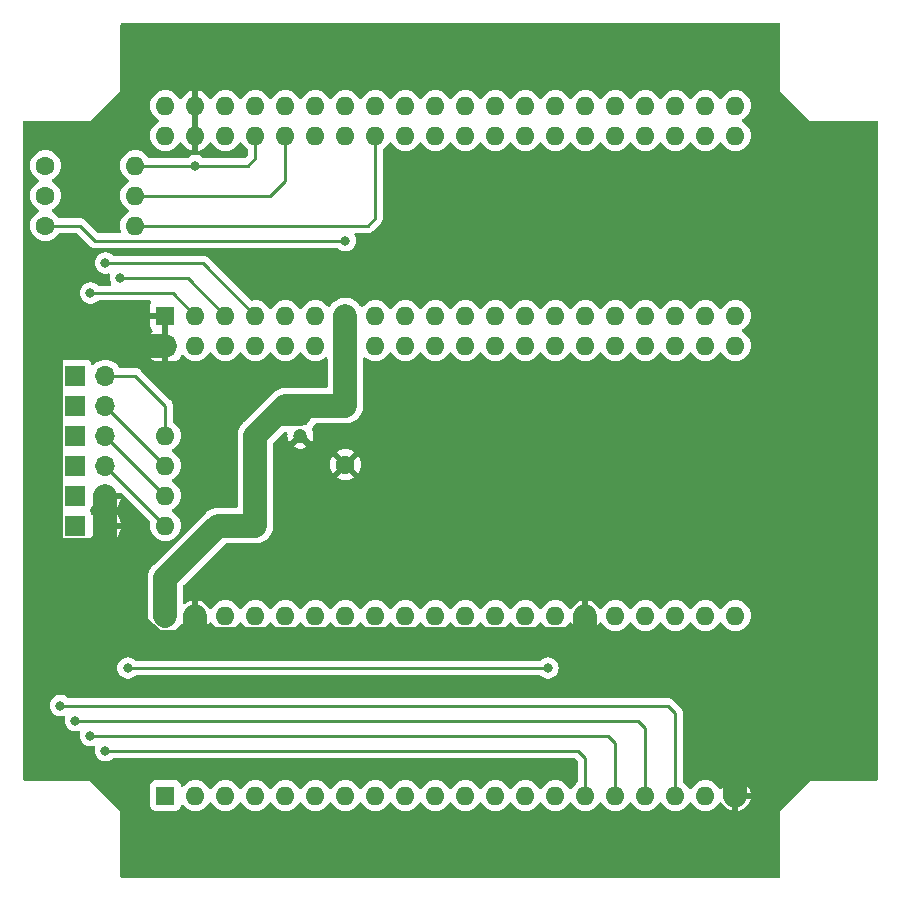
<source format=gbr>
%TF.GenerationSoftware,KiCad,Pcbnew,7.0.6*%
%TF.CreationDate,2023-07-19T17:47:29+09:00*%
%TF.ProjectId,TangNano6809MEM,54616e67-4e61-46e6-9f36-3830394d454d,rev?*%
%TF.SameCoordinates,Original*%
%TF.FileFunction,Copper,L1,Top*%
%TF.FilePolarity,Positive*%
%FSLAX46Y46*%
G04 Gerber Fmt 4.6, Leading zero omitted, Abs format (unit mm)*
G04 Created by KiCad (PCBNEW 7.0.6) date 2023-07-19 17:47:29*
%MOMM*%
%LPD*%
G01*
G04 APERTURE LIST*
%TA.AperFunction,ComponentPad*%
%ADD10R,1.200000X1.200000*%
%TD*%
%TA.AperFunction,ComponentPad*%
%ADD11C,1.200000*%
%TD*%
%TA.AperFunction,ComponentPad*%
%ADD12R,1.700000X1.700000*%
%TD*%
%TA.AperFunction,ComponentPad*%
%ADD13O,1.700000X1.700000*%
%TD*%
%TA.AperFunction,ComponentPad*%
%ADD14C,1.600000*%
%TD*%
%TA.AperFunction,ComponentPad*%
%ADD15O,1.600000X1.600000*%
%TD*%
%TA.AperFunction,ComponentPad*%
%ADD16R,1.600000X1.600000*%
%TD*%
%TA.AperFunction,ViaPad*%
%ADD17C,0.800000*%
%TD*%
%TA.AperFunction,Conductor*%
%ADD18C,0.250000*%
%TD*%
%TA.AperFunction,Conductor*%
%ADD19C,2.000000*%
%TD*%
G04 APERTURE END LIST*
D10*
%TO.P,C2,1*%
%TO.N,VCC*%
X24130000Y-34060000D03*
D11*
%TO.P,C2,2*%
%TO.N,GND*%
X24130000Y-35560000D03*
%TD*%
D12*
%TO.P,J3,1,Pin_1*%
%TO.N,DBG*%
X5080000Y-43180000D03*
D13*
%TO.P,J3,2,Pin_2*%
%TO.N,GND*%
X7620000Y-43180000D03*
%TD*%
D14*
%TO.P,R3,1*%
%TO.N,VCC*%
X20320000Y-38100000D03*
D15*
%TO.P,R3,2*%
%TO.N,IRQ_n*%
X12700000Y-38100000D03*
%TD*%
D16*
%TO.P,J1,1,Pin_1*%
%TO.N,DBG*%
X12700000Y-66040000D03*
D15*
%TO.P,J1,2,Pin_2*%
%TO.N,RW_n*%
X15240000Y-66040000D03*
%TO.P,J1,3,Pin_3*%
%TO.N,RESET_n*%
X17780000Y-66040000D03*
%TO.P,J1,4,Pin_4*%
%TO.N,A0*%
X20320000Y-66040000D03*
%TO.P,J1,5,Pin_5*%
%TO.N,A1*%
X22860000Y-66040000D03*
%TO.P,J1,6,Pin_6*%
%TO.N,A2*%
X25400000Y-66040000D03*
%TO.P,J1,7,Pin_7*%
%TO.N,A3*%
X27940000Y-66040000D03*
%TO.P,J1,8,Pin_8*%
%TO.N,A4*%
X30480000Y-66040000D03*
%TO.P,J1,9,Pin_9*%
%TO.N,A5*%
X33020000Y-66040000D03*
%TO.P,J1,10,Pin_10*%
%TO.N,A6*%
X35560000Y-66040000D03*
%TO.P,J1,11,Pin_11*%
%TO.N,A7*%
X38100000Y-66040000D03*
%TO.P,J1,12,Pin_12*%
%TO.N,A8*%
X40640000Y-66040000D03*
%TO.P,J1,13,Pin_13*%
%TO.N,A9*%
X43180000Y-66040000D03*
%TO.P,J1,14,Pin_14*%
%TO.N,A10*%
X45720000Y-66040000D03*
%TO.P,J1,15,Pin_15*%
%TO.N,PIN17*%
X48260000Y-66040000D03*
%TO.P,J1,16,Pin_16*%
%TO.N,PIN20*%
X50800000Y-66040000D03*
%TO.P,J1,17,Pin_17*%
%TO.N,PIN19*%
X53340000Y-66040000D03*
%TO.P,J1,18,Pin_18*%
%TO.N,PIN18*%
X55880000Y-66040000D03*
%TO.P,J1,19,Pin_19*%
%TO.N,unconnected-(J1-Pin_19-Pad19)*%
X58420000Y-66040000D03*
%TO.P,J1,20,Pin_20*%
%TO.N,GND*%
X60960000Y-66040000D03*
%TO.P,J1,21,Pin_21*%
%TO.N,A12*%
X60960000Y-50800000D03*
%TO.P,J1,22,Pin_22*%
%TO.N,A11*%
X58420000Y-50800000D03*
%TO.P,J1,23,Pin_23*%
%TO.N,A13*%
X55880000Y-50800000D03*
%TO.P,J1,24,Pin_24*%
%TO.N,A14*%
X53340000Y-50800000D03*
%TO.P,J1,25,Pin_25*%
%TO.N,unconnected-(J1-Pin_25-Pad25)*%
X50800000Y-50800000D03*
%TO.P,J1,26,Pin_26*%
%TO.N,GND*%
X48260000Y-50800000D03*
%TO.P,J1,27,Pin_27*%
%TO.N,LED_RGB*%
X45720000Y-50800000D03*
%TO.P,J1,28,Pin_28*%
%TO.N,A15*%
X43180000Y-50800000D03*
%TO.P,J1,29,Pin_29*%
%TO.N,D7*%
X40640000Y-50800000D03*
%TO.P,J1,30,Pin_30*%
%TO.N,D6*%
X38100000Y-50800000D03*
%TO.P,J1,31,Pin_31*%
%TO.N,D5*%
X35560000Y-50800000D03*
%TO.P,J1,32,Pin_32*%
%TO.N,D4*%
X33020000Y-50800000D03*
%TO.P,J1,33,Pin_33*%
%TO.N,D3*%
X30480000Y-50800000D03*
%TO.P,J1,34,Pin_34*%
%TO.N,D2*%
X27940000Y-50800000D03*
%TO.P,J1,35,Pin_35*%
%TO.N,D1*%
X25400000Y-50800000D03*
%TO.P,J1,36,Pin_36*%
%TO.N,D0*%
X22860000Y-50800000D03*
%TO.P,J1,37,Pin_37*%
%TO.N,E*%
X20320000Y-50800000D03*
%TO.P,J1,38,Pin_38*%
%TO.N,CLK*%
X17780000Y-50800000D03*
%TO.P,J1,39,Pin_39*%
%TO.N,GND*%
X15240000Y-50800000D03*
%TO.P,J1,40,Pin_40*%
%TO.N,VCC*%
X12700000Y-50800000D03*
%TD*%
D14*
%TO.P,R1,1*%
%TO.N,VCC*%
X2540000Y-12700000D03*
D15*
%TO.P,R1,2*%
%TO.N,RESET_n*%
X10160000Y-12700000D03*
%TD*%
D12*
%TO.P,J8,1,Pin_1*%
%TO.N,LED_RGB*%
X5080000Y-40640000D03*
D13*
%TO.P,J8,2,Pin_2*%
%TO.N,GND*%
X7620000Y-40640000D03*
%TD*%
D14*
%TO.P,R4,1*%
%TO.N,VCC*%
X20320000Y-35560000D03*
D15*
%TO.P,R4,2*%
%TO.N,FIRQ_n*%
X12700000Y-35560000D03*
%TD*%
D14*
%TO.P,R2,1*%
%TO.N,VCC*%
X20320000Y-40640000D03*
D15*
%TO.P,R2,2*%
%TO.N,NMI_n*%
X12700000Y-40640000D03*
%TD*%
D14*
%TO.P,R7,1*%
%TO.N,VCC*%
X2540000Y-15240000D03*
D15*
%TO.P,R7,2*%
%TO.N,MRDY*%
X10160000Y-15240000D03*
%TD*%
D12*
%TO.P,J4,1,Pin_1*%
%TO.N,PIN17*%
X5080000Y-38100000D03*
D13*
%TO.P,J4,2,Pin_2*%
%TO.N,HALT_n*%
X7620000Y-38100000D03*
%TD*%
D12*
%TO.P,J5,1,Pin_1*%
%TO.N,PIN20*%
X5080000Y-35560000D03*
D13*
%TO.P,J5,2,Pin_2*%
%TO.N,NMI_n*%
X7620000Y-35560000D03*
%TD*%
D14*
%TO.P,R5,1*%
%TO.N,VCC*%
X2540000Y-17780000D03*
D15*
%TO.P,R5,2*%
%TO.N,DMA_BREQ_n*%
X10160000Y-17780000D03*
%TD*%
D14*
%TO.P,C1,1*%
%TO.N,VCC*%
X27940000Y-33020000D03*
%TO.P,C1,2*%
%TO.N,GND*%
X27940000Y-38020000D03*
%TD*%
D16*
%TO.P,U1,1,VSS*%
%TO.N,GND*%
X12700000Y-25400000D03*
D15*
%TO.P,U1,2,~{NMI}*%
%TO.N,NMI_n*%
X15240000Y-25400000D03*
%TO.P,U1,3,~{IRQ}*%
%TO.N,IRQ_n*%
X17780000Y-25400000D03*
%TO.P,U1,4,~{FIRQ}*%
%TO.N,FIRQ_n*%
X20320000Y-25400000D03*
%TO.P,U1,5,BS*%
%TO.N,BS*%
X22860000Y-25400000D03*
%TO.P,U1,6,BA*%
%TO.N,BA*%
X25400000Y-25400000D03*
%TO.P,U1,7,VCC*%
%TO.N,VCC*%
X27940000Y-25400000D03*
%TO.P,U1,8,A0*%
%TO.N,A0*%
X30480000Y-25400000D03*
%TO.P,U1,9,A1*%
%TO.N,A1*%
X33020000Y-25400000D03*
%TO.P,U1,10,A2*%
%TO.N,A2*%
X35560000Y-25400000D03*
%TO.P,U1,11,A3*%
%TO.N,A3*%
X38100000Y-25400000D03*
%TO.P,U1,12,A4*%
%TO.N,A4*%
X40640000Y-25400000D03*
%TO.P,U1,13,A5*%
%TO.N,A5*%
X43180000Y-25400000D03*
%TO.P,U1,14,A6*%
%TO.N,A6*%
X45720000Y-25400000D03*
%TO.P,U1,15,A7*%
%TO.N,A7*%
X48260000Y-25400000D03*
%TO.P,U1,16,A8*%
%TO.N,A8*%
X50800000Y-25400000D03*
%TO.P,U1,17,A9*%
%TO.N,A9*%
X53340000Y-25400000D03*
%TO.P,U1,18,A10*%
%TO.N,A10*%
X55880000Y-25400000D03*
%TO.P,U1,19,A11*%
%TO.N,A11*%
X58420000Y-25400000D03*
%TO.P,U1,20,A12*%
%TO.N,A12*%
X60960000Y-25400000D03*
%TO.P,U1,21,A13*%
%TO.N,A13*%
X60960000Y-10160000D03*
%TO.P,U1,22,A14*%
%TO.N,A14*%
X58420000Y-10160000D03*
%TO.P,U1,23,A15*%
%TO.N,A15*%
X55880000Y-10160000D03*
%TO.P,U1,24,D7*%
%TO.N,D7*%
X53340000Y-10160000D03*
%TO.P,U1,25,D6*%
%TO.N,D6*%
X50800000Y-10160000D03*
%TO.P,U1,26,D5*%
%TO.N,D5*%
X48260000Y-10160000D03*
%TO.P,U1,27,D4*%
%TO.N,D4*%
X45720000Y-10160000D03*
%TO.P,U1,28,D3*%
%TO.N,D3*%
X43180000Y-10160000D03*
%TO.P,U1,29,D2*%
%TO.N,D2*%
X40640000Y-10160000D03*
%TO.P,U1,30,D1*%
%TO.N,D1*%
X38100000Y-10160000D03*
%TO.P,U1,31,D0*%
%TO.N,D0*%
X35560000Y-10160000D03*
%TO.P,U1,32,R/~{W}*%
%TO.N,RW_n*%
X33020000Y-10160000D03*
%TO.P,U1,33,~{DMA/BREQ}*%
%TO.N,DMA_BREQ_n*%
X30480000Y-10160000D03*
%TO.P,U1,34,E*%
%TO.N,E*%
X27940000Y-10160000D03*
%TO.P,U1,35,Q*%
%TO.N,Q*%
X25400000Y-10160000D03*
%TO.P,U1,36,MRDY*%
%TO.N,MRDY*%
X22860000Y-10160000D03*
%TO.P,U1,37,~{RESET}*%
%TO.N,RESET_n*%
X20320000Y-10160000D03*
%TO.P,U1,38,EXTAL*%
%TO.N,CLK*%
X17780000Y-10160000D03*
%TO.P,U1,39,XTAL*%
%TO.N,GND*%
X15240000Y-10160000D03*
%TO.P,U1,40,~{HALT}*%
%TO.N,HALT_n*%
X12700000Y-10160000D03*
%TD*%
D16*
%TO.P,J2,1,Pin_1*%
%TO.N,GND*%
X12700000Y-27940000D03*
D15*
%TO.P,J2,2,Pin_2*%
%TO.N,NMI_n*%
X15240000Y-27940000D03*
%TO.P,J2,3,Pin_3*%
%TO.N,IRQ_n*%
X17780000Y-27940000D03*
%TO.P,J2,4,Pin_4*%
%TO.N,FIRQ_n*%
X20320000Y-27940000D03*
%TO.P,J2,5,Pin_5*%
%TO.N,BS*%
X22860000Y-27940000D03*
%TO.P,J2,6,Pin_6*%
%TO.N,BA*%
X25400000Y-27940000D03*
%TO.P,J2,7,Pin_7*%
%TO.N,VCC*%
X27940000Y-27940000D03*
%TO.P,J2,8,Pin_8*%
%TO.N,A0*%
X30480000Y-27940000D03*
%TO.P,J2,9,Pin_9*%
%TO.N,A1*%
X33020000Y-27940000D03*
%TO.P,J2,10,Pin_10*%
%TO.N,A2*%
X35560000Y-27940000D03*
%TO.P,J2,11,Pin_11*%
%TO.N,A3*%
X38100000Y-27940000D03*
%TO.P,J2,12,Pin_12*%
%TO.N,A4*%
X40640000Y-27940000D03*
%TO.P,J2,13,Pin_13*%
%TO.N,A5*%
X43180000Y-27940000D03*
%TO.P,J2,14,Pin_14*%
%TO.N,A6*%
X45720000Y-27940000D03*
%TO.P,J2,15,Pin_15*%
%TO.N,A7*%
X48260000Y-27940000D03*
%TO.P,J2,16,Pin_16*%
%TO.N,A8*%
X50800000Y-27940000D03*
%TO.P,J2,17,Pin_17*%
%TO.N,A9*%
X53340000Y-27940000D03*
%TO.P,J2,18,Pin_18*%
%TO.N,A10*%
X55880000Y-27940000D03*
%TO.P,J2,19,Pin_19*%
%TO.N,A11*%
X58420000Y-27940000D03*
%TO.P,J2,20,Pin_20*%
%TO.N,A12*%
X60960000Y-27940000D03*
%TO.P,J2,21,Pin_21*%
%TO.N,A13*%
X60960000Y-7620000D03*
%TO.P,J2,22,Pin_22*%
%TO.N,A14*%
X58420000Y-7620000D03*
%TO.P,J2,23,Pin_23*%
%TO.N,A15*%
X55880000Y-7620000D03*
%TO.P,J2,24,Pin_24*%
%TO.N,D7*%
X53340000Y-7620000D03*
%TO.P,J2,25,Pin_25*%
%TO.N,D6*%
X50800000Y-7620000D03*
%TO.P,J2,26,Pin_26*%
%TO.N,D5*%
X48260000Y-7620000D03*
%TO.P,J2,27,Pin_27*%
%TO.N,D4*%
X45720000Y-7620000D03*
%TO.P,J2,28,Pin_28*%
%TO.N,D3*%
X43180000Y-7620000D03*
%TO.P,J2,29,Pin_29*%
%TO.N,D2*%
X40640000Y-7620000D03*
%TO.P,J2,30,Pin_30*%
%TO.N,D1*%
X38100000Y-7620000D03*
%TO.P,J2,31,Pin_31*%
%TO.N,D0*%
X35560000Y-7620000D03*
%TO.P,J2,32,Pin_32*%
%TO.N,RW_n*%
X33020000Y-7620000D03*
%TO.P,J2,33,Pin_33*%
%TO.N,DMA_BREQ_n*%
X30480000Y-7620000D03*
%TO.P,J2,34,Pin_34*%
%TO.N,E*%
X27940000Y-7620000D03*
%TO.P,J2,35,Pin_35*%
%TO.N,Q*%
X25400000Y-7620000D03*
%TO.P,J2,36,Pin_36*%
%TO.N,MRDY*%
X22860000Y-7620000D03*
%TO.P,J2,37,Pin_37*%
%TO.N,RESET_n*%
X20320000Y-7620000D03*
%TO.P,J2,38,Pin_38*%
%TO.N,CLK*%
X17780000Y-7620000D03*
%TO.P,J2,39,Pin_39*%
%TO.N,GND*%
X15240000Y-7620000D03*
%TO.P,J2,40,Pin_40*%
%TO.N,HALT_n*%
X12700000Y-7620000D03*
%TD*%
D12*
%TO.P,J7,1,Pin_1*%
%TO.N,PIN18*%
X5080000Y-30480000D03*
D13*
%TO.P,J7,2,Pin_2*%
%TO.N,FIRQ_n*%
X7620000Y-30480000D03*
%TD*%
D14*
%TO.P,R6,1*%
%TO.N,VCC*%
X20320000Y-43180000D03*
D15*
%TO.P,R6,2*%
%TO.N,HALT_n*%
X12700000Y-43180000D03*
%TD*%
D12*
%TO.P,J6,1,Pin_1*%
%TO.N,PIN19*%
X5080000Y-33020000D03*
D13*
%TO.P,J6,2,Pin_2*%
%TO.N,IRQ_n*%
X7620000Y-33020000D03*
%TD*%
D17*
%TO.N,RESET_n*%
X15240000Y-12700000D03*
%TO.N,PIN20*%
X6350000Y-60960000D03*
%TO.N,PIN19*%
X5080000Y-59690000D03*
%TO.N,PIN17*%
X7620000Y-62230000D03*
%TO.N,PIN18*%
X3810000Y-58420000D03*
%TO.N,LED_RGB*%
X9525000Y-55245000D03*
X45085000Y-55245000D03*
%TO.N,NMI_n*%
X6350000Y-23495000D03*
%TO.N,VCC*%
X27940000Y-19050000D03*
%TO.N,IRQ_n*%
X8890000Y-22225000D03*
%TO.N,FIRQ_n*%
X7620000Y-20955000D03*
%TD*%
D18*
%TO.N,RESET_n*%
X20320000Y-12065000D02*
X20320000Y-10160000D01*
X19685000Y-12700000D02*
X20320000Y-12065000D01*
X10160000Y-12700000D02*
X19685000Y-12700000D01*
D19*
%TO.N,GND*%
X15240000Y-50800000D02*
X15240000Y-51931370D01*
D18*
X15240000Y-50800000D02*
X13915000Y-52125000D01*
X12120000Y-52125000D02*
X7620000Y-47625000D01*
D19*
X60960000Y-55880000D02*
X60960000Y-66040000D01*
X11788730Y-53000000D02*
X7620000Y-48831270D01*
X3030000Y-45230000D02*
X3030000Y-28430000D01*
X49668630Y-53340000D02*
X58420000Y-53340000D01*
X47391370Y-52800000D02*
X48260000Y-51931370D01*
X3030000Y-28430000D02*
X3520000Y-27940000D01*
X7620000Y-48831270D02*
X7620000Y-40640000D01*
D18*
X7620000Y-47625000D02*
X7620000Y-40640000D01*
D19*
X7620000Y-40640000D02*
X7620000Y-44740000D01*
X15240000Y-51931370D02*
X16108630Y-52800000D01*
X3520000Y-27940000D02*
X12700000Y-27940000D01*
D18*
X13915000Y-52125000D02*
X12120000Y-52125000D01*
D19*
X48260000Y-51931370D02*
X48260000Y-50800000D01*
X14171370Y-53000000D02*
X11788730Y-53000000D01*
X16108630Y-52800000D02*
X47391370Y-52800000D01*
X48260000Y-51931370D02*
X49668630Y-53340000D01*
X15240000Y-51931370D02*
X14171370Y-53000000D01*
X58420000Y-53340000D02*
X60960000Y-55880000D01*
X7620000Y-44740000D02*
X7130000Y-45230000D01*
X7130000Y-45230000D02*
X3030000Y-45230000D01*
D18*
%TO.N,PIN20*%
X50800000Y-61595000D02*
X50165000Y-60960000D01*
X50800000Y-66040000D02*
X50800000Y-61595000D01*
X50165000Y-60960000D02*
X6350000Y-60960000D01*
%TO.N,PIN19*%
X53340000Y-60325000D02*
X52705000Y-59690000D01*
X53340000Y-66040000D02*
X53340000Y-60325000D01*
X52705000Y-59690000D02*
X5080000Y-59690000D01*
%TO.N,PIN17*%
X48260000Y-62865000D02*
X47625000Y-62230000D01*
X47625000Y-62230000D02*
X7620000Y-62230000D01*
X48260000Y-66040000D02*
X48260000Y-62865000D01*
%TO.N,PIN18*%
X55880000Y-66040000D02*
X55880000Y-59055000D01*
X55245000Y-58420000D02*
X3810000Y-58420000D01*
X55880000Y-59055000D02*
X55245000Y-58420000D01*
%TO.N,LED_RGB*%
X9525000Y-55245000D02*
X45085000Y-55245000D01*
%TO.N,NMI_n*%
X15240000Y-25400000D02*
X13335000Y-23495000D01*
X13335000Y-23495000D02*
X6350000Y-23495000D01*
X12700000Y-40640000D02*
X7620000Y-35560000D01*
%TO.N,HALT_n*%
X12700000Y-43180000D02*
X7620000Y-38100000D01*
%TO.N,VCC*%
X2540000Y-17780000D02*
X5470305Y-17780000D01*
D19*
X27940000Y-33020000D02*
X22860000Y-33020000D01*
X20320000Y-43180000D02*
X20320000Y-35560000D01*
X27940000Y-33020000D02*
X27940000Y-25400000D01*
X20320000Y-35560000D02*
X22120000Y-33760000D01*
X22120000Y-33760000D02*
X24130000Y-33760000D01*
X22860000Y-33020000D02*
X20320000Y-35560000D01*
X12700000Y-47625000D02*
X12700000Y-50800000D01*
D18*
X6740305Y-19050000D02*
X27940000Y-19050000D01*
D19*
X17145000Y-43180000D02*
X12700000Y-47625000D01*
D18*
X5470305Y-17780000D02*
X6740305Y-19050000D01*
D19*
X20320000Y-43180000D02*
X17145000Y-43180000D01*
D18*
%TO.N,IRQ_n*%
X17780000Y-25400000D02*
X14605000Y-22225000D01*
X12700000Y-38100000D02*
X7620000Y-33020000D01*
X14605000Y-22225000D02*
X8890000Y-22225000D01*
%TO.N,FIRQ_n*%
X12700000Y-33020000D02*
X10160000Y-30480000D01*
X20320000Y-25400000D02*
X15875000Y-20955000D01*
X12700000Y-35560000D02*
X12700000Y-33020000D01*
X10160000Y-30480000D02*
X7620000Y-30480000D01*
X15875000Y-20955000D02*
X7620000Y-20955000D01*
%TO.N,DMA_BREQ_n*%
X29845000Y-17780000D02*
X30480000Y-17145000D01*
X30480000Y-17145000D02*
X30480000Y-10160000D01*
X10160000Y-17780000D02*
X29845000Y-17780000D01*
%TO.N,MRDY*%
X21590000Y-15240000D02*
X22860000Y-13970000D01*
X10160000Y-15240000D02*
X21590000Y-15240000D01*
X22860000Y-13970000D02*
X22860000Y-10160000D01*
%TD*%
%TA.AperFunction,Conductor*%
%TO.N,GND*%
G36*
X12950000Y-27624313D02*
G01*
X12938045Y-27612359D01*
X12825148Y-27554835D01*
X12731481Y-27540000D01*
X12668519Y-27540000D01*
X12574852Y-27554835D01*
X12461955Y-27612359D01*
X12450000Y-27624313D01*
X12450000Y-25715686D01*
X12461955Y-25727641D01*
X12574852Y-25785165D01*
X12668519Y-25800000D01*
X12731481Y-25800000D01*
X12825148Y-25785165D01*
X12938045Y-25727641D01*
X12950000Y-25715686D01*
X12950000Y-27624313D01*
G37*
%TD.AperFunction*%
%TA.AperFunction,Conductor*%
G36*
X7869999Y-42744498D02*
G01*
X7762315Y-42695320D01*
X7655763Y-42680000D01*
X7584237Y-42680000D01*
X7477685Y-42695320D01*
X7370000Y-42744498D01*
X7370000Y-41075501D01*
X7477685Y-41124680D01*
X7584237Y-41140000D01*
X7655763Y-41140000D01*
X7762315Y-41124680D01*
X7869999Y-41075501D01*
X7869999Y-42744498D01*
G37*
%TD.AperFunction*%
%TA.AperFunction,Conductor*%
G36*
X6598610Y-41534901D02*
G01*
X6626865Y-41556053D01*
X6748917Y-41678105D01*
X6935031Y-41808425D01*
X6978656Y-41863003D01*
X6985848Y-41932501D01*
X6954326Y-41994856D01*
X6935031Y-42011575D01*
X6748924Y-42141888D01*
X6626865Y-42263947D01*
X6565542Y-42297431D01*
X6495850Y-42292447D01*
X6439917Y-42250575D01*
X6423002Y-42219598D01*
X6408914Y-42181827D01*
X6373796Y-42087669D01*
X6296421Y-41984309D01*
X6272004Y-41918848D01*
X6286855Y-41850575D01*
X6296416Y-41835696D01*
X6373796Y-41732331D01*
X6423002Y-41600401D01*
X6464872Y-41544468D01*
X6530337Y-41520050D01*
X6598610Y-41534901D01*
G37*
%TD.AperFunction*%
%TA.AperFunction,Conductor*%
G36*
X15490000Y-9844314D02*
G01*
X15478045Y-9832359D01*
X15365148Y-9774835D01*
X15271481Y-9760000D01*
X15208519Y-9760000D01*
X15114852Y-9774835D01*
X15001955Y-9832359D01*
X14990000Y-9844314D01*
X14990000Y-7935686D01*
X15001955Y-7947641D01*
X15114852Y-8005165D01*
X15208519Y-8020000D01*
X15271481Y-8020000D01*
X15365148Y-8005165D01*
X15478045Y-7947641D01*
X15490000Y-7935686D01*
X15490000Y-9844314D01*
G37*
%TD.AperFunction*%
%TA.AperFunction,Conductor*%
G36*
X64713039Y-654685D02*
G01*
X64758794Y-707489D01*
X64769999Y-759000D01*
X64770000Y-6350000D01*
X67310000Y-8890000D01*
X72901000Y-8890000D01*
X72968039Y-8909685D01*
X73013794Y-8962489D01*
X73025000Y-9014000D01*
X73025000Y-64646000D01*
X73005315Y-64713039D01*
X72952511Y-64758794D01*
X72901000Y-64770000D01*
X67309999Y-64770000D01*
X64770000Y-67309999D01*
X64770000Y-72901000D01*
X64750315Y-72968039D01*
X64697511Y-73013794D01*
X64646000Y-73025000D01*
X9014000Y-73025000D01*
X8946961Y-73005315D01*
X8901206Y-72952511D01*
X8890000Y-72901000D01*
X8890000Y-67310000D01*
X6350000Y-64770000D01*
X759000Y-64770000D01*
X691961Y-64750315D01*
X646206Y-64697511D01*
X635000Y-64646000D01*
X635000Y-58420000D01*
X2904540Y-58420000D01*
X2924326Y-58608256D01*
X2924327Y-58608259D01*
X2982818Y-58788277D01*
X2982821Y-58788284D01*
X3077467Y-58952216D01*
X3178568Y-59064500D01*
X3204129Y-59092888D01*
X3357265Y-59204148D01*
X3357270Y-59204151D01*
X3530192Y-59281142D01*
X3530197Y-59281144D01*
X3715354Y-59320500D01*
X3715355Y-59320500D01*
X3904644Y-59320500D01*
X3904646Y-59320500D01*
X4068994Y-59285567D01*
X4138661Y-59290883D01*
X4194395Y-59333020D01*
X4218500Y-59398600D01*
X4212706Y-59445174D01*
X4194327Y-59501739D01*
X4194326Y-59501741D01*
X4194326Y-59501744D01*
X4174540Y-59690000D01*
X4194326Y-59878256D01*
X4194327Y-59878259D01*
X4252818Y-60058277D01*
X4252821Y-60058284D01*
X4347467Y-60222216D01*
X4448568Y-60334500D01*
X4474129Y-60362888D01*
X4627265Y-60474148D01*
X4627270Y-60474151D01*
X4800192Y-60551142D01*
X4800197Y-60551144D01*
X4985354Y-60590500D01*
X4985355Y-60590500D01*
X5174644Y-60590500D01*
X5174646Y-60590500D01*
X5338994Y-60555567D01*
X5408661Y-60560883D01*
X5464395Y-60603020D01*
X5488500Y-60668600D01*
X5482706Y-60715174D01*
X5464327Y-60771739D01*
X5464326Y-60771741D01*
X5464326Y-60771744D01*
X5444540Y-60960000D01*
X5464326Y-61148256D01*
X5464327Y-61148259D01*
X5522818Y-61328277D01*
X5522821Y-61328284D01*
X5617467Y-61492216D01*
X5718568Y-61604500D01*
X5744129Y-61632888D01*
X5897265Y-61744148D01*
X5897270Y-61744151D01*
X6070192Y-61821142D01*
X6070197Y-61821144D01*
X6255354Y-61860500D01*
X6255355Y-61860500D01*
X6444644Y-61860500D01*
X6444646Y-61860500D01*
X6608994Y-61825567D01*
X6678661Y-61830883D01*
X6734395Y-61873020D01*
X6758500Y-61938600D01*
X6752706Y-61985174D01*
X6734327Y-62041739D01*
X6734326Y-62041741D01*
X6734326Y-62041744D01*
X6714540Y-62230000D01*
X6734326Y-62418256D01*
X6734327Y-62418259D01*
X6792818Y-62598277D01*
X6792821Y-62598284D01*
X6887467Y-62762216D01*
X6989185Y-62875185D01*
X7014129Y-62902888D01*
X7167265Y-63014148D01*
X7167270Y-63014151D01*
X7340192Y-63091142D01*
X7340197Y-63091144D01*
X7525354Y-63130500D01*
X7525355Y-63130500D01*
X7714644Y-63130500D01*
X7714646Y-63130500D01*
X7899803Y-63091144D01*
X8072730Y-63014151D01*
X8225871Y-62902888D01*
X8228788Y-62899647D01*
X8231600Y-62896526D01*
X8291087Y-62859879D01*
X8323748Y-62855500D01*
X47314548Y-62855500D01*
X47381587Y-62875185D01*
X47402229Y-62891819D01*
X47598181Y-63087771D01*
X47631666Y-63149094D01*
X47634500Y-63175452D01*
X47634500Y-64825811D01*
X47614815Y-64892850D01*
X47581623Y-64927386D01*
X47420859Y-65039953D01*
X47259954Y-65200858D01*
X47129432Y-65387265D01*
X47129431Y-65387267D01*
X47102382Y-65445275D01*
X47056209Y-65497714D01*
X46989016Y-65516866D01*
X46922135Y-65496650D01*
X46877618Y-65445275D01*
X46850570Y-65387271D01*
X46850568Y-65387266D01*
X46720047Y-65200861D01*
X46720045Y-65200858D01*
X46559141Y-65039954D01*
X46372734Y-64909432D01*
X46372732Y-64909431D01*
X46166497Y-64813261D01*
X46166488Y-64813258D01*
X45946697Y-64754366D01*
X45946693Y-64754365D01*
X45946692Y-64754365D01*
X45946691Y-64754364D01*
X45946686Y-64754364D01*
X45720002Y-64734532D01*
X45719998Y-64734532D01*
X45493313Y-64754364D01*
X45493302Y-64754366D01*
X45273511Y-64813258D01*
X45273502Y-64813261D01*
X45067267Y-64909431D01*
X45067265Y-64909432D01*
X44880858Y-65039954D01*
X44719954Y-65200858D01*
X44589432Y-65387265D01*
X44589431Y-65387267D01*
X44562382Y-65445275D01*
X44516209Y-65497714D01*
X44449016Y-65516866D01*
X44382135Y-65496650D01*
X44337618Y-65445275D01*
X44310570Y-65387271D01*
X44310568Y-65387266D01*
X44180047Y-65200861D01*
X44180045Y-65200858D01*
X44019141Y-65039954D01*
X43832734Y-64909432D01*
X43832732Y-64909431D01*
X43626497Y-64813261D01*
X43626488Y-64813258D01*
X43406697Y-64754366D01*
X43406693Y-64754365D01*
X43406692Y-64754365D01*
X43406691Y-64754364D01*
X43406686Y-64754364D01*
X43180002Y-64734532D01*
X43179998Y-64734532D01*
X42953313Y-64754364D01*
X42953302Y-64754366D01*
X42733511Y-64813258D01*
X42733502Y-64813261D01*
X42527267Y-64909431D01*
X42527265Y-64909432D01*
X42340858Y-65039954D01*
X42179954Y-65200858D01*
X42049432Y-65387265D01*
X42049430Y-65387268D01*
X42022380Y-65445277D01*
X41976207Y-65497715D01*
X41909013Y-65516866D01*
X41842132Y-65496649D01*
X41797619Y-65445277D01*
X41770568Y-65387266D01*
X41692856Y-65276280D01*
X41640045Y-65200858D01*
X41479141Y-65039954D01*
X41292734Y-64909432D01*
X41292732Y-64909431D01*
X41086497Y-64813261D01*
X41086488Y-64813258D01*
X40866697Y-64754366D01*
X40866693Y-64754365D01*
X40866692Y-64754365D01*
X40866691Y-64754364D01*
X40866686Y-64754364D01*
X40640002Y-64734532D01*
X40639998Y-64734532D01*
X40413313Y-64754364D01*
X40413302Y-64754366D01*
X40193511Y-64813258D01*
X40193502Y-64813261D01*
X39987267Y-64909431D01*
X39987265Y-64909432D01*
X39800858Y-65039954D01*
X39639954Y-65200858D01*
X39509432Y-65387265D01*
X39509431Y-65387267D01*
X39482382Y-65445275D01*
X39436209Y-65497714D01*
X39369016Y-65516866D01*
X39302135Y-65496650D01*
X39257618Y-65445275D01*
X39230570Y-65387271D01*
X39230568Y-65387266D01*
X39100047Y-65200861D01*
X39100045Y-65200858D01*
X38939141Y-65039954D01*
X38752734Y-64909432D01*
X38752732Y-64909431D01*
X38546497Y-64813261D01*
X38546488Y-64813258D01*
X38326697Y-64754366D01*
X38326693Y-64754365D01*
X38326692Y-64754365D01*
X38326691Y-64754364D01*
X38326686Y-64754364D01*
X38100002Y-64734532D01*
X38099998Y-64734532D01*
X37873313Y-64754364D01*
X37873302Y-64754366D01*
X37653511Y-64813258D01*
X37653502Y-64813261D01*
X37447267Y-64909431D01*
X37447265Y-64909432D01*
X37260858Y-65039954D01*
X37099954Y-65200858D01*
X36969432Y-65387265D01*
X36969431Y-65387267D01*
X36942382Y-65445275D01*
X36896209Y-65497714D01*
X36829016Y-65516866D01*
X36762135Y-65496650D01*
X36717618Y-65445275D01*
X36690570Y-65387271D01*
X36690568Y-65387266D01*
X36560047Y-65200861D01*
X36560045Y-65200858D01*
X36399141Y-65039954D01*
X36212734Y-64909432D01*
X36212732Y-64909431D01*
X36006497Y-64813261D01*
X36006488Y-64813258D01*
X35786697Y-64754366D01*
X35786693Y-64754365D01*
X35786692Y-64754365D01*
X35786691Y-64754364D01*
X35786686Y-64754364D01*
X35560002Y-64734532D01*
X35559998Y-64734532D01*
X35333313Y-64754364D01*
X35333302Y-64754366D01*
X35113511Y-64813258D01*
X35113502Y-64813261D01*
X34907267Y-64909431D01*
X34907265Y-64909432D01*
X34720858Y-65039954D01*
X34559954Y-65200858D01*
X34429432Y-65387265D01*
X34429431Y-65387267D01*
X34402382Y-65445275D01*
X34356209Y-65497714D01*
X34289016Y-65516866D01*
X34222135Y-65496650D01*
X34177618Y-65445275D01*
X34150570Y-65387271D01*
X34150568Y-65387266D01*
X34020047Y-65200861D01*
X34020045Y-65200858D01*
X33859141Y-65039954D01*
X33672734Y-64909432D01*
X33672732Y-64909431D01*
X33466497Y-64813261D01*
X33466488Y-64813258D01*
X33246697Y-64754366D01*
X33246693Y-64754365D01*
X33246692Y-64754365D01*
X33246691Y-64754364D01*
X33246686Y-64754364D01*
X33020002Y-64734532D01*
X33019998Y-64734532D01*
X32793313Y-64754364D01*
X32793302Y-64754366D01*
X32573511Y-64813258D01*
X32573502Y-64813261D01*
X32367267Y-64909431D01*
X32367265Y-64909432D01*
X32180858Y-65039954D01*
X32019954Y-65200858D01*
X31889432Y-65387265D01*
X31889431Y-65387267D01*
X31862382Y-65445275D01*
X31816209Y-65497714D01*
X31749016Y-65516866D01*
X31682135Y-65496650D01*
X31637618Y-65445275D01*
X31610570Y-65387271D01*
X31610568Y-65387266D01*
X31480047Y-65200861D01*
X31480045Y-65200858D01*
X31319141Y-65039954D01*
X31132734Y-64909432D01*
X31132732Y-64909431D01*
X30926497Y-64813261D01*
X30926488Y-64813258D01*
X30706697Y-64754366D01*
X30706693Y-64754365D01*
X30706692Y-64754365D01*
X30706691Y-64754364D01*
X30706686Y-64754364D01*
X30480002Y-64734532D01*
X30479998Y-64734532D01*
X30253313Y-64754364D01*
X30253302Y-64754366D01*
X30033511Y-64813258D01*
X30033502Y-64813261D01*
X29827267Y-64909431D01*
X29827265Y-64909432D01*
X29640858Y-65039954D01*
X29479954Y-65200858D01*
X29349432Y-65387265D01*
X29349431Y-65387267D01*
X29322382Y-65445275D01*
X29276209Y-65497714D01*
X29209016Y-65516866D01*
X29142135Y-65496650D01*
X29097618Y-65445275D01*
X29070570Y-65387271D01*
X29070568Y-65387266D01*
X28940047Y-65200861D01*
X28940045Y-65200858D01*
X28779141Y-65039954D01*
X28592734Y-64909432D01*
X28592732Y-64909431D01*
X28386497Y-64813261D01*
X28386488Y-64813258D01*
X28166697Y-64754366D01*
X28166693Y-64754365D01*
X28166692Y-64754365D01*
X28166691Y-64754364D01*
X28166686Y-64754364D01*
X27940002Y-64734532D01*
X27939998Y-64734532D01*
X27713313Y-64754364D01*
X27713302Y-64754366D01*
X27493511Y-64813258D01*
X27493502Y-64813261D01*
X27287267Y-64909431D01*
X27287265Y-64909432D01*
X27100858Y-65039954D01*
X26939954Y-65200858D01*
X26809432Y-65387265D01*
X26809430Y-65387268D01*
X26782380Y-65445277D01*
X26736207Y-65497715D01*
X26669013Y-65516866D01*
X26602132Y-65496649D01*
X26557619Y-65445277D01*
X26530568Y-65387266D01*
X26452856Y-65276280D01*
X26400045Y-65200858D01*
X26239141Y-65039954D01*
X26052734Y-64909432D01*
X26052732Y-64909431D01*
X25846497Y-64813261D01*
X25846488Y-64813258D01*
X25626697Y-64754366D01*
X25626693Y-64754365D01*
X25626692Y-64754365D01*
X25626691Y-64754364D01*
X25626686Y-64754364D01*
X25400002Y-64734532D01*
X25399998Y-64734532D01*
X25173313Y-64754364D01*
X25173302Y-64754366D01*
X24953511Y-64813258D01*
X24953502Y-64813261D01*
X24747267Y-64909431D01*
X24747265Y-64909432D01*
X24560858Y-65039954D01*
X24399954Y-65200858D01*
X24269432Y-65387265D01*
X24269431Y-65387267D01*
X24242382Y-65445275D01*
X24196209Y-65497714D01*
X24129016Y-65516866D01*
X24062135Y-65496650D01*
X24017618Y-65445275D01*
X23990570Y-65387271D01*
X23990568Y-65387266D01*
X23860047Y-65200861D01*
X23860045Y-65200858D01*
X23699141Y-65039954D01*
X23512734Y-64909432D01*
X23512732Y-64909431D01*
X23306497Y-64813261D01*
X23306488Y-64813258D01*
X23086697Y-64754366D01*
X23086693Y-64754365D01*
X23086692Y-64754365D01*
X23086691Y-64754364D01*
X23086686Y-64754364D01*
X22860002Y-64734532D01*
X22859998Y-64734532D01*
X22633313Y-64754364D01*
X22633302Y-64754366D01*
X22413511Y-64813258D01*
X22413502Y-64813261D01*
X22207267Y-64909431D01*
X22207265Y-64909432D01*
X22020858Y-65039954D01*
X21859954Y-65200858D01*
X21729432Y-65387265D01*
X21729431Y-65387267D01*
X21702382Y-65445275D01*
X21656209Y-65497714D01*
X21589016Y-65516866D01*
X21522135Y-65496650D01*
X21477618Y-65445275D01*
X21450570Y-65387271D01*
X21450568Y-65387266D01*
X21320047Y-65200861D01*
X21320045Y-65200858D01*
X21159141Y-65039954D01*
X20972734Y-64909432D01*
X20972732Y-64909431D01*
X20766497Y-64813261D01*
X20766488Y-64813258D01*
X20546697Y-64754366D01*
X20546693Y-64754365D01*
X20546692Y-64754365D01*
X20546691Y-64754364D01*
X20546686Y-64754364D01*
X20320002Y-64734532D01*
X20319998Y-64734532D01*
X20093313Y-64754364D01*
X20093302Y-64754366D01*
X19873511Y-64813258D01*
X19873502Y-64813261D01*
X19667267Y-64909431D01*
X19667265Y-64909432D01*
X19480858Y-65039954D01*
X19319954Y-65200858D01*
X19189432Y-65387265D01*
X19189431Y-65387267D01*
X19162382Y-65445275D01*
X19116209Y-65497714D01*
X19049016Y-65516866D01*
X18982135Y-65496650D01*
X18937618Y-65445275D01*
X18910570Y-65387271D01*
X18910568Y-65387266D01*
X18780047Y-65200861D01*
X18780045Y-65200858D01*
X18619141Y-65039954D01*
X18432734Y-64909432D01*
X18432732Y-64909431D01*
X18226497Y-64813261D01*
X18226488Y-64813258D01*
X18006697Y-64754366D01*
X18006693Y-64754365D01*
X18006692Y-64754365D01*
X18006691Y-64754364D01*
X18006686Y-64754364D01*
X17780002Y-64734532D01*
X17779998Y-64734532D01*
X17553313Y-64754364D01*
X17553302Y-64754366D01*
X17333511Y-64813258D01*
X17333502Y-64813261D01*
X17127267Y-64909431D01*
X17127265Y-64909432D01*
X16940858Y-65039954D01*
X16779954Y-65200858D01*
X16649432Y-65387265D01*
X16649430Y-65387268D01*
X16622380Y-65445277D01*
X16576207Y-65497715D01*
X16509013Y-65516866D01*
X16442132Y-65496649D01*
X16397619Y-65445277D01*
X16370568Y-65387266D01*
X16292856Y-65276280D01*
X16240045Y-65200858D01*
X16079141Y-65039954D01*
X15892734Y-64909432D01*
X15892732Y-64909431D01*
X15686497Y-64813261D01*
X15686488Y-64813258D01*
X15466697Y-64754366D01*
X15466693Y-64754365D01*
X15466692Y-64754365D01*
X15466691Y-64754364D01*
X15466686Y-64754364D01*
X15240002Y-64734532D01*
X15239998Y-64734532D01*
X15013313Y-64754364D01*
X15013302Y-64754366D01*
X14793511Y-64813258D01*
X14793502Y-64813261D01*
X14587267Y-64909431D01*
X14587265Y-64909432D01*
X14400858Y-65039954D01*
X14239954Y-65200858D01*
X14222725Y-65225464D01*
X14168147Y-65269088D01*
X14098648Y-65276280D01*
X14036294Y-65244757D01*
X14000882Y-65184526D01*
X13997861Y-65167591D01*
X13994091Y-65132516D01*
X13943797Y-64997671D01*
X13943793Y-64997664D01*
X13857547Y-64882455D01*
X13857544Y-64882452D01*
X13742335Y-64796206D01*
X13742328Y-64796202D01*
X13607482Y-64745908D01*
X13607483Y-64745908D01*
X13547883Y-64739501D01*
X13547881Y-64739500D01*
X13547873Y-64739500D01*
X13547864Y-64739500D01*
X11852129Y-64739500D01*
X11852123Y-64739501D01*
X11792516Y-64745908D01*
X11657671Y-64796202D01*
X11657664Y-64796206D01*
X11542455Y-64882452D01*
X11542452Y-64882455D01*
X11456206Y-64997664D01*
X11456202Y-64997671D01*
X11405908Y-65132517D01*
X11399501Y-65192116D01*
X11399500Y-65192135D01*
X11399500Y-66887870D01*
X11399501Y-66887876D01*
X11405908Y-66947483D01*
X11456202Y-67082328D01*
X11456206Y-67082335D01*
X11542452Y-67197544D01*
X11542455Y-67197547D01*
X11657664Y-67283793D01*
X11657671Y-67283797D01*
X11792517Y-67334091D01*
X11792516Y-67334091D01*
X11799444Y-67334835D01*
X11852127Y-67340500D01*
X13547872Y-67340499D01*
X13607483Y-67334091D01*
X13742331Y-67283796D01*
X13857546Y-67197546D01*
X13943796Y-67082331D01*
X13994091Y-66947483D01*
X13997862Y-66912401D01*
X14024599Y-66847855D01*
X14081990Y-66808006D01*
X14151816Y-66805511D01*
X14211905Y-66841163D01*
X14222726Y-66854536D01*
X14239956Y-66879143D01*
X14400858Y-67040045D01*
X14400861Y-67040047D01*
X14587266Y-67170568D01*
X14793504Y-67266739D01*
X15013308Y-67325635D01*
X15175230Y-67339801D01*
X15239998Y-67345468D01*
X15240000Y-67345468D01*
X15240002Y-67345468D01*
X15296807Y-67340498D01*
X15466692Y-67325635D01*
X15686496Y-67266739D01*
X15892734Y-67170568D01*
X16079139Y-67040047D01*
X16240047Y-66879139D01*
X16370568Y-66692734D01*
X16397619Y-66634721D01*
X16443788Y-66582286D01*
X16510981Y-66563133D01*
X16577862Y-66583348D01*
X16622380Y-66634722D01*
X16649432Y-66692734D01*
X16705316Y-66772546D01*
X16779954Y-66879141D01*
X16940858Y-67040045D01*
X16940861Y-67040047D01*
X17127266Y-67170568D01*
X17333504Y-67266739D01*
X17553308Y-67325635D01*
X17715230Y-67339801D01*
X17779998Y-67345468D01*
X17780000Y-67345468D01*
X17780002Y-67345468D01*
X17836807Y-67340498D01*
X18006692Y-67325635D01*
X18226496Y-67266739D01*
X18432734Y-67170568D01*
X18619139Y-67040047D01*
X18780047Y-66879139D01*
X18910568Y-66692734D01*
X18937618Y-66634724D01*
X18983790Y-66582285D01*
X19050983Y-66563133D01*
X19117865Y-66583348D01*
X19162382Y-66634725D01*
X19189429Y-66692728D01*
X19189432Y-66692734D01*
X19319954Y-66879141D01*
X19480858Y-67040045D01*
X19480861Y-67040047D01*
X19667266Y-67170568D01*
X19873504Y-67266739D01*
X20093308Y-67325635D01*
X20255230Y-67339801D01*
X20319998Y-67345468D01*
X20320000Y-67345468D01*
X20320002Y-67345468D01*
X20376807Y-67340498D01*
X20546692Y-67325635D01*
X20766496Y-67266739D01*
X20972734Y-67170568D01*
X21159139Y-67040047D01*
X21320047Y-66879139D01*
X21450568Y-66692734D01*
X21477618Y-66634724D01*
X21523790Y-66582285D01*
X21590983Y-66563133D01*
X21657865Y-66583348D01*
X21702382Y-66634725D01*
X21729429Y-66692728D01*
X21729432Y-66692734D01*
X21859954Y-66879141D01*
X22020858Y-67040045D01*
X22020861Y-67040047D01*
X22207266Y-67170568D01*
X22413504Y-67266739D01*
X22633308Y-67325635D01*
X22795230Y-67339801D01*
X22859998Y-67345468D01*
X22860000Y-67345468D01*
X22860002Y-67345468D01*
X22916807Y-67340498D01*
X23086692Y-67325635D01*
X23306496Y-67266739D01*
X23512734Y-67170568D01*
X23699139Y-67040047D01*
X23860047Y-66879139D01*
X23990568Y-66692734D01*
X24017618Y-66634724D01*
X24063790Y-66582285D01*
X24130983Y-66563133D01*
X24197865Y-66583348D01*
X24242382Y-66634725D01*
X24269429Y-66692728D01*
X24269432Y-66692734D01*
X24399954Y-66879141D01*
X24560858Y-67040045D01*
X24560861Y-67040047D01*
X24747266Y-67170568D01*
X24953504Y-67266739D01*
X25173308Y-67325635D01*
X25335230Y-67339801D01*
X25399998Y-67345468D01*
X25400000Y-67345468D01*
X25400002Y-67345468D01*
X25456807Y-67340498D01*
X25626692Y-67325635D01*
X25846496Y-67266739D01*
X26052734Y-67170568D01*
X26239139Y-67040047D01*
X26400047Y-66879139D01*
X26530568Y-66692734D01*
X26557618Y-66634724D01*
X26603790Y-66582285D01*
X26670983Y-66563133D01*
X26737865Y-66583348D01*
X26782382Y-66634725D01*
X26809429Y-66692728D01*
X26809432Y-66692734D01*
X26939954Y-66879141D01*
X27100858Y-67040045D01*
X27100861Y-67040047D01*
X27287266Y-67170568D01*
X27493504Y-67266739D01*
X27713308Y-67325635D01*
X27875230Y-67339801D01*
X27939998Y-67345468D01*
X27940000Y-67345468D01*
X27940002Y-67345468D01*
X27996807Y-67340498D01*
X28166692Y-67325635D01*
X28386496Y-67266739D01*
X28592734Y-67170568D01*
X28779139Y-67040047D01*
X28940047Y-66879139D01*
X29070568Y-66692734D01*
X29097618Y-66634724D01*
X29143790Y-66582285D01*
X29210983Y-66563133D01*
X29277865Y-66583348D01*
X29322382Y-66634725D01*
X29349429Y-66692728D01*
X29349432Y-66692734D01*
X29479954Y-66879141D01*
X29640858Y-67040045D01*
X29640861Y-67040047D01*
X29827266Y-67170568D01*
X30033504Y-67266739D01*
X30253308Y-67325635D01*
X30415230Y-67339801D01*
X30479998Y-67345468D01*
X30480000Y-67345468D01*
X30480002Y-67345468D01*
X30536807Y-67340498D01*
X30706692Y-67325635D01*
X30926496Y-67266739D01*
X31132734Y-67170568D01*
X31319139Y-67040047D01*
X31480047Y-66879139D01*
X31610568Y-66692734D01*
X31637619Y-66634721D01*
X31683788Y-66582286D01*
X31750981Y-66563133D01*
X31817862Y-66583348D01*
X31862380Y-66634722D01*
X31889432Y-66692734D01*
X31945317Y-66772546D01*
X32019954Y-66879141D01*
X32180858Y-67040045D01*
X32180861Y-67040047D01*
X32367266Y-67170568D01*
X32573504Y-67266739D01*
X32793308Y-67325635D01*
X32955230Y-67339801D01*
X33019998Y-67345468D01*
X33020000Y-67345468D01*
X33020002Y-67345468D01*
X33076807Y-67340498D01*
X33246692Y-67325635D01*
X33466496Y-67266739D01*
X33672734Y-67170568D01*
X33859139Y-67040047D01*
X34020047Y-66879139D01*
X34150568Y-66692734D01*
X34177618Y-66634724D01*
X34223790Y-66582285D01*
X34290983Y-66563133D01*
X34357865Y-66583348D01*
X34402382Y-66634725D01*
X34429429Y-66692728D01*
X34429432Y-66692734D01*
X34559954Y-66879141D01*
X34720858Y-67040045D01*
X34720861Y-67040047D01*
X34907266Y-67170568D01*
X35113504Y-67266739D01*
X35333308Y-67325635D01*
X35495230Y-67339801D01*
X35559998Y-67345468D01*
X35560000Y-67345468D01*
X35560002Y-67345468D01*
X35616807Y-67340498D01*
X35786692Y-67325635D01*
X36006496Y-67266739D01*
X36212734Y-67170568D01*
X36399139Y-67040047D01*
X36560047Y-66879139D01*
X36690568Y-66692734D01*
X36717618Y-66634724D01*
X36763790Y-66582285D01*
X36830983Y-66563133D01*
X36897865Y-66583348D01*
X36942382Y-66634725D01*
X36969429Y-66692728D01*
X36969432Y-66692734D01*
X37099954Y-66879141D01*
X37260858Y-67040045D01*
X37260861Y-67040047D01*
X37447266Y-67170568D01*
X37653504Y-67266739D01*
X37873308Y-67325635D01*
X38035230Y-67339801D01*
X38099998Y-67345468D01*
X38100000Y-67345468D01*
X38100002Y-67345468D01*
X38156807Y-67340498D01*
X38326692Y-67325635D01*
X38546496Y-67266739D01*
X38752734Y-67170568D01*
X38939139Y-67040047D01*
X39100047Y-66879139D01*
X39230568Y-66692734D01*
X39257618Y-66634724D01*
X39303790Y-66582285D01*
X39370983Y-66563133D01*
X39437865Y-66583348D01*
X39482382Y-66634725D01*
X39509429Y-66692728D01*
X39509432Y-66692734D01*
X39639954Y-66879141D01*
X39800858Y-67040045D01*
X39800861Y-67040047D01*
X39987266Y-67170568D01*
X40193504Y-67266739D01*
X40413308Y-67325635D01*
X40575230Y-67339801D01*
X40639998Y-67345468D01*
X40640000Y-67345468D01*
X40640002Y-67345468D01*
X40696807Y-67340498D01*
X40866692Y-67325635D01*
X41086496Y-67266739D01*
X41292734Y-67170568D01*
X41479139Y-67040047D01*
X41640047Y-66879139D01*
X41770568Y-66692734D01*
X41797618Y-66634724D01*
X41843790Y-66582285D01*
X41910983Y-66563133D01*
X41977865Y-66583348D01*
X42022382Y-66634725D01*
X42049429Y-66692728D01*
X42049432Y-66692734D01*
X42179954Y-66879141D01*
X42340858Y-67040045D01*
X42340861Y-67040047D01*
X42527266Y-67170568D01*
X42733504Y-67266739D01*
X42953308Y-67325635D01*
X43115230Y-67339801D01*
X43179998Y-67345468D01*
X43180000Y-67345468D01*
X43180002Y-67345468D01*
X43236807Y-67340498D01*
X43406692Y-67325635D01*
X43626496Y-67266739D01*
X43832734Y-67170568D01*
X44019139Y-67040047D01*
X44180047Y-66879139D01*
X44310568Y-66692734D01*
X44337618Y-66634724D01*
X44383790Y-66582285D01*
X44450983Y-66563133D01*
X44517865Y-66583348D01*
X44562382Y-66634725D01*
X44589429Y-66692728D01*
X44589432Y-66692734D01*
X44719954Y-66879141D01*
X44880858Y-67040045D01*
X44880861Y-67040047D01*
X45067266Y-67170568D01*
X45273504Y-67266739D01*
X45493308Y-67325635D01*
X45655230Y-67339801D01*
X45719998Y-67345468D01*
X45720000Y-67345468D01*
X45720002Y-67345468D01*
X45776807Y-67340498D01*
X45946692Y-67325635D01*
X46166496Y-67266739D01*
X46372734Y-67170568D01*
X46559139Y-67040047D01*
X46720047Y-66879139D01*
X46850568Y-66692734D01*
X46877618Y-66634724D01*
X46923790Y-66582285D01*
X46990983Y-66563133D01*
X47057865Y-66583348D01*
X47102382Y-66634725D01*
X47129429Y-66692728D01*
X47129432Y-66692734D01*
X47259954Y-66879141D01*
X47420858Y-67040045D01*
X47420861Y-67040047D01*
X47607266Y-67170568D01*
X47813504Y-67266739D01*
X48033308Y-67325635D01*
X48195230Y-67339801D01*
X48259998Y-67345468D01*
X48260000Y-67345468D01*
X48260002Y-67345468D01*
X48316807Y-67340498D01*
X48486692Y-67325635D01*
X48706496Y-67266739D01*
X48912734Y-67170568D01*
X49099139Y-67040047D01*
X49260047Y-66879139D01*
X49390568Y-66692734D01*
X49417618Y-66634724D01*
X49463790Y-66582285D01*
X49530983Y-66563133D01*
X49597865Y-66583348D01*
X49642382Y-66634725D01*
X49669429Y-66692728D01*
X49669432Y-66692734D01*
X49799954Y-66879141D01*
X49960858Y-67040045D01*
X49960861Y-67040047D01*
X50147266Y-67170568D01*
X50353504Y-67266739D01*
X50573308Y-67325635D01*
X50735230Y-67339801D01*
X50799998Y-67345468D01*
X50800000Y-67345468D01*
X50800002Y-67345468D01*
X50856807Y-67340498D01*
X51026692Y-67325635D01*
X51246496Y-67266739D01*
X51452734Y-67170568D01*
X51639139Y-67040047D01*
X51800047Y-66879139D01*
X51930568Y-66692734D01*
X51957619Y-66634721D01*
X52003788Y-66582286D01*
X52070981Y-66563133D01*
X52137862Y-66583348D01*
X52182380Y-66634722D01*
X52209432Y-66692734D01*
X52265316Y-66772546D01*
X52339954Y-66879141D01*
X52500858Y-67040045D01*
X52500861Y-67040047D01*
X52687266Y-67170568D01*
X52893504Y-67266739D01*
X53113308Y-67325635D01*
X53275230Y-67339801D01*
X53339998Y-67345468D01*
X53340000Y-67345468D01*
X53340002Y-67345468D01*
X53396807Y-67340498D01*
X53566692Y-67325635D01*
X53786496Y-67266739D01*
X53992734Y-67170568D01*
X54179139Y-67040047D01*
X54340047Y-66879139D01*
X54470568Y-66692734D01*
X54497618Y-66634724D01*
X54543790Y-66582285D01*
X54610983Y-66563133D01*
X54677865Y-66583348D01*
X54722382Y-66634725D01*
X54749429Y-66692728D01*
X54749432Y-66692734D01*
X54879954Y-66879141D01*
X55040858Y-67040045D01*
X55040861Y-67040047D01*
X55227266Y-67170568D01*
X55433504Y-67266739D01*
X55653308Y-67325635D01*
X55815230Y-67339801D01*
X55879998Y-67345468D01*
X55880000Y-67345468D01*
X55880002Y-67345468D01*
X55936807Y-67340498D01*
X56106692Y-67325635D01*
X56326496Y-67266739D01*
X56532734Y-67170568D01*
X56719139Y-67040047D01*
X56880047Y-66879139D01*
X57010568Y-66692734D01*
X57037618Y-66634724D01*
X57083790Y-66582285D01*
X57150983Y-66563133D01*
X57217865Y-66583348D01*
X57262382Y-66634725D01*
X57289429Y-66692728D01*
X57289432Y-66692734D01*
X57419954Y-66879141D01*
X57580858Y-67040045D01*
X57580861Y-67040047D01*
X57767266Y-67170568D01*
X57973504Y-67266739D01*
X58193308Y-67325635D01*
X58355230Y-67339801D01*
X58419998Y-67345468D01*
X58420000Y-67345468D01*
X58420002Y-67345468D01*
X58476807Y-67340498D01*
X58646692Y-67325635D01*
X58866496Y-67266739D01*
X59072734Y-67170568D01*
X59259139Y-67040047D01*
X59420047Y-66879139D01*
X59550568Y-66692734D01*
X59577895Y-66634129D01*
X59624064Y-66581695D01*
X59691257Y-66562542D01*
X59758139Y-66582757D01*
X59802657Y-66634133D01*
X59829865Y-66692482D01*
X59960342Y-66878820D01*
X60121179Y-67039657D01*
X60307517Y-67170134D01*
X60513673Y-67266265D01*
X60513679Y-67266268D01*
X60709998Y-67318871D01*
X60709999Y-67318871D01*
X60709999Y-66355685D01*
X60721955Y-66367641D01*
X60834852Y-66425165D01*
X60928519Y-66440000D01*
X60991481Y-66440000D01*
X61085148Y-66425165D01*
X61198045Y-66367641D01*
X61210000Y-66355685D01*
X61210000Y-67318872D01*
X61406317Y-67266269D01*
X61406326Y-67266265D01*
X61612482Y-67170134D01*
X61798820Y-67039657D01*
X61959657Y-66878820D01*
X62090134Y-66692482D01*
X62186265Y-66486326D01*
X62186269Y-66486317D01*
X62238872Y-66290000D01*
X61275686Y-66290000D01*
X61287641Y-66278045D01*
X61345165Y-66165148D01*
X61364986Y-66040000D01*
X61345165Y-65914852D01*
X61287641Y-65801955D01*
X61275686Y-65790000D01*
X62238872Y-65790000D01*
X62238872Y-65789999D01*
X62186269Y-65593682D01*
X62186265Y-65593673D01*
X62090134Y-65387517D01*
X61959657Y-65201179D01*
X61798820Y-65040342D01*
X61612482Y-64909865D01*
X61406328Y-64813734D01*
X61210000Y-64761127D01*
X61210000Y-65724314D01*
X61198045Y-65712359D01*
X61085148Y-65654835D01*
X60991481Y-65640000D01*
X60928519Y-65640000D01*
X60834852Y-65654835D01*
X60721955Y-65712359D01*
X60709999Y-65724314D01*
X60709999Y-64761127D01*
X60513672Y-64813734D01*
X60307517Y-64909865D01*
X60121179Y-65040342D01*
X59960342Y-65201179D01*
X59829867Y-65387515D01*
X59802657Y-65445867D01*
X59756484Y-65498306D01*
X59689290Y-65517457D01*
X59622409Y-65497241D01*
X59577893Y-65445865D01*
X59577617Y-65445274D01*
X59550568Y-65387266D01*
X59420047Y-65200861D01*
X59420045Y-65200858D01*
X59259141Y-65039954D01*
X59072734Y-64909432D01*
X59072732Y-64909431D01*
X58866497Y-64813261D01*
X58866488Y-64813258D01*
X58646697Y-64754366D01*
X58646693Y-64754365D01*
X58646692Y-64754365D01*
X58646691Y-64754364D01*
X58646686Y-64754364D01*
X58420002Y-64734532D01*
X58419998Y-64734532D01*
X58193313Y-64754364D01*
X58193302Y-64754366D01*
X57973511Y-64813258D01*
X57973502Y-64813261D01*
X57767267Y-64909431D01*
X57767265Y-64909432D01*
X57580858Y-65039954D01*
X57419954Y-65200858D01*
X57289432Y-65387265D01*
X57289431Y-65387267D01*
X57262382Y-65445275D01*
X57216209Y-65497714D01*
X57149016Y-65516866D01*
X57082135Y-65496650D01*
X57037618Y-65445275D01*
X57010570Y-65387271D01*
X57010568Y-65387266D01*
X56880047Y-65200861D01*
X56880045Y-65200858D01*
X56719141Y-65039954D01*
X56558376Y-64927386D01*
X56514751Y-64872809D01*
X56505499Y-64825816D01*
X56505499Y-59137749D01*
X56507224Y-59122128D01*
X56506938Y-59122101D01*
X56507671Y-59114341D01*
X56507673Y-59114333D01*
X56505500Y-59045171D01*
X56505500Y-59015650D01*
X56504631Y-59008779D01*
X56504173Y-59002952D01*
X56502710Y-58956373D01*
X56497119Y-58937130D01*
X56493173Y-58918078D01*
X56490664Y-58898208D01*
X56473504Y-58854867D01*
X56471624Y-58849379D01*
X56458618Y-58804610D01*
X56448422Y-58787370D01*
X56439861Y-58769894D01*
X56432487Y-58751270D01*
X56432486Y-58751268D01*
X56405079Y-58713545D01*
X56401888Y-58708686D01*
X56378172Y-58668583D01*
X56378165Y-58668574D01*
X56364006Y-58654415D01*
X56351368Y-58639619D01*
X56339594Y-58623413D01*
X56321272Y-58608256D01*
X56303688Y-58593709D01*
X56299376Y-58589786D01*
X55745803Y-58036212D01*
X55735980Y-58023950D01*
X55735759Y-58024134D01*
X55730786Y-58018123D01*
X55680364Y-57970773D01*
X55669919Y-57960328D01*
X55659475Y-57949883D01*
X55653986Y-57945625D01*
X55649561Y-57941847D01*
X55615582Y-57909938D01*
X55615580Y-57909936D01*
X55615577Y-57909935D01*
X55598029Y-57900288D01*
X55581763Y-57889604D01*
X55565933Y-57877325D01*
X55523168Y-57858818D01*
X55517922Y-57856248D01*
X55477093Y-57833803D01*
X55477092Y-57833802D01*
X55457693Y-57828822D01*
X55439281Y-57822518D01*
X55420898Y-57814562D01*
X55420892Y-57814560D01*
X55374874Y-57807272D01*
X55369152Y-57806087D01*
X55324021Y-57794500D01*
X55324019Y-57794500D01*
X55303984Y-57794500D01*
X55284586Y-57792973D01*
X55277162Y-57791797D01*
X55264805Y-57789840D01*
X55264804Y-57789840D01*
X55218416Y-57794225D01*
X55212578Y-57794500D01*
X4513748Y-57794500D01*
X4446709Y-57774815D01*
X4421600Y-57753474D01*
X4415873Y-57747114D01*
X4415869Y-57747110D01*
X4262734Y-57635851D01*
X4262729Y-57635848D01*
X4089807Y-57558857D01*
X4089802Y-57558855D01*
X3944000Y-57527865D01*
X3904646Y-57519500D01*
X3715354Y-57519500D01*
X3682897Y-57526398D01*
X3530197Y-57558855D01*
X3530192Y-57558857D01*
X3357270Y-57635848D01*
X3357265Y-57635851D01*
X3204129Y-57747111D01*
X3077466Y-57887785D01*
X2982821Y-58051715D01*
X2982818Y-58051722D01*
X2924327Y-58231740D01*
X2924326Y-58231744D01*
X2904540Y-58420000D01*
X635000Y-58420000D01*
X635000Y-55245000D01*
X8619540Y-55245000D01*
X8639326Y-55433256D01*
X8639327Y-55433259D01*
X8697818Y-55613277D01*
X8697821Y-55613284D01*
X8792467Y-55777216D01*
X8894185Y-55890185D01*
X8919129Y-55917888D01*
X9072265Y-56029148D01*
X9072270Y-56029151D01*
X9245192Y-56106142D01*
X9245197Y-56106144D01*
X9430354Y-56145500D01*
X9430355Y-56145500D01*
X9619644Y-56145500D01*
X9619646Y-56145500D01*
X9804803Y-56106144D01*
X9977730Y-56029151D01*
X10130871Y-55917888D01*
X10133788Y-55914647D01*
X10136600Y-55911526D01*
X10196087Y-55874879D01*
X10228748Y-55870500D01*
X44381252Y-55870500D01*
X44448291Y-55890185D01*
X44473400Y-55911526D01*
X44479126Y-55917885D01*
X44479130Y-55917889D01*
X44632265Y-56029148D01*
X44632270Y-56029151D01*
X44805192Y-56106142D01*
X44805197Y-56106144D01*
X44990354Y-56145500D01*
X44990355Y-56145500D01*
X45179644Y-56145500D01*
X45179646Y-56145500D01*
X45364803Y-56106144D01*
X45537730Y-56029151D01*
X45690871Y-55917888D01*
X45817533Y-55777216D01*
X45912179Y-55613284D01*
X45970674Y-55433256D01*
X45990460Y-55245000D01*
X45970674Y-55056744D01*
X45912179Y-54876716D01*
X45817533Y-54712784D01*
X45690871Y-54572112D01*
X45690870Y-54572111D01*
X45537734Y-54460851D01*
X45537729Y-54460848D01*
X45364807Y-54383857D01*
X45364802Y-54383855D01*
X45219001Y-54352865D01*
X45179646Y-54344500D01*
X44990354Y-54344500D01*
X44957897Y-54351398D01*
X44805197Y-54383855D01*
X44805192Y-54383857D01*
X44632270Y-54460848D01*
X44632265Y-54460851D01*
X44479130Y-54572110D01*
X44479126Y-54572114D01*
X44473400Y-54578474D01*
X44413913Y-54615121D01*
X44381252Y-54619500D01*
X10228748Y-54619500D01*
X10161709Y-54599815D01*
X10136600Y-54578474D01*
X10130873Y-54572114D01*
X10130869Y-54572110D01*
X9977734Y-54460851D01*
X9977729Y-54460848D01*
X9804807Y-54383857D01*
X9804802Y-54383855D01*
X9659001Y-54352865D01*
X9619646Y-54344500D01*
X9430354Y-54344500D01*
X9397897Y-54351398D01*
X9245197Y-54383855D01*
X9245192Y-54383857D01*
X9072270Y-54460848D01*
X9072265Y-54460851D01*
X8919129Y-54572111D01*
X8792466Y-54712785D01*
X8697821Y-54876715D01*
X8697818Y-54876722D01*
X8639327Y-55056740D01*
X8639326Y-55056744D01*
X8619540Y-55245000D01*
X635000Y-55245000D01*
X635000Y-44077870D01*
X3729500Y-44077870D01*
X3729501Y-44077876D01*
X3735908Y-44137483D01*
X3786202Y-44272328D01*
X3786206Y-44272335D01*
X3872452Y-44387544D01*
X3872455Y-44387547D01*
X3987664Y-44473793D01*
X3987671Y-44473797D01*
X4122517Y-44524091D01*
X4122516Y-44524091D01*
X4129444Y-44524835D01*
X4182127Y-44530500D01*
X5977872Y-44530499D01*
X6037483Y-44524091D01*
X6172331Y-44473796D01*
X6287546Y-44387546D01*
X6373796Y-44272331D01*
X6423002Y-44140401D01*
X6464872Y-44084468D01*
X6530337Y-44060050D01*
X6598610Y-44074901D01*
X6626865Y-44096053D01*
X6748917Y-44218105D01*
X6942421Y-44353600D01*
X7156507Y-44453429D01*
X7156516Y-44453433D01*
X7370000Y-44510634D01*
X7370000Y-43615501D01*
X7477685Y-43664680D01*
X7584237Y-43680000D01*
X7655763Y-43680000D01*
X7762315Y-43664680D01*
X7869999Y-43615501D01*
X7869999Y-44510633D01*
X8083483Y-44453433D01*
X8083492Y-44453429D01*
X8297578Y-44353600D01*
X8491082Y-44218105D01*
X8658105Y-44051082D01*
X8793600Y-43857578D01*
X8893429Y-43643492D01*
X8893432Y-43643486D01*
X8950636Y-43430000D01*
X8053686Y-43430000D01*
X8079493Y-43389844D01*
X8120000Y-43251889D01*
X8120000Y-43108111D01*
X8079493Y-42970156D01*
X8053686Y-42930000D01*
X8950636Y-42930000D01*
X8950635Y-42929999D01*
X8893432Y-42716513D01*
X8893429Y-42716507D01*
X8793600Y-42502422D01*
X8793599Y-42502420D01*
X8658113Y-42308926D01*
X8658108Y-42308920D01*
X8491082Y-42141894D01*
X8304968Y-42011575D01*
X8261344Y-41956998D01*
X8254151Y-41887499D01*
X8285673Y-41825145D01*
X8304968Y-41808425D01*
X8491082Y-41678105D01*
X8658105Y-41511082D01*
X8793600Y-41317578D01*
X8893429Y-41103492D01*
X8893432Y-41103486D01*
X8950636Y-40890000D01*
X8053686Y-40890000D01*
X8079493Y-40849844D01*
X8120000Y-40711889D01*
X8120000Y-40568111D01*
X8079493Y-40430156D01*
X8053686Y-40390000D01*
X8974048Y-40390000D01*
X9041087Y-40409685D01*
X9061727Y-40426317D01*
X10232892Y-41597483D01*
X11400586Y-42765177D01*
X11434071Y-42826500D01*
X11432680Y-42884949D01*
X11414367Y-42953296D01*
X11414364Y-42953313D01*
X11394532Y-43179999D01*
X11394532Y-43180001D01*
X11414364Y-43406686D01*
X11414366Y-43406697D01*
X11473258Y-43626488D01*
X11473261Y-43626497D01*
X11569431Y-43832732D01*
X11569432Y-43832734D01*
X11699954Y-44019141D01*
X11860858Y-44180045D01*
X11860861Y-44180047D01*
X12047266Y-44310568D01*
X12253504Y-44406739D01*
X12473308Y-44465635D01*
X12635230Y-44479801D01*
X12699998Y-44485468D01*
X12700000Y-44485468D01*
X12700002Y-44485468D01*
X12756673Y-44480509D01*
X12926692Y-44465635D01*
X13146496Y-44406739D01*
X13352734Y-44310568D01*
X13539139Y-44180047D01*
X13700047Y-44019139D01*
X13830568Y-43832734D01*
X13926739Y-43626496D01*
X13985635Y-43406692D01*
X14005468Y-43180000D01*
X13985635Y-42953308D01*
X13926739Y-42733504D01*
X13830568Y-42527266D01*
X13700047Y-42340861D01*
X13700045Y-42340858D01*
X13539141Y-42179954D01*
X13352734Y-42049432D01*
X13352728Y-42049429D01*
X13294725Y-42022382D01*
X13242285Y-41976210D01*
X13223133Y-41909017D01*
X13243348Y-41842135D01*
X13294725Y-41797618D01*
X13303717Y-41793425D01*
X13352734Y-41770568D01*
X13539139Y-41640047D01*
X13700047Y-41479139D01*
X13830568Y-41292734D01*
X13926739Y-41086496D01*
X13985635Y-40866692D01*
X14005468Y-40640000D01*
X13985635Y-40413308D01*
X13926739Y-40193504D01*
X13830568Y-39987266D01*
X13700047Y-39800861D01*
X13700045Y-39800858D01*
X13539141Y-39639954D01*
X13352734Y-39509432D01*
X13352728Y-39509429D01*
X13294725Y-39482382D01*
X13242285Y-39436210D01*
X13223133Y-39369017D01*
X13243348Y-39302135D01*
X13294725Y-39257618D01*
X13352734Y-39230568D01*
X13539139Y-39100047D01*
X13700047Y-38939139D01*
X13830568Y-38752734D01*
X13926739Y-38546496D01*
X13985635Y-38326692D01*
X14005468Y-38100000D01*
X13985635Y-37873308D01*
X13926739Y-37653504D01*
X13830568Y-37447266D01*
X13700047Y-37260861D01*
X13700045Y-37260858D01*
X13539141Y-37099954D01*
X13352734Y-36969432D01*
X13352728Y-36969429D01*
X13294725Y-36942382D01*
X13242285Y-36896210D01*
X13223133Y-36829017D01*
X13243348Y-36762135D01*
X13294725Y-36717618D01*
X13352734Y-36690568D01*
X13539139Y-36560047D01*
X13700047Y-36399139D01*
X13830568Y-36212734D01*
X13926739Y-36006496D01*
X13985635Y-35786692D01*
X14005468Y-35560000D01*
X13985635Y-35333308D01*
X13931265Y-35130395D01*
X13926741Y-35113511D01*
X13926738Y-35113502D01*
X13906974Y-35071119D01*
X13830568Y-34907266D01*
X13700047Y-34720861D01*
X13700045Y-34720858D01*
X13539140Y-34559953D01*
X13378377Y-34447386D01*
X13334752Y-34392809D01*
X13325500Y-34345811D01*
X13325500Y-33102737D01*
X13327224Y-33087123D01*
X13326938Y-33087096D01*
X13327672Y-33079333D01*
X13325500Y-33010202D01*
X13325500Y-32980651D01*
X13325500Y-32980650D01*
X13324629Y-32973759D01*
X13324172Y-32967945D01*
X13322709Y-32921374D01*
X13322709Y-32921372D01*
X13317120Y-32902137D01*
X13313174Y-32883084D01*
X13310664Y-32863208D01*
X13293501Y-32819859D01*
X13291614Y-32814346D01*
X13278617Y-32769610D01*
X13278616Y-32769608D01*
X13268421Y-32752369D01*
X13259860Y-32734893D01*
X13252486Y-32716269D01*
X13252486Y-32716267D01*
X13242474Y-32702488D01*
X13225083Y-32678550D01*
X13221900Y-32673705D01*
X13198170Y-32633579D01*
X13198165Y-32633573D01*
X13184005Y-32619413D01*
X13171370Y-32604620D01*
X13159593Y-32588412D01*
X13123693Y-32558713D01*
X13119381Y-32554790D01*
X10660803Y-30096212D01*
X10650980Y-30083950D01*
X10650759Y-30084134D01*
X10645786Y-30078123D01*
X10595364Y-30030773D01*
X10584919Y-30020328D01*
X10574475Y-30009883D01*
X10568986Y-30005625D01*
X10564561Y-30001847D01*
X10530582Y-29969938D01*
X10530580Y-29969936D01*
X10530577Y-29969935D01*
X10513029Y-29960288D01*
X10496763Y-29949604D01*
X10480933Y-29937325D01*
X10438168Y-29918818D01*
X10432922Y-29916248D01*
X10392093Y-29893803D01*
X10392092Y-29893802D01*
X10372693Y-29888822D01*
X10354281Y-29882518D01*
X10335898Y-29874562D01*
X10335892Y-29874560D01*
X10289874Y-29867272D01*
X10284152Y-29866087D01*
X10239021Y-29854500D01*
X10239019Y-29854500D01*
X10218984Y-29854500D01*
X10199586Y-29852973D01*
X10192162Y-29851797D01*
X10179805Y-29849840D01*
X10179804Y-29849840D01*
X10133416Y-29854225D01*
X10127578Y-29854500D01*
X8895227Y-29854500D01*
X8828188Y-29834815D01*
X8793652Y-29801623D01*
X8658494Y-29608597D01*
X8491402Y-29441506D01*
X8491395Y-29441501D01*
X8297834Y-29305967D01*
X8297830Y-29305965D01*
X8297829Y-29305964D01*
X8083663Y-29206097D01*
X8083659Y-29206096D01*
X8083655Y-29206094D01*
X7855413Y-29144938D01*
X7855403Y-29144936D01*
X7620001Y-29124341D01*
X7619999Y-29124341D01*
X7384596Y-29144936D01*
X7384586Y-29144938D01*
X7156344Y-29206094D01*
X7156335Y-29206098D01*
X6942171Y-29305964D01*
X6942169Y-29305965D01*
X6748600Y-29441503D01*
X6626673Y-29563430D01*
X6565350Y-29596914D01*
X6495658Y-29591930D01*
X6439725Y-29550058D01*
X6422810Y-29519081D01*
X6373797Y-29387671D01*
X6373793Y-29387664D01*
X6287547Y-29272455D01*
X6287544Y-29272452D01*
X6172335Y-29186206D01*
X6172328Y-29186202D01*
X6037482Y-29135908D01*
X6037483Y-29135908D01*
X5977883Y-29129501D01*
X5977881Y-29129500D01*
X5977873Y-29129500D01*
X5977864Y-29129500D01*
X4182129Y-29129500D01*
X4182123Y-29129501D01*
X4122516Y-29135908D01*
X3987671Y-29186202D01*
X3987664Y-29186206D01*
X3872455Y-29272452D01*
X3872452Y-29272455D01*
X3786206Y-29387664D01*
X3786202Y-29387671D01*
X3735908Y-29522517D01*
X3729501Y-29582116D01*
X3729500Y-29582135D01*
X3729500Y-31377870D01*
X3729501Y-31377876D01*
X3735908Y-31437483D01*
X3786202Y-31572328D01*
X3786203Y-31572330D01*
X3863578Y-31675689D01*
X3887995Y-31741153D01*
X3873144Y-31809426D01*
X3863578Y-31824311D01*
X3786203Y-31927669D01*
X3786202Y-31927671D01*
X3735908Y-32062517D01*
X3729501Y-32122116D01*
X3729500Y-32122135D01*
X3729500Y-33917870D01*
X3729501Y-33917876D01*
X3735908Y-33977483D01*
X3786202Y-34112328D01*
X3786203Y-34112330D01*
X3825188Y-34164407D01*
X3857945Y-34208165D01*
X3863578Y-34215689D01*
X3887995Y-34281153D01*
X3873144Y-34349426D01*
X3863578Y-34364311D01*
X3786203Y-34467669D01*
X3786202Y-34467671D01*
X3735908Y-34602517D01*
X3729501Y-34662116D01*
X3729500Y-34662135D01*
X3729500Y-36457870D01*
X3729501Y-36457876D01*
X3735908Y-36517483D01*
X3786202Y-36652328D01*
X3786203Y-36652330D01*
X3863578Y-36755689D01*
X3887995Y-36821153D01*
X3873144Y-36889426D01*
X3863578Y-36904311D01*
X3786203Y-37007669D01*
X3786202Y-37007671D01*
X3735908Y-37142517D01*
X3729501Y-37202116D01*
X3729500Y-37202135D01*
X3729500Y-38997870D01*
X3729501Y-38997876D01*
X3735908Y-39057483D01*
X3786202Y-39192328D01*
X3786203Y-39192330D01*
X3863578Y-39295689D01*
X3887995Y-39361153D01*
X3873144Y-39429426D01*
X3863578Y-39444311D01*
X3786203Y-39547669D01*
X3786202Y-39547671D01*
X3735908Y-39682517D01*
X3729501Y-39742116D01*
X3729500Y-39742135D01*
X3729500Y-41537870D01*
X3729501Y-41537876D01*
X3735908Y-41597483D01*
X3786202Y-41732328D01*
X3786203Y-41732330D01*
X3863578Y-41835689D01*
X3887995Y-41901153D01*
X3873144Y-41969426D01*
X3863578Y-41984311D01*
X3786203Y-42087669D01*
X3786202Y-42087671D01*
X3735908Y-42222517D01*
X3729501Y-42282116D01*
X3729500Y-42282135D01*
X3729500Y-44077870D01*
X635000Y-44077870D01*
X635000Y-23495000D01*
X5444540Y-23495000D01*
X5464326Y-23683256D01*
X5464327Y-23683259D01*
X5522818Y-23863277D01*
X5522821Y-23863284D01*
X5617467Y-24027216D01*
X5718590Y-24139524D01*
X5744129Y-24167888D01*
X5897265Y-24279148D01*
X5897270Y-24279151D01*
X6070192Y-24356142D01*
X6070197Y-24356144D01*
X6255354Y-24395500D01*
X6255355Y-24395500D01*
X6444644Y-24395500D01*
X6444646Y-24395500D01*
X6629803Y-24356144D01*
X6802730Y-24279151D01*
X6955871Y-24167888D01*
X6958788Y-24164647D01*
X6961600Y-24161526D01*
X7021087Y-24124879D01*
X7053748Y-24120500D01*
X11386651Y-24120500D01*
X11453690Y-24140185D01*
X11499445Y-24192989D01*
X11509389Y-24262147D01*
X11485917Y-24318812D01*
X11456647Y-24357910D01*
X11456645Y-24357913D01*
X11406403Y-24492620D01*
X11406401Y-24492627D01*
X11400000Y-24552155D01*
X11400000Y-25150000D01*
X12384314Y-25150000D01*
X12372359Y-25161955D01*
X12314835Y-25274852D01*
X12295014Y-25400000D01*
X12314835Y-25525148D01*
X12372359Y-25638045D01*
X12384314Y-25650000D01*
X11400000Y-25650000D01*
X11400000Y-26247844D01*
X11406401Y-26307372D01*
X11406403Y-26307379D01*
X11456645Y-26442086D01*
X11456649Y-26442093D01*
X11542809Y-26557187D01*
X11560902Y-26570731D01*
X11602774Y-26626664D01*
X11607760Y-26696356D01*
X11574275Y-26757679D01*
X11560907Y-26769263D01*
X11542812Y-26782809D01*
X11542809Y-26782812D01*
X11456649Y-26897906D01*
X11456645Y-26897913D01*
X11406403Y-27032620D01*
X11406401Y-27032627D01*
X11400000Y-27092155D01*
X11400000Y-27690000D01*
X12384314Y-27690000D01*
X12372359Y-27701955D01*
X12314835Y-27814852D01*
X12295014Y-27940000D01*
X12314835Y-28065148D01*
X12372359Y-28178045D01*
X12384314Y-28190000D01*
X11400000Y-28190000D01*
X11400000Y-28787844D01*
X11406401Y-28847372D01*
X11406403Y-28847379D01*
X11456645Y-28982086D01*
X11456649Y-28982093D01*
X11542809Y-29097187D01*
X11542812Y-29097190D01*
X11657906Y-29183350D01*
X11657913Y-29183354D01*
X11792620Y-29233596D01*
X11792627Y-29233598D01*
X11852155Y-29239999D01*
X11852172Y-29240000D01*
X12450000Y-29240000D01*
X12450000Y-28255686D01*
X12461955Y-28267641D01*
X12574852Y-28325165D01*
X12668519Y-28340000D01*
X12731481Y-28340000D01*
X12825148Y-28325165D01*
X12938045Y-28267641D01*
X12950000Y-28255686D01*
X12950000Y-29240000D01*
X13547828Y-29240000D01*
X13547844Y-29239999D01*
X13607372Y-29233598D01*
X13607379Y-29233596D01*
X13742086Y-29183354D01*
X13742093Y-29183350D01*
X13857187Y-29097190D01*
X13857190Y-29097187D01*
X13943350Y-28982093D01*
X13943354Y-28982086D01*
X13993596Y-28847380D01*
X13997424Y-28811781D01*
X14024162Y-28747230D01*
X14081555Y-28707382D01*
X14151380Y-28704888D01*
X14211469Y-28740540D01*
X14222289Y-28753912D01*
X14239956Y-28779143D01*
X14400858Y-28940045D01*
X14400861Y-28940047D01*
X14587266Y-29070568D01*
X14793504Y-29166739D01*
X15013308Y-29225635D01*
X15175230Y-29239801D01*
X15239998Y-29245468D01*
X15240000Y-29245468D01*
X15240002Y-29245468D01*
X15302511Y-29239999D01*
X15466692Y-29225635D01*
X15686496Y-29166739D01*
X15892734Y-29070568D01*
X16079139Y-28940047D01*
X16240047Y-28779139D01*
X16370568Y-28592734D01*
X16397618Y-28534724D01*
X16443790Y-28482285D01*
X16510983Y-28463133D01*
X16577865Y-28483348D01*
X16622382Y-28534725D01*
X16649429Y-28592728D01*
X16649432Y-28592734D01*
X16779954Y-28779141D01*
X16940858Y-28940045D01*
X16940861Y-28940047D01*
X17127266Y-29070568D01*
X17333504Y-29166739D01*
X17553308Y-29225635D01*
X17715230Y-29239801D01*
X17779998Y-29245468D01*
X17780000Y-29245468D01*
X17780002Y-29245468D01*
X17842511Y-29239999D01*
X18006692Y-29225635D01*
X18226496Y-29166739D01*
X18432734Y-29070568D01*
X18619139Y-28940047D01*
X18780047Y-28779139D01*
X18910568Y-28592734D01*
X18937618Y-28534724D01*
X18983790Y-28482285D01*
X19050983Y-28463133D01*
X19117865Y-28483348D01*
X19162382Y-28534725D01*
X19189429Y-28592728D01*
X19189432Y-28592734D01*
X19319954Y-28779141D01*
X19480858Y-28940045D01*
X19480861Y-28940047D01*
X19667266Y-29070568D01*
X19873504Y-29166739D01*
X20093308Y-29225635D01*
X20255230Y-29239801D01*
X20319998Y-29245468D01*
X20320000Y-29245468D01*
X20320002Y-29245468D01*
X20382511Y-29239999D01*
X20546692Y-29225635D01*
X20766496Y-29166739D01*
X20972734Y-29070568D01*
X21159139Y-28940047D01*
X21320047Y-28779139D01*
X21450568Y-28592734D01*
X21477618Y-28534724D01*
X21523790Y-28482285D01*
X21590983Y-28463133D01*
X21657865Y-28483348D01*
X21702382Y-28534725D01*
X21729429Y-28592728D01*
X21729432Y-28592734D01*
X21859954Y-28779141D01*
X22020858Y-28940045D01*
X22020861Y-28940047D01*
X22207266Y-29070568D01*
X22413504Y-29166739D01*
X22633308Y-29225635D01*
X22795230Y-29239801D01*
X22859998Y-29245468D01*
X22860000Y-29245468D01*
X22860002Y-29245468D01*
X22922511Y-29239999D01*
X23086692Y-29225635D01*
X23306496Y-29166739D01*
X23512734Y-29070568D01*
X23699139Y-28940047D01*
X23860047Y-28779139D01*
X23990568Y-28592734D01*
X24017618Y-28534724D01*
X24063790Y-28482285D01*
X24130983Y-28463133D01*
X24197865Y-28483348D01*
X24242382Y-28534725D01*
X24269429Y-28592728D01*
X24269432Y-28592734D01*
X24399954Y-28779141D01*
X24560858Y-28940045D01*
X24560861Y-28940047D01*
X24747266Y-29070568D01*
X24953504Y-29166739D01*
X25173308Y-29225635D01*
X25335230Y-29239801D01*
X25399998Y-29245468D01*
X25400000Y-29245468D01*
X25400002Y-29245468D01*
X25462511Y-29239999D01*
X25626692Y-29225635D01*
X25846496Y-29166739D01*
X26052734Y-29070568D01*
X26195213Y-28970804D01*
X26243574Y-28936942D01*
X26244919Y-28938863D01*
X26299784Y-28914843D01*
X26368778Y-28925872D01*
X26420856Y-28972451D01*
X26439500Y-29037843D01*
X26439500Y-31395500D01*
X26419815Y-31462539D01*
X26367011Y-31508294D01*
X26315500Y-31519500D01*
X22957018Y-31519500D01*
X22949342Y-31519023D01*
X22926307Y-31516152D01*
X22922221Y-31515643D01*
X22922220Y-31515643D01*
X22828974Y-31519500D01*
X22797933Y-31519500D01*
X22773181Y-31521550D01*
X22766993Y-31522063D01*
X22673765Y-31525919D01*
X22647020Y-31531527D01*
X22639412Y-31532635D01*
X22612179Y-31534891D01*
X22539984Y-31553173D01*
X22521702Y-31557803D01*
X22501581Y-31562022D01*
X22430392Y-31576949D01*
X22430380Y-31576953D01*
X22404935Y-31586881D01*
X22397616Y-31589226D01*
X22371120Y-31595936D01*
X22371115Y-31595937D01*
X22285651Y-31633425D01*
X22214374Y-31661238D01*
X22198726Y-31667345D01*
X22198724Y-31667345D01*
X22198724Y-31667346D01*
X22198717Y-31667349D01*
X22175248Y-31681332D01*
X22168417Y-31684848D01*
X22143395Y-31695826D01*
X22065272Y-31746865D01*
X21985103Y-31794635D01*
X21964250Y-31812297D01*
X21958087Y-31816892D01*
X21935215Y-31831835D01*
X21935212Y-31831838D01*
X21866552Y-31895044D01*
X21842870Y-31915102D01*
X21820934Y-31937038D01*
X21752261Y-32000257D01*
X21752256Y-32000262D01*
X21735472Y-32021826D01*
X21730383Y-32027589D01*
X21080930Y-32677041D01*
X21012261Y-32740257D01*
X21012256Y-32740262D01*
X20995472Y-32761826D01*
X20990383Y-32767589D01*
X20133162Y-33624810D01*
X19327588Y-34430382D01*
X19321826Y-34435471D01*
X19300256Y-34452262D01*
X19237049Y-34520922D01*
X19215102Y-34542869D01*
X19215098Y-34542874D01*
X19195033Y-34566564D01*
X19165099Y-34599081D01*
X19131834Y-34635216D01*
X19116892Y-34658087D01*
X19112297Y-34664250D01*
X19094635Y-34685104D01*
X19046860Y-34765278D01*
X18995828Y-34843390D01*
X18995824Y-34843397D01*
X18984853Y-34868409D01*
X18981335Y-34875244D01*
X18967348Y-34898717D01*
X18967343Y-34898726D01*
X18933420Y-34985663D01*
X18895935Y-35071123D01*
X18889226Y-35097616D01*
X18886881Y-35104935D01*
X18876953Y-35130379D01*
X18876948Y-35130395D01*
X18857801Y-35221711D01*
X18834892Y-35312175D01*
X18834890Y-35312185D01*
X18832635Y-35339408D01*
X18831526Y-35347016D01*
X18825920Y-35373750D01*
X18825919Y-35373763D01*
X18822062Y-35467009D01*
X18821278Y-35476479D01*
X18819500Y-35497936D01*
X18819500Y-35528964D01*
X18815642Y-35622219D01*
X18815642Y-35622220D01*
X18819023Y-35649342D01*
X18819500Y-35657018D01*
X18819500Y-41555500D01*
X18799815Y-41622539D01*
X18747011Y-41668294D01*
X18695500Y-41679500D01*
X17242018Y-41679500D01*
X17234342Y-41679023D01*
X17211307Y-41676152D01*
X17207221Y-41675643D01*
X17207220Y-41675643D01*
X17113974Y-41679500D01*
X17082933Y-41679500D01*
X17058181Y-41681550D01*
X17051993Y-41682063D01*
X16958765Y-41685919D01*
X16932020Y-41691527D01*
X16924412Y-41692635D01*
X16897179Y-41694891D01*
X16824984Y-41713173D01*
X16806702Y-41717803D01*
X16786581Y-41722022D01*
X16715392Y-41736949D01*
X16715380Y-41736953D01*
X16689935Y-41746881D01*
X16682616Y-41749226D01*
X16656120Y-41755936D01*
X16656115Y-41755937D01*
X16570651Y-41793425D01*
X16499374Y-41821238D01*
X16483726Y-41827345D01*
X16483724Y-41827345D01*
X16483724Y-41827346D01*
X16483717Y-41827349D01*
X16460248Y-41841332D01*
X16453417Y-41844848D01*
X16428395Y-41855826D01*
X16428393Y-41855827D01*
X16359015Y-41901153D01*
X16350272Y-41906865D01*
X16270103Y-41954635D01*
X16249250Y-41972297D01*
X16243087Y-41976892D01*
X16220216Y-41991834D01*
X16198772Y-42011575D01*
X16151564Y-42055033D01*
X16132376Y-42071284D01*
X16127869Y-42075102D01*
X16105922Y-42097049D01*
X16037262Y-42160256D01*
X16020471Y-42181827D01*
X16015382Y-42187588D01*
X11707588Y-46495382D01*
X11701827Y-46500471D01*
X11680256Y-46517262D01*
X11617049Y-46585922D01*
X11595102Y-46607869D01*
X11595098Y-46607874D01*
X11575033Y-46631564D01*
X11544641Y-46664578D01*
X11511834Y-46700216D01*
X11496892Y-46723087D01*
X11492297Y-46729250D01*
X11474635Y-46750104D01*
X11426860Y-46830278D01*
X11375828Y-46908390D01*
X11375824Y-46908397D01*
X11364853Y-46933409D01*
X11361335Y-46940244D01*
X11347348Y-46963717D01*
X11347343Y-46963726D01*
X11313420Y-47050663D01*
X11275935Y-47136123D01*
X11269226Y-47162616D01*
X11266881Y-47169935D01*
X11256953Y-47195379D01*
X11256948Y-47195395D01*
X11237801Y-47286711D01*
X11214892Y-47377175D01*
X11214890Y-47377185D01*
X11212635Y-47404408D01*
X11211526Y-47412016D01*
X11205920Y-47438750D01*
X11205919Y-47438763D01*
X11202062Y-47532009D01*
X11199500Y-47562936D01*
X11199499Y-47593964D01*
X11195642Y-47687218D01*
X11195643Y-47687220D01*
X11199023Y-47714342D01*
X11199500Y-47722018D01*
X11199500Y-50862065D01*
X11214890Y-51047813D01*
X11214892Y-51047824D01*
X11275936Y-51288881D01*
X11375826Y-51516606D01*
X11511833Y-51724782D01*
X11511836Y-51724785D01*
X11680256Y-51907738D01*
X11876491Y-52060474D01*
X12095190Y-52178828D01*
X12330386Y-52259571D01*
X12575665Y-52300500D01*
X12824335Y-52300500D01*
X13069614Y-52259571D01*
X13304810Y-52178828D01*
X13523509Y-52060474D01*
X13719744Y-51907738D01*
X13888164Y-51724785D01*
X13986957Y-51573569D01*
X14040103Y-51528213D01*
X14109334Y-51518789D01*
X14172670Y-51548291D01*
X14192341Y-51570268D01*
X14240339Y-51638817D01*
X14401179Y-51799657D01*
X14587517Y-51930134D01*
X14793673Y-52026265D01*
X14793682Y-52026269D01*
X14989999Y-52078872D01*
X14990000Y-52078871D01*
X14989999Y-51115685D01*
X15001955Y-51127641D01*
X15114852Y-51185165D01*
X15208519Y-51200000D01*
X15271481Y-51200000D01*
X15365148Y-51185165D01*
X15478045Y-51127641D01*
X15489999Y-51115686D01*
X15490000Y-52078871D01*
X15490000Y-52078872D01*
X15686317Y-52026269D01*
X15686326Y-52026265D01*
X15892482Y-51930134D01*
X16078820Y-51799657D01*
X16239657Y-51638820D01*
X16370132Y-51452484D01*
X16397341Y-51394134D01*
X16443513Y-51341695D01*
X16510707Y-51322542D01*
X16577588Y-51342757D01*
X16622105Y-51394132D01*
X16644088Y-51441275D01*
X16649431Y-51452732D01*
X16649432Y-51452734D01*
X16779954Y-51639141D01*
X16940858Y-51800045D01*
X16940861Y-51800047D01*
X17127266Y-51930568D01*
X17333504Y-52026739D01*
X17553308Y-52085635D01*
X17715230Y-52099801D01*
X17779998Y-52105468D01*
X17780000Y-52105468D01*
X17780002Y-52105468D01*
X17836673Y-52100509D01*
X18006692Y-52085635D01*
X18226496Y-52026739D01*
X18432734Y-51930568D01*
X18619139Y-51800047D01*
X18780047Y-51639139D01*
X18910568Y-51452734D01*
X18937618Y-51394724D01*
X18983790Y-51342285D01*
X19050983Y-51323133D01*
X19117865Y-51343348D01*
X19162382Y-51394725D01*
X19189429Y-51452728D01*
X19189432Y-51452734D01*
X19319954Y-51639141D01*
X19480858Y-51800045D01*
X19480861Y-51800047D01*
X19667266Y-51930568D01*
X19873504Y-52026739D01*
X20093308Y-52085635D01*
X20255230Y-52099801D01*
X20319998Y-52105468D01*
X20320000Y-52105468D01*
X20320002Y-52105468D01*
X20376673Y-52100509D01*
X20546692Y-52085635D01*
X20766496Y-52026739D01*
X20972734Y-51930568D01*
X21159139Y-51800047D01*
X21320047Y-51639139D01*
X21450568Y-51452734D01*
X21477619Y-51394721D01*
X21523788Y-51342286D01*
X21590981Y-51323133D01*
X21657862Y-51343348D01*
X21702380Y-51394722D01*
X21729432Y-51452734D01*
X21785317Y-51532546D01*
X21859954Y-51639141D01*
X22020858Y-51800045D01*
X22020861Y-51800047D01*
X22207266Y-51930568D01*
X22413504Y-52026739D01*
X22633308Y-52085635D01*
X22795230Y-52099801D01*
X22859998Y-52105468D01*
X22860000Y-52105468D01*
X22860002Y-52105468D01*
X22916673Y-52100509D01*
X23086692Y-52085635D01*
X23306496Y-52026739D01*
X23512734Y-51930568D01*
X23699139Y-51800047D01*
X23860047Y-51639139D01*
X23990568Y-51452734D01*
X24017618Y-51394724D01*
X24063790Y-51342285D01*
X24130983Y-51323133D01*
X24197865Y-51343348D01*
X24242382Y-51394725D01*
X24269429Y-51452728D01*
X24269432Y-51452734D01*
X24399954Y-51639141D01*
X24560858Y-51800045D01*
X24560861Y-51800047D01*
X24747266Y-51930568D01*
X24953504Y-52026739D01*
X25173308Y-52085635D01*
X25335230Y-52099801D01*
X25399998Y-52105468D01*
X25400000Y-52105468D01*
X25400002Y-52105468D01*
X25456672Y-52100509D01*
X25626692Y-52085635D01*
X25846496Y-52026739D01*
X26052734Y-51930568D01*
X26239139Y-51800047D01*
X26400047Y-51639139D01*
X26530568Y-51452734D01*
X26557619Y-51394721D01*
X26603788Y-51342286D01*
X26670981Y-51323133D01*
X26737862Y-51343348D01*
X26782380Y-51394722D01*
X26809432Y-51452734D01*
X26865317Y-51532546D01*
X26939954Y-51639141D01*
X27100858Y-51800045D01*
X27100861Y-51800047D01*
X27287266Y-51930568D01*
X27493504Y-52026739D01*
X27713308Y-52085635D01*
X27875230Y-52099801D01*
X27939998Y-52105468D01*
X27940000Y-52105468D01*
X27940002Y-52105468D01*
X27996673Y-52100509D01*
X28166692Y-52085635D01*
X28386496Y-52026739D01*
X28592734Y-51930568D01*
X28779139Y-51800047D01*
X28940047Y-51639139D01*
X29070568Y-51452734D01*
X29097618Y-51394724D01*
X29143790Y-51342285D01*
X29210983Y-51323133D01*
X29277865Y-51343348D01*
X29322382Y-51394725D01*
X29349429Y-51452728D01*
X29349432Y-51452734D01*
X29479954Y-51639141D01*
X29640858Y-51800045D01*
X29640861Y-51800047D01*
X29827266Y-51930568D01*
X30033504Y-52026739D01*
X30253308Y-52085635D01*
X30415230Y-52099801D01*
X30479998Y-52105468D01*
X30480000Y-52105468D01*
X30480002Y-52105468D01*
X30536673Y-52100509D01*
X30706692Y-52085635D01*
X30926496Y-52026739D01*
X31132734Y-51930568D01*
X31319139Y-51800047D01*
X31480047Y-51639139D01*
X31610568Y-51452734D01*
X31637618Y-51394724D01*
X31683790Y-51342285D01*
X31750983Y-51323133D01*
X31817865Y-51343348D01*
X31862382Y-51394725D01*
X31889429Y-51452728D01*
X31889432Y-51452734D01*
X32019954Y-51639141D01*
X32180858Y-51800045D01*
X32180861Y-51800047D01*
X32367266Y-51930568D01*
X32573504Y-52026739D01*
X32793308Y-52085635D01*
X32955230Y-52099801D01*
X33019998Y-52105468D01*
X33020000Y-52105468D01*
X33020002Y-52105468D01*
X33076673Y-52100509D01*
X33246692Y-52085635D01*
X33466496Y-52026739D01*
X33672734Y-51930568D01*
X33859139Y-51800047D01*
X34020047Y-51639139D01*
X34150568Y-51452734D01*
X34177618Y-51394724D01*
X34223790Y-51342285D01*
X34290983Y-51323133D01*
X34357865Y-51343348D01*
X34402382Y-51394725D01*
X34429429Y-51452728D01*
X34429432Y-51452734D01*
X34559954Y-51639141D01*
X34720858Y-51800045D01*
X34720861Y-51800047D01*
X34907266Y-51930568D01*
X35113504Y-52026739D01*
X35333308Y-52085635D01*
X35495230Y-52099801D01*
X35559998Y-52105468D01*
X35560000Y-52105468D01*
X35560002Y-52105468D01*
X35616672Y-52100509D01*
X35786692Y-52085635D01*
X36006496Y-52026739D01*
X36212734Y-51930568D01*
X36399139Y-51800047D01*
X36560047Y-51639139D01*
X36690568Y-51452734D01*
X36717618Y-51394724D01*
X36763790Y-51342285D01*
X36830983Y-51323133D01*
X36897865Y-51343348D01*
X36942382Y-51394725D01*
X36969429Y-51452728D01*
X36969432Y-51452734D01*
X37099954Y-51639141D01*
X37260858Y-51800045D01*
X37260861Y-51800047D01*
X37447266Y-51930568D01*
X37653504Y-52026739D01*
X37873308Y-52085635D01*
X38035230Y-52099801D01*
X38099998Y-52105468D01*
X38100000Y-52105468D01*
X38100002Y-52105468D01*
X38156673Y-52100509D01*
X38326692Y-52085635D01*
X38546496Y-52026739D01*
X38752734Y-51930568D01*
X38939139Y-51800047D01*
X39100047Y-51639139D01*
X39230568Y-51452734D01*
X39257618Y-51394724D01*
X39303790Y-51342285D01*
X39370983Y-51323133D01*
X39437865Y-51343348D01*
X39482382Y-51394725D01*
X39509429Y-51452728D01*
X39509432Y-51452734D01*
X39639954Y-51639141D01*
X39800858Y-51800045D01*
X39800861Y-51800047D01*
X39987266Y-51930568D01*
X40193504Y-52026739D01*
X40413308Y-52085635D01*
X40575230Y-52099801D01*
X40639998Y-52105468D01*
X40640000Y-52105468D01*
X40640002Y-52105468D01*
X40696673Y-52100509D01*
X40866692Y-52085635D01*
X41086496Y-52026739D01*
X41292734Y-51930568D01*
X41479139Y-51800047D01*
X41640047Y-51639139D01*
X41770568Y-51452734D01*
X41797618Y-51394724D01*
X41843790Y-51342285D01*
X41910983Y-51323133D01*
X41977865Y-51343348D01*
X42022382Y-51394725D01*
X42049429Y-51452728D01*
X42049432Y-51452734D01*
X42179954Y-51639141D01*
X42340858Y-51800045D01*
X42340861Y-51800047D01*
X42527266Y-51930568D01*
X42733504Y-52026739D01*
X42953308Y-52085635D01*
X43115230Y-52099801D01*
X43179998Y-52105468D01*
X43180000Y-52105468D01*
X43180002Y-52105468D01*
X43236673Y-52100509D01*
X43406692Y-52085635D01*
X43626496Y-52026739D01*
X43832734Y-51930568D01*
X44019139Y-51800047D01*
X44180047Y-51639139D01*
X44310568Y-51452734D01*
X44337618Y-51394724D01*
X44383790Y-51342285D01*
X44450983Y-51323133D01*
X44517865Y-51343348D01*
X44562382Y-51394725D01*
X44589429Y-51452728D01*
X44589432Y-51452734D01*
X44719954Y-51639141D01*
X44880858Y-51800045D01*
X44880861Y-51800047D01*
X45067266Y-51930568D01*
X45273504Y-52026739D01*
X45493308Y-52085635D01*
X45655230Y-52099801D01*
X45719998Y-52105468D01*
X45720000Y-52105468D01*
X45720002Y-52105468D01*
X45776672Y-52100509D01*
X45946692Y-52085635D01*
X46166496Y-52026739D01*
X46372734Y-51930568D01*
X46559139Y-51800047D01*
X46720047Y-51639139D01*
X46850568Y-51452734D01*
X46877895Y-51394129D01*
X46924064Y-51341695D01*
X46991257Y-51322542D01*
X47058139Y-51342757D01*
X47102657Y-51394133D01*
X47129865Y-51452482D01*
X47260342Y-51638820D01*
X47421179Y-51799657D01*
X47607517Y-51930134D01*
X47813673Y-52026265D01*
X47813682Y-52026269D01*
X48009999Y-52078872D01*
X48010000Y-52078871D01*
X48009999Y-51115685D01*
X48021955Y-51127641D01*
X48134852Y-51185165D01*
X48228519Y-51200000D01*
X48291481Y-51200000D01*
X48385148Y-51185165D01*
X48498045Y-51127641D01*
X48510000Y-51115686D01*
X48510000Y-52078872D01*
X48706317Y-52026269D01*
X48706326Y-52026265D01*
X48912482Y-51930134D01*
X49098820Y-51799657D01*
X49259657Y-51638820D01*
X49390132Y-51452484D01*
X49417341Y-51394134D01*
X49463513Y-51341695D01*
X49530707Y-51322542D01*
X49597588Y-51342757D01*
X49642105Y-51394132D01*
X49664088Y-51441275D01*
X49669431Y-51452732D01*
X49669432Y-51452734D01*
X49799954Y-51639141D01*
X49960858Y-51800045D01*
X49960861Y-51800047D01*
X50147266Y-51930568D01*
X50353504Y-52026739D01*
X50573308Y-52085635D01*
X50735230Y-52099801D01*
X50799998Y-52105468D01*
X50800000Y-52105468D01*
X50800002Y-52105468D01*
X50856673Y-52100509D01*
X51026692Y-52085635D01*
X51246496Y-52026739D01*
X51452734Y-51930568D01*
X51639139Y-51800047D01*
X51800047Y-51639139D01*
X51930568Y-51452734D01*
X51957619Y-51394721D01*
X52003788Y-51342286D01*
X52070981Y-51323133D01*
X52137862Y-51343348D01*
X52182380Y-51394722D01*
X52209432Y-51452734D01*
X52265317Y-51532546D01*
X52339954Y-51639141D01*
X52500858Y-51800045D01*
X52500861Y-51800047D01*
X52687266Y-51930568D01*
X52893504Y-52026739D01*
X53113308Y-52085635D01*
X53275230Y-52099801D01*
X53339998Y-52105468D01*
X53340000Y-52105468D01*
X53340002Y-52105468D01*
X53396673Y-52100509D01*
X53566692Y-52085635D01*
X53786496Y-52026739D01*
X53992734Y-51930568D01*
X54179139Y-51800047D01*
X54340047Y-51639139D01*
X54470568Y-51452734D01*
X54497618Y-51394724D01*
X54543790Y-51342285D01*
X54610983Y-51323133D01*
X54677865Y-51343348D01*
X54722382Y-51394725D01*
X54749429Y-51452728D01*
X54749432Y-51452734D01*
X54879954Y-51639141D01*
X55040858Y-51800045D01*
X55040861Y-51800047D01*
X55227266Y-51930568D01*
X55433504Y-52026739D01*
X55653308Y-52085635D01*
X55815230Y-52099801D01*
X55879998Y-52105468D01*
X55880000Y-52105468D01*
X55880002Y-52105468D01*
X55936672Y-52100509D01*
X56106692Y-52085635D01*
X56326496Y-52026739D01*
X56532734Y-51930568D01*
X56719139Y-51800047D01*
X56880047Y-51639139D01*
X57010568Y-51452734D01*
X57037618Y-51394724D01*
X57083790Y-51342285D01*
X57150983Y-51323133D01*
X57217865Y-51343348D01*
X57262382Y-51394725D01*
X57289429Y-51452728D01*
X57289432Y-51452734D01*
X57419954Y-51639141D01*
X57580858Y-51800045D01*
X57580861Y-51800047D01*
X57767266Y-51930568D01*
X57973504Y-52026739D01*
X58193308Y-52085635D01*
X58355230Y-52099801D01*
X58419998Y-52105468D01*
X58420000Y-52105468D01*
X58420002Y-52105468D01*
X58476673Y-52100509D01*
X58646692Y-52085635D01*
X58866496Y-52026739D01*
X59072734Y-51930568D01*
X59259139Y-51800047D01*
X59420047Y-51639139D01*
X59550568Y-51452734D01*
X59577618Y-51394724D01*
X59623790Y-51342285D01*
X59690983Y-51323133D01*
X59757865Y-51343348D01*
X59802382Y-51394725D01*
X59829429Y-51452728D01*
X59829432Y-51452734D01*
X59959954Y-51639141D01*
X60120858Y-51800045D01*
X60120861Y-51800047D01*
X60307266Y-51930568D01*
X60513504Y-52026739D01*
X60733308Y-52085635D01*
X60895230Y-52099801D01*
X60959998Y-52105468D01*
X60960000Y-52105468D01*
X60960002Y-52105468D01*
X61016673Y-52100509D01*
X61186692Y-52085635D01*
X61406496Y-52026739D01*
X61612734Y-51930568D01*
X61799139Y-51800047D01*
X61960047Y-51639139D01*
X62090568Y-51452734D01*
X62186739Y-51246496D01*
X62245635Y-51026692D01*
X62265468Y-50800000D01*
X62245635Y-50573308D01*
X62186739Y-50353504D01*
X62090568Y-50147266D01*
X61960047Y-49960861D01*
X61960045Y-49960858D01*
X61799141Y-49799954D01*
X61612734Y-49669432D01*
X61612732Y-49669431D01*
X61406497Y-49573261D01*
X61406488Y-49573258D01*
X61186697Y-49514366D01*
X61186693Y-49514365D01*
X61186692Y-49514365D01*
X61186691Y-49514364D01*
X61186686Y-49514364D01*
X60960002Y-49494532D01*
X60959998Y-49494532D01*
X60733313Y-49514364D01*
X60733302Y-49514366D01*
X60513511Y-49573258D01*
X60513502Y-49573261D01*
X60307267Y-49669431D01*
X60307265Y-49669432D01*
X60120858Y-49799954D01*
X59959954Y-49960858D01*
X59829432Y-50147265D01*
X59829431Y-50147267D01*
X59802382Y-50205275D01*
X59756209Y-50257714D01*
X59689016Y-50276866D01*
X59622135Y-50256650D01*
X59577618Y-50205275D01*
X59550686Y-50147520D01*
X59550568Y-50147266D01*
X59420047Y-49960861D01*
X59420045Y-49960858D01*
X59259141Y-49799954D01*
X59072734Y-49669432D01*
X59072732Y-49669431D01*
X58866497Y-49573261D01*
X58866488Y-49573258D01*
X58646697Y-49514366D01*
X58646693Y-49514365D01*
X58646692Y-49514365D01*
X58646691Y-49514364D01*
X58646686Y-49514364D01*
X58420002Y-49494532D01*
X58419998Y-49494532D01*
X58193313Y-49514364D01*
X58193302Y-49514366D01*
X57973511Y-49573258D01*
X57973502Y-49573261D01*
X57767267Y-49669431D01*
X57767265Y-49669432D01*
X57580858Y-49799954D01*
X57419954Y-49960858D01*
X57289432Y-50147265D01*
X57289431Y-50147267D01*
X57262382Y-50205275D01*
X57216209Y-50257714D01*
X57149016Y-50276866D01*
X57082135Y-50256650D01*
X57037618Y-50205275D01*
X57010686Y-50147520D01*
X57010568Y-50147266D01*
X56880047Y-49960861D01*
X56880045Y-49960858D01*
X56719141Y-49799954D01*
X56532734Y-49669432D01*
X56532732Y-49669431D01*
X56326497Y-49573261D01*
X56326488Y-49573258D01*
X56106697Y-49514366D01*
X56106693Y-49514365D01*
X56106692Y-49514365D01*
X56106691Y-49514364D01*
X56106686Y-49514364D01*
X55880002Y-49494532D01*
X55879998Y-49494532D01*
X55653313Y-49514364D01*
X55653302Y-49514366D01*
X55433511Y-49573258D01*
X55433502Y-49573261D01*
X55227267Y-49669431D01*
X55227265Y-49669432D01*
X55040858Y-49799954D01*
X54879954Y-49960858D01*
X54749432Y-50147265D01*
X54749431Y-50147267D01*
X54722382Y-50205275D01*
X54676209Y-50257714D01*
X54609016Y-50276866D01*
X54542135Y-50256650D01*
X54497618Y-50205275D01*
X54470686Y-50147520D01*
X54470568Y-50147266D01*
X54340047Y-49960861D01*
X54340045Y-49960858D01*
X54179141Y-49799954D01*
X53992734Y-49669432D01*
X53992732Y-49669431D01*
X53786497Y-49573261D01*
X53786488Y-49573258D01*
X53566697Y-49514366D01*
X53566693Y-49514365D01*
X53566692Y-49514365D01*
X53566691Y-49514364D01*
X53566686Y-49514364D01*
X53340002Y-49494532D01*
X53339998Y-49494532D01*
X53113313Y-49514364D01*
X53113302Y-49514366D01*
X52893511Y-49573258D01*
X52893502Y-49573261D01*
X52687267Y-49669431D01*
X52687265Y-49669432D01*
X52500858Y-49799954D01*
X52339954Y-49960858D01*
X52209432Y-50147265D01*
X52209431Y-50147267D01*
X52182382Y-50205275D01*
X52136209Y-50257714D01*
X52069016Y-50276866D01*
X52002135Y-50256650D01*
X51957618Y-50205275D01*
X51930686Y-50147520D01*
X51930568Y-50147266D01*
X51800047Y-49960861D01*
X51800045Y-49960858D01*
X51639141Y-49799954D01*
X51452734Y-49669432D01*
X51452732Y-49669431D01*
X51246497Y-49573261D01*
X51246488Y-49573258D01*
X51026697Y-49514366D01*
X51026693Y-49514365D01*
X51026692Y-49514365D01*
X51026691Y-49514364D01*
X51026686Y-49514364D01*
X50800002Y-49494532D01*
X50799998Y-49494532D01*
X50573313Y-49514364D01*
X50573302Y-49514366D01*
X50353511Y-49573258D01*
X50353502Y-49573261D01*
X50147267Y-49669431D01*
X50147265Y-49669432D01*
X49960858Y-49799954D01*
X49799954Y-49960858D01*
X49669434Y-50147263D01*
X49669432Y-50147266D01*
X49642383Y-50205274D01*
X49642106Y-50205867D01*
X49595933Y-50258306D01*
X49528739Y-50277457D01*
X49461858Y-50257241D01*
X49417342Y-50205865D01*
X49390135Y-50147520D01*
X49390134Y-50147518D01*
X49259657Y-49961179D01*
X49098820Y-49800342D01*
X48912482Y-49669865D01*
X48706328Y-49573734D01*
X48510000Y-49521127D01*
X48510000Y-50484313D01*
X48498045Y-50472359D01*
X48385148Y-50414835D01*
X48291481Y-50400000D01*
X48228519Y-50400000D01*
X48134852Y-50414835D01*
X48021955Y-50472359D01*
X48009999Y-50484314D01*
X48010000Y-49521127D01*
X47813671Y-49573734D01*
X47607517Y-49669865D01*
X47421179Y-49800342D01*
X47260342Y-49961179D01*
X47129867Y-50147515D01*
X47102657Y-50205867D01*
X47056484Y-50258306D01*
X46989290Y-50277457D01*
X46922409Y-50257241D01*
X46877893Y-50205865D01*
X46877617Y-50205274D01*
X46850568Y-50147266D01*
X46720047Y-49960861D01*
X46720045Y-49960858D01*
X46559141Y-49799954D01*
X46372734Y-49669432D01*
X46372732Y-49669431D01*
X46166497Y-49573261D01*
X46166488Y-49573258D01*
X45946697Y-49514366D01*
X45946693Y-49514365D01*
X45946692Y-49514365D01*
X45946691Y-49514364D01*
X45946686Y-49514364D01*
X45720002Y-49494532D01*
X45719998Y-49494532D01*
X45493313Y-49514364D01*
X45493302Y-49514366D01*
X45273511Y-49573258D01*
X45273502Y-49573261D01*
X45067267Y-49669431D01*
X45067265Y-49669432D01*
X44880858Y-49799954D01*
X44719954Y-49960858D01*
X44589432Y-50147265D01*
X44589431Y-50147267D01*
X44562382Y-50205275D01*
X44516209Y-50257714D01*
X44449016Y-50276866D01*
X44382135Y-50256650D01*
X44337618Y-50205275D01*
X44310686Y-50147520D01*
X44310568Y-50147266D01*
X44180047Y-49960861D01*
X44180045Y-49960858D01*
X44019141Y-49799954D01*
X43832734Y-49669432D01*
X43832732Y-49669431D01*
X43626497Y-49573261D01*
X43626488Y-49573258D01*
X43406697Y-49514366D01*
X43406693Y-49514365D01*
X43406692Y-49514365D01*
X43406691Y-49514364D01*
X43406686Y-49514364D01*
X43180002Y-49494532D01*
X43179998Y-49494532D01*
X42953313Y-49514364D01*
X42953302Y-49514366D01*
X42733511Y-49573258D01*
X42733502Y-49573261D01*
X42527267Y-49669431D01*
X42527265Y-49669432D01*
X42340858Y-49799954D01*
X42179954Y-49960858D01*
X42049432Y-50147265D01*
X42049431Y-50147267D01*
X42022382Y-50205275D01*
X41976209Y-50257714D01*
X41909016Y-50276866D01*
X41842135Y-50256650D01*
X41797618Y-50205275D01*
X41770686Y-50147520D01*
X41770568Y-50147266D01*
X41640047Y-49960861D01*
X41640045Y-49960858D01*
X41479141Y-49799954D01*
X41292734Y-49669432D01*
X41292732Y-49669431D01*
X41086497Y-49573261D01*
X41086488Y-49573258D01*
X40866697Y-49514366D01*
X40866693Y-49514365D01*
X40866692Y-49514365D01*
X40866691Y-49514364D01*
X40866686Y-49514364D01*
X40640002Y-49494532D01*
X40639998Y-49494532D01*
X40413313Y-49514364D01*
X40413302Y-49514366D01*
X40193511Y-49573258D01*
X40193502Y-49573261D01*
X39987267Y-49669431D01*
X39987265Y-49669432D01*
X39800858Y-49799954D01*
X39639954Y-49960858D01*
X39509432Y-50147265D01*
X39509431Y-50147267D01*
X39482382Y-50205275D01*
X39436209Y-50257714D01*
X39369016Y-50276866D01*
X39302135Y-50256650D01*
X39257618Y-50205275D01*
X39230686Y-50147520D01*
X39230568Y-50147266D01*
X39100047Y-49960861D01*
X39100045Y-49960858D01*
X38939141Y-49799954D01*
X38752734Y-49669432D01*
X38752732Y-49669431D01*
X38546497Y-49573261D01*
X38546488Y-49573258D01*
X38326697Y-49514366D01*
X38326693Y-49514365D01*
X38326692Y-49514365D01*
X38326691Y-49514364D01*
X38326686Y-49514364D01*
X38100002Y-49494532D01*
X38099998Y-49494532D01*
X37873313Y-49514364D01*
X37873302Y-49514366D01*
X37653511Y-49573258D01*
X37653502Y-49573261D01*
X37447267Y-49669431D01*
X37447265Y-49669432D01*
X37260858Y-49799954D01*
X37099954Y-49960858D01*
X36969432Y-50147265D01*
X36969431Y-50147267D01*
X36942382Y-50205275D01*
X36896209Y-50257714D01*
X36829016Y-50276866D01*
X36762135Y-50256650D01*
X36717618Y-50205275D01*
X36690686Y-50147520D01*
X36690568Y-50147266D01*
X36560047Y-49960861D01*
X36560045Y-49960858D01*
X36399141Y-49799954D01*
X36212734Y-49669432D01*
X36212732Y-49669431D01*
X36006497Y-49573261D01*
X36006488Y-49573258D01*
X35786697Y-49514366D01*
X35786693Y-49514365D01*
X35786692Y-49514365D01*
X35786691Y-49514364D01*
X35786686Y-49514364D01*
X35560002Y-49494532D01*
X35559998Y-49494532D01*
X35333313Y-49514364D01*
X35333302Y-49514366D01*
X35113511Y-49573258D01*
X35113502Y-49573261D01*
X34907267Y-49669431D01*
X34907265Y-49669432D01*
X34720858Y-49799954D01*
X34559954Y-49960858D01*
X34429432Y-50147265D01*
X34429431Y-50147267D01*
X34402382Y-50205275D01*
X34356209Y-50257714D01*
X34289016Y-50276866D01*
X34222135Y-50256650D01*
X34177618Y-50205275D01*
X34150686Y-50147520D01*
X34150568Y-50147266D01*
X34020047Y-49960861D01*
X34020045Y-49960858D01*
X33859141Y-49799954D01*
X33672734Y-49669432D01*
X33672732Y-49669431D01*
X33466497Y-49573261D01*
X33466488Y-49573258D01*
X33246697Y-49514366D01*
X33246693Y-49514365D01*
X33246692Y-49514365D01*
X33246691Y-49514364D01*
X33246686Y-49514364D01*
X33020002Y-49494532D01*
X33019998Y-49494532D01*
X32793313Y-49514364D01*
X32793302Y-49514366D01*
X32573511Y-49573258D01*
X32573502Y-49573261D01*
X32367267Y-49669431D01*
X32367265Y-49669432D01*
X32180858Y-49799954D01*
X32019954Y-49960858D01*
X31889432Y-50147265D01*
X31889431Y-50147267D01*
X31862382Y-50205275D01*
X31816209Y-50257714D01*
X31749016Y-50276866D01*
X31682135Y-50256650D01*
X31637618Y-50205275D01*
X31610686Y-50147520D01*
X31610568Y-50147266D01*
X31480047Y-49960861D01*
X31480045Y-49960858D01*
X31319141Y-49799954D01*
X31132734Y-49669432D01*
X31132732Y-49669431D01*
X30926497Y-49573261D01*
X30926488Y-49573258D01*
X30706697Y-49514366D01*
X30706693Y-49514365D01*
X30706692Y-49514365D01*
X30706691Y-49514364D01*
X30706686Y-49514364D01*
X30480002Y-49494532D01*
X30479998Y-49494532D01*
X30253313Y-49514364D01*
X30253302Y-49514366D01*
X30033511Y-49573258D01*
X30033502Y-49573261D01*
X29827267Y-49669431D01*
X29827265Y-49669432D01*
X29640858Y-49799954D01*
X29479954Y-49960858D01*
X29349432Y-50147265D01*
X29349431Y-50147267D01*
X29322382Y-50205275D01*
X29276209Y-50257714D01*
X29209016Y-50276866D01*
X29142135Y-50256650D01*
X29097618Y-50205275D01*
X29070686Y-50147520D01*
X29070568Y-50147266D01*
X28940047Y-49960861D01*
X28940045Y-49960858D01*
X28779141Y-49799954D01*
X28592734Y-49669432D01*
X28592732Y-49669431D01*
X28386497Y-49573261D01*
X28386488Y-49573258D01*
X28166697Y-49514366D01*
X28166693Y-49514365D01*
X28166692Y-49514365D01*
X28166691Y-49514364D01*
X28166686Y-49514364D01*
X27940002Y-49494532D01*
X27939998Y-49494532D01*
X27713313Y-49514364D01*
X27713302Y-49514366D01*
X27493511Y-49573258D01*
X27493502Y-49573261D01*
X27287267Y-49669431D01*
X27287265Y-49669432D01*
X27100858Y-49799954D01*
X26939954Y-49960858D01*
X26809432Y-50147265D01*
X26809430Y-50147268D01*
X26782380Y-50205277D01*
X26736207Y-50257715D01*
X26669013Y-50276866D01*
X26602132Y-50256649D01*
X26557619Y-50205277D01*
X26530568Y-50147266D01*
X26400047Y-49960861D01*
X26400045Y-49960858D01*
X26239141Y-49799954D01*
X26052734Y-49669432D01*
X26052732Y-49669431D01*
X25846497Y-49573261D01*
X25846488Y-49573258D01*
X25626697Y-49514366D01*
X25626693Y-49514365D01*
X25626692Y-49514365D01*
X25626691Y-49514364D01*
X25626686Y-49514364D01*
X25400002Y-49494532D01*
X25399998Y-49494532D01*
X25173313Y-49514364D01*
X25173302Y-49514366D01*
X24953511Y-49573258D01*
X24953502Y-49573261D01*
X24747267Y-49669431D01*
X24747265Y-49669432D01*
X24560858Y-49799954D01*
X24399954Y-49960858D01*
X24269432Y-50147265D01*
X24269431Y-50147267D01*
X24242382Y-50205275D01*
X24196209Y-50257714D01*
X24129016Y-50276866D01*
X24062135Y-50256650D01*
X24017618Y-50205275D01*
X23990686Y-50147520D01*
X23990568Y-50147266D01*
X23860047Y-49960861D01*
X23860045Y-49960858D01*
X23699141Y-49799954D01*
X23512734Y-49669432D01*
X23512732Y-49669431D01*
X23306497Y-49573261D01*
X23306488Y-49573258D01*
X23086697Y-49514366D01*
X23086693Y-49514365D01*
X23086692Y-49514365D01*
X23086691Y-49514364D01*
X23086686Y-49514364D01*
X22860002Y-49494532D01*
X22859998Y-49494532D01*
X22633313Y-49514364D01*
X22633302Y-49514366D01*
X22413511Y-49573258D01*
X22413502Y-49573261D01*
X22207267Y-49669431D01*
X22207265Y-49669432D01*
X22020858Y-49799954D01*
X21859954Y-49960858D01*
X21729432Y-50147265D01*
X21729430Y-50147268D01*
X21702380Y-50205277D01*
X21656207Y-50257715D01*
X21589013Y-50276866D01*
X21522132Y-50256649D01*
X21477619Y-50205277D01*
X21450568Y-50147266D01*
X21320047Y-49960861D01*
X21320045Y-49960858D01*
X21159141Y-49799954D01*
X20972734Y-49669432D01*
X20972732Y-49669431D01*
X20766497Y-49573261D01*
X20766488Y-49573258D01*
X20546697Y-49514366D01*
X20546693Y-49514365D01*
X20546692Y-49514365D01*
X20546691Y-49514364D01*
X20546686Y-49514364D01*
X20320002Y-49494532D01*
X20319998Y-49494532D01*
X20093313Y-49514364D01*
X20093302Y-49514366D01*
X19873511Y-49573258D01*
X19873502Y-49573261D01*
X19667267Y-49669431D01*
X19667265Y-49669432D01*
X19480858Y-49799954D01*
X19319954Y-49960858D01*
X19189432Y-50147265D01*
X19189431Y-50147267D01*
X19162382Y-50205275D01*
X19116209Y-50257714D01*
X19049016Y-50276866D01*
X18982135Y-50256650D01*
X18937618Y-50205275D01*
X18910686Y-50147520D01*
X18910568Y-50147266D01*
X18780047Y-49960861D01*
X18780045Y-49960858D01*
X18619141Y-49799954D01*
X18432734Y-49669432D01*
X18432732Y-49669431D01*
X18226497Y-49573261D01*
X18226488Y-49573258D01*
X18006697Y-49514366D01*
X18006693Y-49514365D01*
X18006692Y-49514365D01*
X18006691Y-49514364D01*
X18006686Y-49514364D01*
X17780002Y-49494532D01*
X17779998Y-49494532D01*
X17553313Y-49514364D01*
X17553302Y-49514366D01*
X17333511Y-49573258D01*
X17333502Y-49573261D01*
X17127267Y-49669431D01*
X17127265Y-49669432D01*
X16940858Y-49799954D01*
X16779954Y-49960858D01*
X16649434Y-50147263D01*
X16649432Y-50147266D01*
X16622383Y-50205274D01*
X16622106Y-50205867D01*
X16575933Y-50258306D01*
X16508739Y-50277457D01*
X16441858Y-50257241D01*
X16397342Y-50205865D01*
X16370135Y-50147520D01*
X16370134Y-50147518D01*
X16239657Y-49961179D01*
X16078820Y-49800342D01*
X15892482Y-49669865D01*
X15686328Y-49573734D01*
X15489999Y-49521127D01*
X15489999Y-50484313D01*
X15478045Y-50472359D01*
X15365148Y-50414835D01*
X15271481Y-50400000D01*
X15208519Y-50400000D01*
X15114852Y-50414835D01*
X15001955Y-50472359D01*
X14989999Y-50484314D01*
X14989999Y-49521127D01*
X14793671Y-49573734D01*
X14587517Y-49669865D01*
X14396750Y-49803444D01*
X14395480Y-49801631D01*
X14340154Y-49825822D01*
X14271166Y-49814758D01*
X14219110Y-49768153D01*
X14200499Y-49702815D01*
X14200499Y-48297889D01*
X14220184Y-48230851D01*
X14236818Y-48210209D01*
X17730209Y-44716819D01*
X17791532Y-44683334D01*
X17817890Y-44680500D01*
X20444330Y-44680500D01*
X20444335Y-44680500D01*
X20503233Y-44670670D01*
X20508309Y-44670038D01*
X20567821Y-44665108D01*
X20625722Y-44650445D01*
X20630708Y-44649400D01*
X20689614Y-44639571D01*
X20746096Y-44620179D01*
X20750984Y-44618723D01*
X20808881Y-44604063D01*
X20863560Y-44580077D01*
X20868323Y-44578218D01*
X20924810Y-44558828D01*
X20977327Y-44530405D01*
X20981920Y-44528159D01*
X21036607Y-44504173D01*
X21083100Y-44473797D01*
X21086593Y-44471515D01*
X21090983Y-44468898D01*
X21143509Y-44440474D01*
X21190649Y-44403782D01*
X21194795Y-44400822D01*
X21244785Y-44368164D01*
X21288720Y-44327717D01*
X21292613Y-44324419D01*
X21339744Y-44287738D01*
X21380206Y-44243783D01*
X21383783Y-44240206D01*
X21427738Y-44199744D01*
X21464419Y-44152613D01*
X21467722Y-44148715D01*
X21478062Y-44137483D01*
X21508164Y-44104785D01*
X21540822Y-44054795D01*
X21543782Y-44050649D01*
X21580474Y-44003509D01*
X21608898Y-43950983D01*
X21611515Y-43946593D01*
X21644172Y-43896608D01*
X21644173Y-43896607D01*
X21668159Y-43841920D01*
X21670406Y-43837327D01*
X21672893Y-43832732D01*
X21698828Y-43784810D01*
X21718218Y-43728323D01*
X21720077Y-43723560D01*
X21744063Y-43668881D01*
X21758723Y-43610984D01*
X21760181Y-43606092D01*
X21779571Y-43549614D01*
X21789400Y-43490708D01*
X21790445Y-43485722D01*
X21805108Y-43427821D01*
X21810038Y-43368309D01*
X21810672Y-43363225D01*
X21820500Y-43304335D01*
X21820500Y-43055665D01*
X21820500Y-43055664D01*
X21820500Y-38020002D01*
X26635034Y-38020002D01*
X26654858Y-38246599D01*
X26654860Y-38246610D01*
X26713730Y-38466317D01*
X26713734Y-38466326D01*
X26809865Y-38672481D01*
X26809866Y-38672483D01*
X26860973Y-38745471D01*
X26860974Y-38745472D01*
X27542046Y-38064399D01*
X27554835Y-38145148D01*
X27612359Y-38258045D01*
X27701955Y-38347641D01*
X27814852Y-38405165D01*
X27895599Y-38417953D01*
X27214526Y-39099025D01*
X27214526Y-39099026D01*
X27287512Y-39150131D01*
X27287516Y-39150133D01*
X27493673Y-39246265D01*
X27493682Y-39246269D01*
X27713389Y-39305139D01*
X27713400Y-39305141D01*
X27939998Y-39324966D01*
X27940002Y-39324966D01*
X28166599Y-39305141D01*
X28166610Y-39305139D01*
X28386317Y-39246269D01*
X28386331Y-39246264D01*
X28592478Y-39150136D01*
X28665472Y-39099025D01*
X27984401Y-38417953D01*
X28065148Y-38405165D01*
X28178045Y-38347641D01*
X28267641Y-38258045D01*
X28325165Y-38145148D01*
X28337953Y-38064400D01*
X29019025Y-38745472D01*
X29070136Y-38672478D01*
X29166264Y-38466331D01*
X29166269Y-38466317D01*
X29225139Y-38246610D01*
X29225141Y-38246599D01*
X29244966Y-38020002D01*
X29244966Y-38019997D01*
X29225141Y-37793400D01*
X29225139Y-37793389D01*
X29166269Y-37573682D01*
X29166265Y-37573673D01*
X29070133Y-37367516D01*
X29070131Y-37367512D01*
X29019026Y-37294526D01*
X29019025Y-37294526D01*
X28337953Y-37975598D01*
X28325165Y-37894852D01*
X28267641Y-37781955D01*
X28178045Y-37692359D01*
X28065148Y-37634835D01*
X27984399Y-37622045D01*
X28665472Y-36940973D01*
X28592483Y-36889866D01*
X28592481Y-36889865D01*
X28386326Y-36793734D01*
X28386317Y-36793730D01*
X28166610Y-36734860D01*
X28166599Y-36734858D01*
X27940002Y-36715034D01*
X27939998Y-36715034D01*
X27713400Y-36734858D01*
X27713389Y-36734860D01*
X27493682Y-36793730D01*
X27493673Y-36793734D01*
X27287513Y-36889868D01*
X27214526Y-36940973D01*
X27895598Y-37622046D01*
X27814852Y-37634835D01*
X27701955Y-37692359D01*
X27612359Y-37781955D01*
X27554835Y-37894852D01*
X27542046Y-37975599D01*
X26860973Y-37294526D01*
X26860972Y-37294527D01*
X26809868Y-37367513D01*
X26713734Y-37573673D01*
X26713730Y-37573682D01*
X26654860Y-37793389D01*
X26654858Y-37793400D01*
X26635034Y-38019997D01*
X26635034Y-38020002D01*
X21820500Y-38020002D01*
X21820500Y-36494240D01*
X23549310Y-36494240D01*
X23549311Y-36494241D01*
X23637581Y-36548895D01*
X23637588Y-36548899D01*
X23827678Y-36622539D01*
X24028072Y-36660000D01*
X24231928Y-36660000D01*
X24432321Y-36622539D01*
X24622414Y-36548897D01*
X24710688Y-36494240D01*
X24130001Y-35913553D01*
X24130000Y-35913553D01*
X23549310Y-36494240D01*
X21820500Y-36494240D01*
X21820500Y-36232889D01*
X21840185Y-36165850D01*
X21856819Y-36145208D01*
X22019882Y-35982146D01*
X22215336Y-35786692D01*
X22705208Y-35296818D01*
X22766531Y-35263334D01*
X22792889Y-35260500D01*
X22917018Y-35260500D01*
X22984057Y-35280185D01*
X23029812Y-35332989D01*
X23040489Y-35395941D01*
X23025287Y-35559999D01*
X23025287Y-35560000D01*
X23044096Y-35762989D01*
X23044097Y-35762992D01*
X23099883Y-35959063D01*
X23099886Y-35959069D01*
X23190754Y-36141556D01*
X23190755Y-36141557D01*
X23192533Y-36143912D01*
X23834654Y-35501792D01*
X23826105Y-35531840D01*
X23836454Y-35643521D01*
X23886448Y-35743922D01*
X23969334Y-35819484D01*
X24073920Y-35860000D01*
X24157802Y-35860000D01*
X24240250Y-35844588D01*
X24335610Y-35785543D01*
X24403201Y-35696038D01*
X24433895Y-35588160D01*
X24425947Y-35502394D01*
X25067465Y-36143912D01*
X25069247Y-36141552D01*
X25069249Y-36141550D01*
X25160113Y-35959069D01*
X25160116Y-35959063D01*
X25215902Y-35762992D01*
X25215903Y-35762989D01*
X25234713Y-35560000D01*
X25234713Y-35559999D01*
X25215903Y-35357010D01*
X25215902Y-35357008D01*
X25160115Y-35160936D01*
X25160114Y-35160935D01*
X25122310Y-35085015D01*
X25110048Y-35016229D01*
X25134041Y-34955435D01*
X25173796Y-34902331D01*
X25199623Y-34833083D01*
X25231825Y-34785186D01*
X25237738Y-34779744D01*
X25390474Y-34583509D01*
X25390476Y-34583503D01*
X25393284Y-34579208D01*
X25394709Y-34580139D01*
X25438627Y-34535891D01*
X25498461Y-34520500D01*
X28064330Y-34520500D01*
X28064335Y-34520500D01*
X28123233Y-34510670D01*
X28128309Y-34510038D01*
X28187821Y-34505108D01*
X28245722Y-34490445D01*
X28250708Y-34489400D01*
X28309614Y-34479571D01*
X28366096Y-34460179D01*
X28370984Y-34458723D01*
X28428881Y-34444063D01*
X28483560Y-34420077D01*
X28488323Y-34418218D01*
X28544810Y-34398828D01*
X28597327Y-34370405D01*
X28601920Y-34368159D01*
X28656607Y-34344173D01*
X28706593Y-34311515D01*
X28710983Y-34308898D01*
X28763509Y-34280474D01*
X28810649Y-34243782D01*
X28814795Y-34240822D01*
X28864785Y-34208164D01*
X28908720Y-34167717D01*
X28912613Y-34164419D01*
X28959744Y-34127738D01*
X29000206Y-34083783D01*
X29003783Y-34080206D01*
X29047738Y-34039744D01*
X29084419Y-33992613D01*
X29087722Y-33988715D01*
X29098062Y-33977483D01*
X29128164Y-33944785D01*
X29160822Y-33894795D01*
X29163782Y-33890649D01*
X29200474Y-33843509D01*
X29228898Y-33790983D01*
X29231515Y-33786593D01*
X29264172Y-33736608D01*
X29264173Y-33736607D01*
X29288159Y-33681920D01*
X29290406Y-33677327D01*
X29297259Y-33664664D01*
X29318828Y-33624810D01*
X29338218Y-33568323D01*
X29340077Y-33563560D01*
X29364063Y-33508881D01*
X29378723Y-33450984D01*
X29380181Y-33446092D01*
X29387414Y-33425024D01*
X29399571Y-33389614D01*
X29409400Y-33330708D01*
X29410445Y-33325722D01*
X29425108Y-33267821D01*
X29430038Y-33208309D01*
X29430672Y-33203225D01*
X29440500Y-33144335D01*
X29440500Y-32895665D01*
X29440500Y-29037842D01*
X29460185Y-28970804D01*
X29512989Y-28925049D01*
X29582147Y-28915105D01*
X29635126Y-28938798D01*
X29636426Y-28936942D01*
X29684787Y-28970804D01*
X29827266Y-29070568D01*
X30033504Y-29166739D01*
X30253308Y-29225635D01*
X30415230Y-29239801D01*
X30479998Y-29245468D01*
X30480000Y-29245468D01*
X30480002Y-29245468D01*
X30542511Y-29239999D01*
X30706692Y-29225635D01*
X30926496Y-29166739D01*
X31132734Y-29070568D01*
X31319139Y-28940047D01*
X31480047Y-28779139D01*
X31610568Y-28592734D01*
X31637618Y-28534724D01*
X31683790Y-28482285D01*
X31750983Y-28463133D01*
X31817865Y-28483348D01*
X31862382Y-28534725D01*
X31889429Y-28592728D01*
X31889432Y-28592734D01*
X32019954Y-28779141D01*
X32180858Y-28940045D01*
X32180861Y-28940047D01*
X32367266Y-29070568D01*
X32573504Y-29166739D01*
X32793308Y-29225635D01*
X32955230Y-29239801D01*
X33019998Y-29245468D01*
X33020000Y-29245468D01*
X33020002Y-29245468D01*
X33082511Y-29239999D01*
X33246692Y-29225635D01*
X33466496Y-29166739D01*
X33672734Y-29070568D01*
X33859139Y-28940047D01*
X34020047Y-28779139D01*
X34150568Y-28592734D01*
X34177618Y-28534724D01*
X34223790Y-28482285D01*
X34290983Y-28463133D01*
X34357865Y-28483348D01*
X34402382Y-28534725D01*
X34429429Y-28592728D01*
X34429432Y-28592734D01*
X34559954Y-28779141D01*
X34720858Y-28940045D01*
X34720861Y-28940047D01*
X34907266Y-29070568D01*
X35113504Y-29166739D01*
X35333308Y-29225635D01*
X35495230Y-29239801D01*
X35559998Y-29245468D01*
X35560000Y-29245468D01*
X35560002Y-29245468D01*
X35622511Y-29239999D01*
X35786692Y-29225635D01*
X36006496Y-29166739D01*
X36212734Y-29070568D01*
X36399139Y-28940047D01*
X36560047Y-28779139D01*
X36690568Y-28592734D01*
X36717618Y-28534724D01*
X36763790Y-28482285D01*
X36830983Y-28463133D01*
X36897865Y-28483348D01*
X36942382Y-28534725D01*
X36969429Y-28592728D01*
X36969432Y-28592734D01*
X37099954Y-28779141D01*
X37260858Y-28940045D01*
X37260861Y-28940047D01*
X37447266Y-29070568D01*
X37653504Y-29166739D01*
X37873308Y-29225635D01*
X38035230Y-29239801D01*
X38099998Y-29245468D01*
X38100000Y-29245468D01*
X38100002Y-29245468D01*
X38162511Y-29239999D01*
X38326692Y-29225635D01*
X38546496Y-29166739D01*
X38752734Y-29070568D01*
X38939139Y-28940047D01*
X39100047Y-28779139D01*
X39230568Y-28592734D01*
X39257618Y-28534724D01*
X39303790Y-28482285D01*
X39370983Y-28463133D01*
X39437865Y-28483348D01*
X39482382Y-28534725D01*
X39509429Y-28592728D01*
X39509432Y-28592734D01*
X39639954Y-28779141D01*
X39800858Y-28940045D01*
X39800861Y-28940047D01*
X39987266Y-29070568D01*
X40193504Y-29166739D01*
X40413308Y-29225635D01*
X40575230Y-29239801D01*
X40639998Y-29245468D01*
X40640000Y-29245468D01*
X40640002Y-29245468D01*
X40702511Y-29239999D01*
X40866692Y-29225635D01*
X41086496Y-29166739D01*
X41292734Y-29070568D01*
X41479139Y-28940047D01*
X41640047Y-28779139D01*
X41770568Y-28592734D01*
X41797618Y-28534724D01*
X41843790Y-28482285D01*
X41910983Y-28463133D01*
X41977865Y-28483348D01*
X42022382Y-28534725D01*
X42049429Y-28592728D01*
X42049432Y-28592734D01*
X42179954Y-28779141D01*
X42340858Y-28940045D01*
X42340861Y-28940047D01*
X42527266Y-29070568D01*
X42733504Y-29166739D01*
X42953308Y-29225635D01*
X43115230Y-29239801D01*
X43179998Y-29245468D01*
X43180000Y-29245468D01*
X43180002Y-29245468D01*
X43242511Y-29239999D01*
X43406692Y-29225635D01*
X43626496Y-29166739D01*
X43832734Y-29070568D01*
X44019139Y-28940047D01*
X44180047Y-28779139D01*
X44310568Y-28592734D01*
X44337618Y-28534724D01*
X44383790Y-28482285D01*
X44450983Y-28463133D01*
X44517865Y-28483348D01*
X44562382Y-28534725D01*
X44589429Y-28592728D01*
X44589432Y-28592734D01*
X44719954Y-28779141D01*
X44880858Y-28940045D01*
X44880861Y-28940047D01*
X45067266Y-29070568D01*
X45273504Y-29166739D01*
X45493308Y-29225635D01*
X45655230Y-29239801D01*
X45719998Y-29245468D01*
X45720000Y-29245468D01*
X45720002Y-29245468D01*
X45782511Y-29239999D01*
X45946692Y-29225635D01*
X46166496Y-29166739D01*
X46372734Y-29070568D01*
X46559139Y-28940047D01*
X46720047Y-28779139D01*
X46850568Y-28592734D01*
X46877618Y-28534724D01*
X46923790Y-28482285D01*
X46990983Y-28463133D01*
X47057865Y-28483348D01*
X47102382Y-28534725D01*
X47129429Y-28592728D01*
X47129432Y-28592734D01*
X47259954Y-28779141D01*
X47420858Y-28940045D01*
X47420861Y-28940047D01*
X47607266Y-29070568D01*
X47813504Y-29166739D01*
X48033308Y-29225635D01*
X48195230Y-29239801D01*
X48259998Y-29245468D01*
X48260000Y-29245468D01*
X48260002Y-29245468D01*
X48322511Y-29239999D01*
X48486692Y-29225635D01*
X48706496Y-29166739D01*
X48912734Y-29070568D01*
X49099139Y-28940047D01*
X49260047Y-28779139D01*
X49390568Y-28592734D01*
X49417619Y-28534721D01*
X49463788Y-28482286D01*
X49530981Y-28463133D01*
X49597862Y-28483348D01*
X49642380Y-28534722D01*
X49669432Y-28592734D01*
X49669433Y-28592735D01*
X49799954Y-28779141D01*
X49960858Y-28940045D01*
X49960861Y-28940047D01*
X50147266Y-29070568D01*
X50353504Y-29166739D01*
X50573308Y-29225635D01*
X50735230Y-29239801D01*
X50799998Y-29245468D01*
X50800000Y-29245468D01*
X50800002Y-29245468D01*
X50862511Y-29239999D01*
X51026692Y-29225635D01*
X51246496Y-29166739D01*
X51452734Y-29070568D01*
X51639139Y-28940047D01*
X51800047Y-28779139D01*
X51930568Y-28592734D01*
X51957619Y-28534721D01*
X52003788Y-28482286D01*
X52070981Y-28463133D01*
X52137862Y-28483348D01*
X52182380Y-28534722D01*
X52209432Y-28592734D01*
X52209433Y-28592735D01*
X52339954Y-28779141D01*
X52500858Y-28940045D01*
X52500861Y-28940047D01*
X52687266Y-29070568D01*
X52893504Y-29166739D01*
X53113308Y-29225635D01*
X53275230Y-29239801D01*
X53339998Y-29245468D01*
X53340000Y-29245468D01*
X53340002Y-29245468D01*
X53402511Y-29239999D01*
X53566692Y-29225635D01*
X53786496Y-29166739D01*
X53992734Y-29070568D01*
X54179139Y-28940047D01*
X54340047Y-28779139D01*
X54470568Y-28592734D01*
X54497618Y-28534724D01*
X54543790Y-28482285D01*
X54610983Y-28463133D01*
X54677865Y-28483348D01*
X54722382Y-28534725D01*
X54749429Y-28592728D01*
X54749432Y-28592734D01*
X54879954Y-28779141D01*
X55040858Y-28940045D01*
X55040861Y-28940047D01*
X55227266Y-29070568D01*
X55433504Y-29166739D01*
X55653308Y-29225635D01*
X55815230Y-29239801D01*
X55879998Y-29245468D01*
X55880000Y-29245468D01*
X55880002Y-29245468D01*
X55942511Y-29239999D01*
X56106692Y-29225635D01*
X56326496Y-29166739D01*
X56532734Y-29070568D01*
X56719139Y-28940047D01*
X56880047Y-28779139D01*
X57010568Y-28592734D01*
X57037618Y-28534724D01*
X57083790Y-28482285D01*
X57150983Y-28463133D01*
X57217865Y-28483348D01*
X57262382Y-28534725D01*
X57289429Y-28592728D01*
X57289432Y-28592734D01*
X57419954Y-28779141D01*
X57580858Y-28940045D01*
X57580861Y-28940047D01*
X57767266Y-29070568D01*
X57973504Y-29166739D01*
X58193308Y-29225635D01*
X58355230Y-29239801D01*
X58419998Y-29245468D01*
X58420000Y-29245468D01*
X58420002Y-29245468D01*
X58482511Y-29239999D01*
X58646692Y-29225635D01*
X58866496Y-29166739D01*
X59072734Y-29070568D01*
X59259139Y-28940047D01*
X59420047Y-28779139D01*
X59550568Y-28592734D01*
X59577618Y-28534724D01*
X59623790Y-28482285D01*
X59690983Y-28463133D01*
X59757865Y-28483348D01*
X59802382Y-28534725D01*
X59829429Y-28592728D01*
X59829432Y-28592734D01*
X59959954Y-28779141D01*
X60120858Y-28940045D01*
X60120861Y-28940047D01*
X60307266Y-29070568D01*
X60513504Y-29166739D01*
X60733308Y-29225635D01*
X60895230Y-29239801D01*
X60959998Y-29245468D01*
X60960000Y-29245468D01*
X60960002Y-29245468D01*
X61022511Y-29239999D01*
X61186692Y-29225635D01*
X61406496Y-29166739D01*
X61612734Y-29070568D01*
X61799139Y-28940047D01*
X61960047Y-28779139D01*
X62090568Y-28592734D01*
X62186739Y-28386496D01*
X62245635Y-28166692D01*
X62265468Y-27940000D01*
X62245635Y-27713308D01*
X62186739Y-27493504D01*
X62090568Y-27287266D01*
X61960047Y-27100861D01*
X61960045Y-27100858D01*
X61799141Y-26939954D01*
X61612735Y-26809433D01*
X61612736Y-26809433D01*
X61612734Y-26809432D01*
X61554722Y-26782380D01*
X61502284Y-26736208D01*
X61483133Y-26669014D01*
X61503349Y-26602133D01*
X61554721Y-26557619D01*
X61612734Y-26530568D01*
X61799139Y-26400047D01*
X61960047Y-26239139D01*
X62090568Y-26052734D01*
X62186739Y-25846496D01*
X62245635Y-25626692D01*
X62265468Y-25400000D01*
X62245635Y-25173308D01*
X62186739Y-24953504D01*
X62090568Y-24747266D01*
X61960047Y-24560861D01*
X61960045Y-24560858D01*
X61799141Y-24399954D01*
X61612734Y-24269432D01*
X61612732Y-24269431D01*
X61406497Y-24173261D01*
X61406488Y-24173258D01*
X61186697Y-24114366D01*
X61186693Y-24114365D01*
X61186692Y-24114365D01*
X61186691Y-24114364D01*
X61186686Y-24114364D01*
X60960002Y-24094532D01*
X60959998Y-24094532D01*
X60733313Y-24114364D01*
X60733302Y-24114366D01*
X60513511Y-24173258D01*
X60513502Y-24173261D01*
X60307267Y-24269431D01*
X60307265Y-24269432D01*
X60120858Y-24399954D01*
X59959954Y-24560858D01*
X59829432Y-24747265D01*
X59829431Y-24747267D01*
X59802382Y-24805275D01*
X59756209Y-24857714D01*
X59689016Y-24876866D01*
X59622135Y-24856650D01*
X59577618Y-24805275D01*
X59550568Y-24747267D01*
X59550567Y-24747265D01*
X59420045Y-24560858D01*
X59259141Y-24399954D01*
X59072734Y-24269432D01*
X59072732Y-24269431D01*
X58866497Y-24173261D01*
X58866488Y-24173258D01*
X58646697Y-24114366D01*
X58646693Y-24114365D01*
X58646692Y-24114365D01*
X58646691Y-24114364D01*
X58646686Y-24114364D01*
X58420002Y-24094532D01*
X58419998Y-24094532D01*
X58193313Y-24114364D01*
X58193302Y-24114366D01*
X57973511Y-24173258D01*
X57973502Y-24173261D01*
X57767267Y-24269431D01*
X57767265Y-24269432D01*
X57580858Y-24399954D01*
X57419954Y-24560858D01*
X57289432Y-24747265D01*
X57289431Y-24747267D01*
X57262382Y-24805275D01*
X57216209Y-24857714D01*
X57149016Y-24876866D01*
X57082135Y-24856650D01*
X57037618Y-24805275D01*
X57010568Y-24747267D01*
X57010567Y-24747265D01*
X56880045Y-24560858D01*
X56719141Y-24399954D01*
X56532734Y-24269432D01*
X56532732Y-24269431D01*
X56326497Y-24173261D01*
X56326488Y-24173258D01*
X56106697Y-24114366D01*
X56106693Y-24114365D01*
X56106692Y-24114365D01*
X56106691Y-24114364D01*
X56106686Y-24114364D01*
X55880002Y-24094532D01*
X55879998Y-24094532D01*
X55653313Y-24114364D01*
X55653302Y-24114366D01*
X55433511Y-24173258D01*
X55433502Y-24173261D01*
X55227267Y-24269431D01*
X55227265Y-24269432D01*
X55040858Y-24399954D01*
X54879954Y-24560858D01*
X54749432Y-24747265D01*
X54749431Y-24747267D01*
X54722382Y-24805275D01*
X54676209Y-24857714D01*
X54609016Y-24876866D01*
X54542135Y-24856650D01*
X54497618Y-24805275D01*
X54470568Y-24747267D01*
X54470567Y-24747265D01*
X54340045Y-24560858D01*
X54179141Y-24399954D01*
X53992734Y-24269432D01*
X53992732Y-24269431D01*
X53786497Y-24173261D01*
X53786488Y-24173258D01*
X53566697Y-24114366D01*
X53566693Y-24114365D01*
X53566692Y-24114365D01*
X53566691Y-24114364D01*
X53566686Y-24114364D01*
X53340002Y-24094532D01*
X53339998Y-24094532D01*
X53113313Y-24114364D01*
X53113302Y-24114366D01*
X52893511Y-24173258D01*
X52893502Y-24173261D01*
X52687267Y-24269431D01*
X52687265Y-24269432D01*
X52500858Y-24399954D01*
X52339954Y-24560858D01*
X52209432Y-24747265D01*
X52209431Y-24747267D01*
X52182382Y-24805275D01*
X52136209Y-24857714D01*
X52069016Y-24876866D01*
X52002135Y-24856650D01*
X51957618Y-24805275D01*
X51930568Y-24747267D01*
X51930567Y-24747265D01*
X51800045Y-24560858D01*
X51639141Y-24399954D01*
X51452734Y-24269432D01*
X51452732Y-24269431D01*
X51246497Y-24173261D01*
X51246488Y-24173258D01*
X51026697Y-24114366D01*
X51026693Y-24114365D01*
X51026692Y-24114365D01*
X51026691Y-24114364D01*
X51026686Y-24114364D01*
X50800002Y-24094532D01*
X50799998Y-24094532D01*
X50573313Y-24114364D01*
X50573302Y-24114366D01*
X50353511Y-24173258D01*
X50353502Y-24173261D01*
X50147267Y-24269431D01*
X50147265Y-24269432D01*
X49960858Y-24399954D01*
X49799954Y-24560858D01*
X49669432Y-24747265D01*
X49669431Y-24747267D01*
X49642382Y-24805275D01*
X49596209Y-24857714D01*
X49529016Y-24876866D01*
X49462135Y-24856650D01*
X49417618Y-24805275D01*
X49390568Y-24747267D01*
X49390567Y-24747265D01*
X49260045Y-24560858D01*
X49099141Y-24399954D01*
X48912734Y-24269432D01*
X48912732Y-24269431D01*
X48706497Y-24173261D01*
X48706488Y-24173258D01*
X48486697Y-24114366D01*
X48486693Y-24114365D01*
X48486692Y-24114365D01*
X48486691Y-24114364D01*
X48486686Y-24114364D01*
X48260002Y-24094532D01*
X48259998Y-24094532D01*
X48033313Y-24114364D01*
X48033302Y-24114366D01*
X47813511Y-24173258D01*
X47813502Y-24173261D01*
X47607267Y-24269431D01*
X47607265Y-24269432D01*
X47420858Y-24399954D01*
X47259954Y-24560858D01*
X47129432Y-24747265D01*
X47129431Y-24747267D01*
X47102382Y-24805275D01*
X47056209Y-24857714D01*
X46989016Y-24876866D01*
X46922135Y-24856650D01*
X46877618Y-24805275D01*
X46850568Y-24747267D01*
X46850567Y-24747265D01*
X46720045Y-24560858D01*
X46559141Y-24399954D01*
X46372734Y-24269432D01*
X46372732Y-24269431D01*
X46166497Y-24173261D01*
X46166488Y-24173258D01*
X45946697Y-24114366D01*
X45946693Y-24114365D01*
X45946692Y-24114365D01*
X45946691Y-24114364D01*
X45946686Y-24114364D01*
X45720002Y-24094532D01*
X45719998Y-24094532D01*
X45493313Y-24114364D01*
X45493302Y-24114366D01*
X45273511Y-24173258D01*
X45273502Y-24173261D01*
X45067267Y-24269431D01*
X45067265Y-24269432D01*
X44880858Y-24399954D01*
X44719954Y-24560858D01*
X44589432Y-24747265D01*
X44589431Y-24747267D01*
X44562382Y-24805275D01*
X44516209Y-24857714D01*
X44449016Y-24876866D01*
X44382135Y-24856650D01*
X44337618Y-24805275D01*
X44310568Y-24747267D01*
X44310567Y-24747265D01*
X44180045Y-24560858D01*
X44019141Y-24399954D01*
X43832734Y-24269432D01*
X43832732Y-24269431D01*
X43626497Y-24173261D01*
X43626488Y-24173258D01*
X43406697Y-24114366D01*
X43406693Y-24114365D01*
X43406692Y-24114365D01*
X43406691Y-24114364D01*
X43406686Y-24114364D01*
X43180002Y-24094532D01*
X43179998Y-24094532D01*
X42953313Y-24114364D01*
X42953302Y-24114366D01*
X42733511Y-24173258D01*
X42733502Y-24173261D01*
X42527267Y-24269431D01*
X42527265Y-24269432D01*
X42340858Y-24399954D01*
X42179954Y-24560858D01*
X42049432Y-24747265D01*
X42049431Y-24747267D01*
X42022382Y-24805275D01*
X41976209Y-24857714D01*
X41909016Y-24876866D01*
X41842135Y-24856650D01*
X41797618Y-24805275D01*
X41770568Y-24747267D01*
X41770567Y-24747265D01*
X41640045Y-24560858D01*
X41479141Y-24399954D01*
X41292734Y-24269432D01*
X41292732Y-24269431D01*
X41086497Y-24173261D01*
X41086488Y-24173258D01*
X40866697Y-24114366D01*
X40866693Y-24114365D01*
X40866692Y-24114365D01*
X40866691Y-24114364D01*
X40866686Y-24114364D01*
X40640002Y-24094532D01*
X40639998Y-24094532D01*
X40413313Y-24114364D01*
X40413302Y-24114366D01*
X40193511Y-24173258D01*
X40193502Y-24173261D01*
X39987267Y-24269431D01*
X39987265Y-24269432D01*
X39800858Y-24399954D01*
X39639954Y-24560858D01*
X39509432Y-24747265D01*
X39509431Y-24747267D01*
X39482382Y-24805275D01*
X39436209Y-24857714D01*
X39369016Y-24876866D01*
X39302135Y-24856650D01*
X39257618Y-24805275D01*
X39230568Y-24747267D01*
X39230567Y-24747265D01*
X39100045Y-24560858D01*
X38939141Y-24399954D01*
X38752734Y-24269432D01*
X38752732Y-24269431D01*
X38546497Y-24173261D01*
X38546488Y-24173258D01*
X38326697Y-24114366D01*
X38326693Y-24114365D01*
X38326692Y-24114365D01*
X38326691Y-24114364D01*
X38326686Y-24114364D01*
X38100002Y-24094532D01*
X38099998Y-24094532D01*
X37873313Y-24114364D01*
X37873302Y-24114366D01*
X37653511Y-24173258D01*
X37653502Y-24173261D01*
X37447267Y-24269431D01*
X37447265Y-24269432D01*
X37260858Y-24399954D01*
X37099954Y-24560858D01*
X36969432Y-24747265D01*
X36969431Y-24747267D01*
X36942382Y-24805275D01*
X36896209Y-24857714D01*
X36829016Y-24876866D01*
X36762135Y-24856650D01*
X36717618Y-24805275D01*
X36690568Y-24747267D01*
X36690567Y-24747265D01*
X36560045Y-24560858D01*
X36399141Y-24399954D01*
X36212734Y-24269432D01*
X36212732Y-24269431D01*
X36006497Y-24173261D01*
X36006488Y-24173258D01*
X35786697Y-24114366D01*
X35786693Y-24114365D01*
X35786692Y-24114365D01*
X35786691Y-24114364D01*
X35786686Y-24114364D01*
X35560002Y-24094532D01*
X35559998Y-24094532D01*
X35333313Y-24114364D01*
X35333302Y-24114366D01*
X35113511Y-24173258D01*
X35113502Y-24173261D01*
X34907267Y-24269431D01*
X34907265Y-24269432D01*
X34720858Y-24399954D01*
X34559954Y-24560858D01*
X34429432Y-24747265D01*
X34429431Y-24747267D01*
X34402382Y-24805275D01*
X34356209Y-24857714D01*
X34289016Y-24876866D01*
X34222135Y-24856650D01*
X34177618Y-24805275D01*
X34150568Y-24747267D01*
X34150567Y-24747265D01*
X34020045Y-24560858D01*
X33859141Y-24399954D01*
X33672734Y-24269432D01*
X33672732Y-24269431D01*
X33466497Y-24173261D01*
X33466488Y-24173258D01*
X33246697Y-24114366D01*
X33246693Y-24114365D01*
X33246692Y-24114365D01*
X33246691Y-24114364D01*
X33246686Y-24114364D01*
X33020002Y-24094532D01*
X33019998Y-24094532D01*
X32793313Y-24114364D01*
X32793302Y-24114366D01*
X32573511Y-24173258D01*
X32573502Y-24173261D01*
X32367267Y-24269431D01*
X32367265Y-24269432D01*
X32180858Y-24399954D01*
X32019954Y-24560858D01*
X31889432Y-24747265D01*
X31889431Y-24747267D01*
X31862382Y-24805275D01*
X31816209Y-24857714D01*
X31749016Y-24876866D01*
X31682135Y-24856650D01*
X31637618Y-24805275D01*
X31610568Y-24747267D01*
X31610567Y-24747265D01*
X31480045Y-24560858D01*
X31319141Y-24399954D01*
X31132734Y-24269432D01*
X31132732Y-24269431D01*
X30926497Y-24173261D01*
X30926488Y-24173258D01*
X30706697Y-24114366D01*
X30706693Y-24114365D01*
X30706692Y-24114365D01*
X30706691Y-24114364D01*
X30706686Y-24114364D01*
X30480002Y-24094532D01*
X30479998Y-24094532D01*
X30253313Y-24114364D01*
X30253302Y-24114366D01*
X30033511Y-24173258D01*
X30033502Y-24173261D01*
X29827267Y-24269431D01*
X29827265Y-24269432D01*
X29640858Y-24399954D01*
X29479953Y-24560859D01*
X29432046Y-24629279D01*
X29377469Y-24672904D01*
X29307971Y-24680098D01*
X29245616Y-24648575D01*
X29226662Y-24625978D01*
X29184119Y-24560861D01*
X29128164Y-24475215D01*
X28959744Y-24292262D01*
X28763509Y-24139526D01*
X28763507Y-24139525D01*
X28763506Y-24139524D01*
X28544811Y-24021172D01*
X28544802Y-24021169D01*
X28309616Y-23940429D01*
X28064335Y-23899500D01*
X27815665Y-23899500D01*
X27570383Y-23940429D01*
X27335197Y-24021169D01*
X27335188Y-24021172D01*
X27116493Y-24139524D01*
X26920257Y-24292261D01*
X26751832Y-24475219D01*
X26653336Y-24625978D01*
X26600190Y-24671335D01*
X26530959Y-24680758D01*
X26467623Y-24651256D01*
X26447953Y-24629279D01*
X26400047Y-24560861D01*
X26400045Y-24560859D01*
X26400044Y-24560857D01*
X26239141Y-24399954D01*
X26052734Y-24269432D01*
X26052732Y-24269431D01*
X25846497Y-24173261D01*
X25846488Y-24173258D01*
X25626697Y-24114366D01*
X25626693Y-24114365D01*
X25626692Y-24114365D01*
X25626691Y-24114364D01*
X25626686Y-24114364D01*
X25400002Y-24094532D01*
X25399998Y-24094532D01*
X25173313Y-24114364D01*
X25173302Y-24114366D01*
X24953511Y-24173258D01*
X24953502Y-24173261D01*
X24747267Y-24269431D01*
X24747265Y-24269432D01*
X24560858Y-24399954D01*
X24399954Y-24560858D01*
X24269432Y-24747265D01*
X24269431Y-24747267D01*
X24242382Y-24805275D01*
X24196209Y-24857714D01*
X24129016Y-24876866D01*
X24062135Y-24856650D01*
X24017618Y-24805275D01*
X23990568Y-24747267D01*
X23990567Y-24747265D01*
X23860045Y-24560858D01*
X23699141Y-24399954D01*
X23512734Y-24269432D01*
X23512732Y-24269431D01*
X23306497Y-24173261D01*
X23306488Y-24173258D01*
X23086697Y-24114366D01*
X23086693Y-24114365D01*
X23086692Y-24114365D01*
X23086691Y-24114364D01*
X23086686Y-24114364D01*
X22860002Y-24094532D01*
X22859998Y-24094532D01*
X22633313Y-24114364D01*
X22633302Y-24114366D01*
X22413511Y-24173258D01*
X22413502Y-24173261D01*
X22207267Y-24269431D01*
X22207265Y-24269432D01*
X22020858Y-24399954D01*
X21859954Y-24560858D01*
X21729432Y-24747265D01*
X21729431Y-24747267D01*
X21702382Y-24805275D01*
X21656209Y-24857714D01*
X21589016Y-24876866D01*
X21522135Y-24856650D01*
X21477618Y-24805275D01*
X21450568Y-24747267D01*
X21450567Y-24747265D01*
X21320045Y-24560858D01*
X21159141Y-24399954D01*
X20972734Y-24269432D01*
X20972732Y-24269431D01*
X20766497Y-24173261D01*
X20766488Y-24173258D01*
X20546697Y-24114366D01*
X20546693Y-24114365D01*
X20546692Y-24114365D01*
X20546691Y-24114364D01*
X20546686Y-24114364D01*
X20320002Y-24094532D01*
X20319999Y-24094532D01*
X20093313Y-24114364D01*
X20093296Y-24114367D01*
X20024949Y-24132680D01*
X19955099Y-24131016D01*
X19905177Y-24100586D01*
X16375803Y-20571212D01*
X16365980Y-20558950D01*
X16365759Y-20559134D01*
X16360786Y-20553123D01*
X16310364Y-20505773D01*
X16299919Y-20495328D01*
X16289475Y-20484883D01*
X16283986Y-20480625D01*
X16279561Y-20476847D01*
X16245582Y-20444938D01*
X16245580Y-20444936D01*
X16245577Y-20444935D01*
X16228029Y-20435288D01*
X16211763Y-20424604D01*
X16195933Y-20412325D01*
X16153168Y-20393818D01*
X16147922Y-20391248D01*
X16107093Y-20368803D01*
X16107092Y-20368802D01*
X16087693Y-20363822D01*
X16069281Y-20357518D01*
X16050898Y-20349562D01*
X16050892Y-20349560D01*
X16004874Y-20342272D01*
X15999152Y-20341087D01*
X15954021Y-20329500D01*
X15954019Y-20329500D01*
X15933984Y-20329500D01*
X15914586Y-20327973D01*
X15907162Y-20326797D01*
X15894805Y-20324840D01*
X15894804Y-20324840D01*
X15848416Y-20329225D01*
X15842578Y-20329500D01*
X8323748Y-20329500D01*
X8256709Y-20309815D01*
X8231600Y-20288474D01*
X8225873Y-20282114D01*
X8225869Y-20282110D01*
X8072734Y-20170851D01*
X8072729Y-20170848D01*
X7899807Y-20093857D01*
X7899802Y-20093855D01*
X7754000Y-20062865D01*
X7714646Y-20054500D01*
X7525354Y-20054500D01*
X7492897Y-20061398D01*
X7340197Y-20093855D01*
X7340192Y-20093857D01*
X7167270Y-20170848D01*
X7167265Y-20170851D01*
X7014129Y-20282111D01*
X6887466Y-20422785D01*
X6792821Y-20586715D01*
X6792818Y-20586722D01*
X6734327Y-20766740D01*
X6734326Y-20766744D01*
X6714540Y-20955000D01*
X6734326Y-21143256D01*
X6734327Y-21143259D01*
X6792818Y-21323277D01*
X6792821Y-21323284D01*
X6887467Y-21487216D01*
X6988568Y-21599500D01*
X7014129Y-21627888D01*
X7167265Y-21739148D01*
X7167270Y-21739151D01*
X7340192Y-21816142D01*
X7340197Y-21816144D01*
X7525354Y-21855500D01*
X7525355Y-21855500D01*
X7714644Y-21855500D01*
X7714646Y-21855500D01*
X7878994Y-21820567D01*
X7948661Y-21825883D01*
X8004395Y-21868020D01*
X8028500Y-21933600D01*
X8022706Y-21980174D01*
X8004327Y-22036739D01*
X8004326Y-22036741D01*
X8004326Y-22036744D01*
X7984540Y-22225000D01*
X8004326Y-22413256D01*
X8004327Y-22413259D01*
X8062818Y-22593277D01*
X8062821Y-22593284D01*
X8114907Y-22683500D01*
X8131380Y-22751401D01*
X8108527Y-22817427D01*
X8053606Y-22860618D01*
X8007520Y-22869500D01*
X7053748Y-22869500D01*
X6986709Y-22849815D01*
X6961600Y-22828474D01*
X6955873Y-22822114D01*
X6955869Y-22822110D01*
X6802734Y-22710851D01*
X6802729Y-22710848D01*
X6629807Y-22633857D01*
X6629802Y-22633855D01*
X6484001Y-22602865D01*
X6444646Y-22594500D01*
X6255354Y-22594500D01*
X6222897Y-22601398D01*
X6070197Y-22633855D01*
X6070192Y-22633857D01*
X5897270Y-22710848D01*
X5897265Y-22710851D01*
X5744129Y-22822111D01*
X5617466Y-22962785D01*
X5522821Y-23126715D01*
X5522818Y-23126722D01*
X5464327Y-23306740D01*
X5464326Y-23306744D01*
X5444540Y-23495000D01*
X635000Y-23495000D01*
X635000Y-17780001D01*
X1234532Y-17780001D01*
X1254364Y-18006686D01*
X1254366Y-18006697D01*
X1313258Y-18226488D01*
X1313261Y-18226497D01*
X1409431Y-18432732D01*
X1409432Y-18432734D01*
X1539954Y-18619141D01*
X1700858Y-18780045D01*
X1700861Y-18780047D01*
X1887266Y-18910568D01*
X2093504Y-19006739D01*
X2313308Y-19065635D01*
X2475230Y-19079801D01*
X2539998Y-19085468D01*
X2540000Y-19085468D01*
X2540002Y-19085468D01*
X2596672Y-19080509D01*
X2766692Y-19065635D01*
X2986496Y-19006739D01*
X3192734Y-18910568D01*
X3379139Y-18780047D01*
X3540047Y-18619139D01*
X3652612Y-18458377D01*
X3707189Y-18414752D01*
X3754188Y-18405500D01*
X5159853Y-18405500D01*
X5226892Y-18425185D01*
X5247534Y-18441819D01*
X6239502Y-19433788D01*
X6249327Y-19446051D01*
X6249548Y-19445869D01*
X6254519Y-19451878D01*
X6280522Y-19476295D01*
X6304940Y-19499226D01*
X6325834Y-19520120D01*
X6331316Y-19524373D01*
X6335748Y-19528157D01*
X6369723Y-19560062D01*
X6387281Y-19569714D01*
X6403540Y-19580395D01*
X6419369Y-19592673D01*
X6462143Y-19611182D01*
X6467361Y-19613738D01*
X6508213Y-19636197D01*
X6527621Y-19641180D01*
X6546022Y-19647480D01*
X6564409Y-19655437D01*
X6607793Y-19662308D01*
X6610424Y-19662725D01*
X6616144Y-19663909D01*
X6661286Y-19675500D01*
X6681321Y-19675500D01*
X6700719Y-19677026D01*
X6720499Y-19680159D01*
X6720500Y-19680160D01*
X6720500Y-19680159D01*
X6720501Y-19680160D01*
X6766888Y-19675775D01*
X6772727Y-19675500D01*
X27236252Y-19675500D01*
X27303291Y-19695185D01*
X27328400Y-19716526D01*
X27334126Y-19722885D01*
X27334130Y-19722889D01*
X27487265Y-19834148D01*
X27487270Y-19834151D01*
X27660192Y-19911142D01*
X27660197Y-19911144D01*
X27845354Y-19950500D01*
X27845355Y-19950500D01*
X28034644Y-19950500D01*
X28034646Y-19950500D01*
X28219803Y-19911144D01*
X28392730Y-19834151D01*
X28545871Y-19722888D01*
X28672533Y-19582216D01*
X28767179Y-19418284D01*
X28825674Y-19238256D01*
X28845460Y-19050000D01*
X28825674Y-18861744D01*
X28767179Y-18681716D01*
X28715093Y-18591500D01*
X28698620Y-18523599D01*
X28721473Y-18457573D01*
X28776394Y-18414382D01*
X28822480Y-18405500D01*
X29762257Y-18405500D01*
X29777877Y-18407224D01*
X29777904Y-18406939D01*
X29785660Y-18407671D01*
X29785667Y-18407673D01*
X29854814Y-18405500D01*
X29884350Y-18405500D01*
X29891228Y-18404630D01*
X29897041Y-18404172D01*
X29943627Y-18402709D01*
X29962869Y-18397117D01*
X29981912Y-18393174D01*
X30001792Y-18390664D01*
X30045122Y-18373507D01*
X30050646Y-18371617D01*
X30054396Y-18370527D01*
X30095390Y-18358618D01*
X30112629Y-18348422D01*
X30130103Y-18339862D01*
X30148727Y-18332488D01*
X30148727Y-18332487D01*
X30148732Y-18332486D01*
X30186449Y-18305082D01*
X30191305Y-18301892D01*
X30231420Y-18278170D01*
X30245589Y-18263999D01*
X30260379Y-18251368D01*
X30276587Y-18239594D01*
X30306299Y-18203676D01*
X30310212Y-18199376D01*
X30863786Y-17645802D01*
X30876048Y-17635980D01*
X30875865Y-17635759D01*
X30881867Y-17630792D01*
X30881877Y-17630786D01*
X30929241Y-17580348D01*
X30950120Y-17559470D01*
X30954373Y-17553986D01*
X30958150Y-17549563D01*
X30990062Y-17515582D01*
X30999714Y-17498023D01*
X31010389Y-17481772D01*
X31022674Y-17465936D01*
X31041186Y-17423152D01*
X31043742Y-17417935D01*
X31066197Y-17377092D01*
X31071180Y-17357680D01*
X31077477Y-17339291D01*
X31085438Y-17320895D01*
X31092729Y-17274853D01*
X31093908Y-17269162D01*
X31105500Y-17224019D01*
X31105500Y-17203982D01*
X31107027Y-17184582D01*
X31108614Y-17174562D01*
X31110160Y-17164804D01*
X31105775Y-17118415D01*
X31105500Y-17112577D01*
X31105500Y-11374188D01*
X31125185Y-11307149D01*
X31158377Y-11272613D01*
X31206836Y-11238681D01*
X31319139Y-11160047D01*
X31480047Y-10999139D01*
X31610568Y-10812734D01*
X31637619Y-10754721D01*
X31683788Y-10702286D01*
X31750981Y-10683133D01*
X31817862Y-10703348D01*
X31862380Y-10754722D01*
X31889432Y-10812734D01*
X31945316Y-10892546D01*
X32019954Y-10999141D01*
X32180858Y-11160045D01*
X32180861Y-11160047D01*
X32367266Y-11290568D01*
X32573504Y-11386739D01*
X32793308Y-11445635D01*
X32955230Y-11459801D01*
X33019998Y-11465468D01*
X33020000Y-11465468D01*
X33020002Y-11465468D01*
X33076672Y-11460509D01*
X33246692Y-11445635D01*
X33466496Y-11386739D01*
X33672734Y-11290568D01*
X33859139Y-11160047D01*
X34020047Y-10999139D01*
X34150568Y-10812734D01*
X34177618Y-10754724D01*
X34223790Y-10702285D01*
X34290983Y-10683133D01*
X34357865Y-10703348D01*
X34402382Y-10754725D01*
X34429429Y-10812728D01*
X34429432Y-10812734D01*
X34559954Y-10999141D01*
X34720858Y-11160045D01*
X34720861Y-11160047D01*
X34907266Y-11290568D01*
X35113504Y-11386739D01*
X35333308Y-11445635D01*
X35495230Y-11459801D01*
X35559998Y-11465468D01*
X35560000Y-11465468D01*
X35560002Y-11465468D01*
X35616673Y-11460509D01*
X35786692Y-11445635D01*
X36006496Y-11386739D01*
X36212734Y-11290568D01*
X36399139Y-11160047D01*
X36560047Y-10999139D01*
X36690568Y-10812734D01*
X36717618Y-10754724D01*
X36763790Y-10702285D01*
X36830983Y-10683133D01*
X36897865Y-10703348D01*
X36942382Y-10754725D01*
X36969429Y-10812728D01*
X36969432Y-10812734D01*
X37099954Y-10999141D01*
X37260858Y-11160045D01*
X37260861Y-11160047D01*
X37447266Y-11290568D01*
X37653504Y-11386739D01*
X37873308Y-11445635D01*
X38035230Y-11459801D01*
X38099998Y-11465468D01*
X38100000Y-11465468D01*
X38100002Y-11465468D01*
X38156672Y-11460509D01*
X38326692Y-11445635D01*
X38546496Y-11386739D01*
X38752734Y-11290568D01*
X38939139Y-11160047D01*
X39100047Y-10999139D01*
X39230568Y-10812734D01*
X39257618Y-10754724D01*
X39303790Y-10702285D01*
X39370983Y-10683133D01*
X39437865Y-10703348D01*
X39482382Y-10754725D01*
X39509429Y-10812728D01*
X39509432Y-10812734D01*
X39639954Y-10999141D01*
X39800858Y-11160045D01*
X39800861Y-11160047D01*
X39987266Y-11290568D01*
X40193504Y-11386739D01*
X40413308Y-11445635D01*
X40575230Y-11459801D01*
X40639998Y-11465468D01*
X40640000Y-11465468D01*
X40640002Y-11465468D01*
X40696673Y-11460509D01*
X40866692Y-11445635D01*
X41086496Y-11386739D01*
X41292734Y-11290568D01*
X41479139Y-11160047D01*
X41640047Y-10999139D01*
X41770568Y-10812734D01*
X41797618Y-10754724D01*
X41843790Y-10702285D01*
X41910983Y-10683133D01*
X41977865Y-10703348D01*
X42022382Y-10754725D01*
X42049429Y-10812728D01*
X42049432Y-10812734D01*
X42179954Y-10999141D01*
X42340858Y-11160045D01*
X42340861Y-11160047D01*
X42527266Y-11290568D01*
X42733504Y-11386739D01*
X42953308Y-11445635D01*
X43115230Y-11459801D01*
X43179998Y-11465468D01*
X43180000Y-11465468D01*
X43180002Y-11465468D01*
X43236672Y-11460509D01*
X43406692Y-11445635D01*
X43626496Y-11386739D01*
X43832734Y-11290568D01*
X44019139Y-11160047D01*
X44180047Y-10999139D01*
X44310568Y-10812734D01*
X44337618Y-10754724D01*
X44383790Y-10702285D01*
X44450983Y-10683133D01*
X44517865Y-10703348D01*
X44562382Y-10754725D01*
X44589429Y-10812728D01*
X44589432Y-10812734D01*
X44719954Y-10999141D01*
X44880858Y-11160045D01*
X44880861Y-11160047D01*
X45067266Y-11290568D01*
X45273504Y-11386739D01*
X45493308Y-11445635D01*
X45655230Y-11459801D01*
X45719998Y-11465468D01*
X45720000Y-11465468D01*
X45720002Y-11465468D01*
X45776673Y-11460509D01*
X45946692Y-11445635D01*
X46166496Y-11386739D01*
X46372734Y-11290568D01*
X46559139Y-11160047D01*
X46720047Y-10999139D01*
X46850568Y-10812734D01*
X46877618Y-10754724D01*
X46923790Y-10702285D01*
X46990983Y-10683133D01*
X47057865Y-10703348D01*
X47102382Y-10754725D01*
X47129429Y-10812728D01*
X47129432Y-10812734D01*
X47259954Y-10999141D01*
X47420858Y-11160045D01*
X47420861Y-11160047D01*
X47607266Y-11290568D01*
X47813504Y-11386739D01*
X48033308Y-11445635D01*
X48195230Y-11459801D01*
X48259998Y-11465468D01*
X48260000Y-11465468D01*
X48260002Y-11465468D01*
X48316672Y-11460509D01*
X48486692Y-11445635D01*
X48706496Y-11386739D01*
X48912734Y-11290568D01*
X49099139Y-11160047D01*
X49260047Y-10999139D01*
X49390568Y-10812734D01*
X49417618Y-10754724D01*
X49463790Y-10702285D01*
X49530983Y-10683133D01*
X49597865Y-10703348D01*
X49642382Y-10754725D01*
X49669429Y-10812728D01*
X49669432Y-10812734D01*
X49799954Y-10999141D01*
X49960858Y-11160045D01*
X49960861Y-11160047D01*
X50147266Y-11290568D01*
X50353504Y-11386739D01*
X50573308Y-11445635D01*
X50735230Y-11459801D01*
X50799998Y-11465468D01*
X50800000Y-11465468D01*
X50800002Y-11465468D01*
X50856673Y-11460509D01*
X51026692Y-11445635D01*
X51246496Y-11386739D01*
X51452734Y-11290568D01*
X51639139Y-11160047D01*
X51800047Y-10999139D01*
X51930568Y-10812734D01*
X51957619Y-10754721D01*
X52003788Y-10702286D01*
X52070981Y-10683133D01*
X52137862Y-10703348D01*
X52182380Y-10754722D01*
X52209432Y-10812734D01*
X52265316Y-10892546D01*
X52339954Y-10999141D01*
X52500858Y-11160045D01*
X52500861Y-11160047D01*
X52687266Y-11290568D01*
X52893504Y-11386739D01*
X53113308Y-11445635D01*
X53275230Y-11459801D01*
X53339998Y-11465468D01*
X53340000Y-11465468D01*
X53340002Y-11465468D01*
X53396672Y-11460509D01*
X53566692Y-11445635D01*
X53786496Y-11386739D01*
X53992734Y-11290568D01*
X54179139Y-11160047D01*
X54340047Y-10999139D01*
X54470568Y-10812734D01*
X54497618Y-10754724D01*
X54543790Y-10702285D01*
X54610983Y-10683133D01*
X54677865Y-10703348D01*
X54722382Y-10754725D01*
X54749429Y-10812728D01*
X54749432Y-10812734D01*
X54879954Y-10999141D01*
X55040858Y-11160045D01*
X55040861Y-11160047D01*
X55227266Y-11290568D01*
X55433504Y-11386739D01*
X55653308Y-11445635D01*
X55815230Y-11459801D01*
X55879998Y-11465468D01*
X55880000Y-11465468D01*
X55880002Y-11465468D01*
X55936673Y-11460509D01*
X56106692Y-11445635D01*
X56326496Y-11386739D01*
X56532734Y-11290568D01*
X56719139Y-11160047D01*
X56880047Y-10999139D01*
X57010568Y-10812734D01*
X57037618Y-10754724D01*
X57083790Y-10702285D01*
X57150983Y-10683133D01*
X57217865Y-10703348D01*
X57262382Y-10754725D01*
X57289429Y-10812728D01*
X57289432Y-10812734D01*
X57419954Y-10999141D01*
X57580858Y-11160045D01*
X57580861Y-11160047D01*
X57767266Y-11290568D01*
X57973504Y-11386739D01*
X58193308Y-11445635D01*
X58355230Y-11459801D01*
X58419998Y-11465468D01*
X58420000Y-11465468D01*
X58420002Y-11465468D01*
X58476672Y-11460509D01*
X58646692Y-11445635D01*
X58866496Y-11386739D01*
X59072734Y-11290568D01*
X59259139Y-11160047D01*
X59420047Y-10999139D01*
X59550568Y-10812734D01*
X59577618Y-10754724D01*
X59623790Y-10702285D01*
X59690983Y-10683133D01*
X59757865Y-10703348D01*
X59802382Y-10754725D01*
X59829429Y-10812728D01*
X59829432Y-10812734D01*
X59959954Y-10999141D01*
X60120858Y-11160045D01*
X60120861Y-11160047D01*
X60307266Y-11290568D01*
X60513504Y-11386739D01*
X60733308Y-11445635D01*
X60895230Y-11459801D01*
X60959998Y-11465468D01*
X60960000Y-11465468D01*
X60960002Y-11465468D01*
X61016673Y-11460509D01*
X61186692Y-11445635D01*
X61406496Y-11386739D01*
X61612734Y-11290568D01*
X61799139Y-11160047D01*
X61960047Y-10999139D01*
X62090568Y-10812734D01*
X62186739Y-10606496D01*
X62245635Y-10386692D01*
X62265468Y-10160000D01*
X62245635Y-9933308D01*
X62186739Y-9713504D01*
X62090568Y-9507266D01*
X61960047Y-9320861D01*
X61960045Y-9320858D01*
X61799141Y-9159954D01*
X61612734Y-9029432D01*
X61612728Y-9029429D01*
X61554725Y-9002382D01*
X61502285Y-8956210D01*
X61483133Y-8889017D01*
X61503348Y-8822135D01*
X61554725Y-8777618D01*
X61612734Y-8750568D01*
X61799139Y-8620047D01*
X61960047Y-8459139D01*
X62090568Y-8272734D01*
X62186739Y-8066496D01*
X62245635Y-7846692D01*
X62265468Y-7620000D01*
X62245635Y-7393308D01*
X62186739Y-7173504D01*
X62090568Y-6967266D01*
X61960047Y-6780861D01*
X61960045Y-6780858D01*
X61799141Y-6619954D01*
X61612734Y-6489432D01*
X61612732Y-6489431D01*
X61406497Y-6393261D01*
X61406488Y-6393258D01*
X61186697Y-6334366D01*
X61186693Y-6334365D01*
X61186692Y-6334365D01*
X61186691Y-6334364D01*
X61186686Y-6334364D01*
X60960002Y-6314532D01*
X60959998Y-6314532D01*
X60733313Y-6334364D01*
X60733302Y-6334366D01*
X60513511Y-6393258D01*
X60513502Y-6393261D01*
X60307267Y-6489431D01*
X60307265Y-6489432D01*
X60120858Y-6619954D01*
X59959954Y-6780858D01*
X59829432Y-6967265D01*
X59829431Y-6967267D01*
X59802382Y-7025275D01*
X59756209Y-7077714D01*
X59689016Y-7096866D01*
X59622135Y-7076650D01*
X59577618Y-7025275D01*
X59550686Y-6967520D01*
X59550568Y-6967266D01*
X59420047Y-6780861D01*
X59420045Y-6780858D01*
X59259141Y-6619954D01*
X59072734Y-6489432D01*
X59072732Y-6489431D01*
X58866497Y-6393261D01*
X58866488Y-6393258D01*
X58646697Y-6334366D01*
X58646693Y-6334365D01*
X58646692Y-6334365D01*
X58646691Y-6334364D01*
X58646686Y-6334364D01*
X58420002Y-6314532D01*
X58419998Y-6314532D01*
X58193313Y-6334364D01*
X58193302Y-6334366D01*
X57973511Y-6393258D01*
X57973502Y-6393261D01*
X57767267Y-6489431D01*
X57767265Y-6489432D01*
X57580858Y-6619954D01*
X57419954Y-6780858D01*
X57289432Y-6967265D01*
X57289431Y-6967267D01*
X57262382Y-7025275D01*
X57216209Y-7077714D01*
X57149016Y-7096866D01*
X57082135Y-7076650D01*
X57037618Y-7025275D01*
X57010686Y-6967520D01*
X57010568Y-6967266D01*
X56880047Y-6780861D01*
X56880045Y-6780858D01*
X56719141Y-6619954D01*
X56532734Y-6489432D01*
X56532732Y-6489431D01*
X56326497Y-6393261D01*
X56326488Y-6393258D01*
X56106697Y-6334366D01*
X56106693Y-6334365D01*
X56106692Y-6334365D01*
X56106691Y-6334364D01*
X56106686Y-6334364D01*
X55880002Y-6314532D01*
X55879998Y-6314532D01*
X55653313Y-6334364D01*
X55653302Y-6334366D01*
X55433511Y-6393258D01*
X55433502Y-6393261D01*
X55227267Y-6489431D01*
X55227265Y-6489432D01*
X55040858Y-6619954D01*
X54879954Y-6780858D01*
X54749432Y-6967265D01*
X54749431Y-6967267D01*
X54722382Y-7025275D01*
X54676209Y-7077714D01*
X54609016Y-7096866D01*
X54542135Y-7076650D01*
X54497618Y-7025275D01*
X54470686Y-6967520D01*
X54470568Y-6967266D01*
X54340047Y-6780861D01*
X54340045Y-6780858D01*
X54179141Y-6619954D01*
X53992734Y-6489432D01*
X53992732Y-6489431D01*
X53786497Y-6393261D01*
X53786488Y-6393258D01*
X53566697Y-6334366D01*
X53566693Y-6334365D01*
X53566692Y-6334365D01*
X53566691Y-6334364D01*
X53566686Y-6334364D01*
X53340002Y-6314532D01*
X53339998Y-6314532D01*
X53113313Y-6334364D01*
X53113302Y-6334366D01*
X52893511Y-6393258D01*
X52893502Y-6393261D01*
X52687267Y-6489431D01*
X52687265Y-6489432D01*
X52500858Y-6619954D01*
X52339954Y-6780858D01*
X52209432Y-6967265D01*
X52209431Y-6967267D01*
X52182382Y-7025275D01*
X52136209Y-7077714D01*
X52069016Y-7096866D01*
X52002135Y-7076650D01*
X51957618Y-7025275D01*
X51930686Y-6967520D01*
X51930568Y-6967266D01*
X51800047Y-6780861D01*
X51800045Y-6780858D01*
X51639141Y-6619954D01*
X51452734Y-6489432D01*
X51452732Y-6489431D01*
X51246497Y-6393261D01*
X51246488Y-6393258D01*
X51026697Y-6334366D01*
X51026693Y-6334365D01*
X51026692Y-6334365D01*
X51026691Y-6334364D01*
X51026686Y-6334364D01*
X50800002Y-6314532D01*
X50799998Y-6314532D01*
X50573313Y-6334364D01*
X50573302Y-6334366D01*
X50353511Y-6393258D01*
X50353502Y-6393261D01*
X50147267Y-6489431D01*
X50147265Y-6489432D01*
X49960858Y-6619954D01*
X49799954Y-6780858D01*
X49669432Y-6967265D01*
X49669431Y-6967267D01*
X49642382Y-7025275D01*
X49596209Y-7077714D01*
X49529016Y-7096866D01*
X49462135Y-7076650D01*
X49417618Y-7025275D01*
X49390686Y-6967520D01*
X49390568Y-6967266D01*
X49260047Y-6780861D01*
X49260045Y-6780858D01*
X49099141Y-6619954D01*
X48912734Y-6489432D01*
X48912732Y-6489431D01*
X48706497Y-6393261D01*
X48706488Y-6393258D01*
X48486697Y-6334366D01*
X48486693Y-6334365D01*
X48486692Y-6334365D01*
X48486691Y-6334364D01*
X48486686Y-6334364D01*
X48260002Y-6314532D01*
X48259998Y-6314532D01*
X48033313Y-6334364D01*
X48033302Y-6334366D01*
X47813511Y-6393258D01*
X47813502Y-6393261D01*
X47607267Y-6489431D01*
X47607265Y-6489432D01*
X47420858Y-6619954D01*
X47259954Y-6780858D01*
X47129432Y-6967265D01*
X47129431Y-6967267D01*
X47102382Y-7025275D01*
X47056209Y-7077714D01*
X46989016Y-7096866D01*
X46922135Y-7076650D01*
X46877618Y-7025275D01*
X46850686Y-6967520D01*
X46850568Y-6967266D01*
X46720047Y-6780861D01*
X46720045Y-6780858D01*
X46559141Y-6619954D01*
X46372734Y-6489432D01*
X46372732Y-6489431D01*
X46166497Y-6393261D01*
X46166488Y-6393258D01*
X45946697Y-6334366D01*
X45946693Y-6334365D01*
X45946692Y-6334365D01*
X45946691Y-6334364D01*
X45946686Y-6334364D01*
X45720002Y-6314532D01*
X45719998Y-6314532D01*
X45493313Y-6334364D01*
X45493302Y-6334366D01*
X45273511Y-6393258D01*
X45273502Y-6393261D01*
X45067267Y-6489431D01*
X45067265Y-6489432D01*
X44880858Y-6619954D01*
X44719954Y-6780858D01*
X44589432Y-6967265D01*
X44589431Y-6967267D01*
X44562382Y-7025275D01*
X44516209Y-7077714D01*
X44449016Y-7096866D01*
X44382135Y-7076650D01*
X44337618Y-7025275D01*
X44310686Y-6967520D01*
X44310568Y-6967266D01*
X44180047Y-6780861D01*
X44180045Y-6780858D01*
X44019141Y-6619954D01*
X43832734Y-6489432D01*
X43832732Y-6489431D01*
X43626497Y-6393261D01*
X43626488Y-6393258D01*
X43406697Y-6334366D01*
X43406693Y-6334365D01*
X43406692Y-6334365D01*
X43406691Y-6334364D01*
X43406686Y-6334364D01*
X43180002Y-6314532D01*
X43179998Y-6314532D01*
X42953313Y-6334364D01*
X42953302Y-6334366D01*
X42733511Y-6393258D01*
X42733502Y-6393261D01*
X42527267Y-6489431D01*
X42527265Y-6489432D01*
X42340858Y-6619954D01*
X42179954Y-6780858D01*
X42049432Y-6967265D01*
X42049431Y-6967267D01*
X42022382Y-7025275D01*
X41976209Y-7077714D01*
X41909016Y-7096866D01*
X41842135Y-7076650D01*
X41797618Y-7025275D01*
X41770686Y-6967520D01*
X41770568Y-6967266D01*
X41640047Y-6780861D01*
X41640045Y-6780858D01*
X41479141Y-6619954D01*
X41292734Y-6489432D01*
X41292732Y-6489431D01*
X41086497Y-6393261D01*
X41086488Y-6393258D01*
X40866697Y-6334366D01*
X40866693Y-6334365D01*
X40866692Y-6334365D01*
X40866691Y-6334364D01*
X40866686Y-6334364D01*
X40640002Y-6314532D01*
X40639998Y-6314532D01*
X40413313Y-6334364D01*
X40413302Y-6334366D01*
X40193511Y-6393258D01*
X40193502Y-6393261D01*
X39987267Y-6489431D01*
X39987265Y-6489432D01*
X39800858Y-6619954D01*
X39639954Y-6780858D01*
X39509432Y-6967265D01*
X39509431Y-6967267D01*
X39482382Y-7025275D01*
X39436209Y-7077714D01*
X39369016Y-7096866D01*
X39302135Y-7076650D01*
X39257618Y-7025275D01*
X39230686Y-6967520D01*
X39230568Y-6967266D01*
X39100047Y-6780861D01*
X39100045Y-6780858D01*
X38939141Y-6619954D01*
X38752734Y-6489432D01*
X38752732Y-6489431D01*
X38546497Y-6393261D01*
X38546488Y-6393258D01*
X38326697Y-6334366D01*
X38326693Y-6334365D01*
X38326692Y-6334365D01*
X38326691Y-6334364D01*
X38326686Y-6334364D01*
X38100002Y-6314532D01*
X38099998Y-6314532D01*
X37873313Y-6334364D01*
X37873302Y-6334366D01*
X37653511Y-6393258D01*
X37653502Y-6393261D01*
X37447267Y-6489431D01*
X37447265Y-6489432D01*
X37260858Y-6619954D01*
X37099954Y-6780858D01*
X36969432Y-6967265D01*
X36969431Y-6967267D01*
X36942382Y-7025275D01*
X36896209Y-7077714D01*
X36829016Y-7096866D01*
X36762135Y-7076650D01*
X36717618Y-7025275D01*
X36690686Y-6967520D01*
X36690568Y-6967266D01*
X36560047Y-6780861D01*
X36560045Y-6780858D01*
X36399141Y-6619954D01*
X36212734Y-6489432D01*
X36212732Y-6489431D01*
X36006497Y-6393261D01*
X36006488Y-6393258D01*
X35786697Y-6334366D01*
X35786693Y-6334365D01*
X35786692Y-6334365D01*
X35786691Y-6334364D01*
X35786686Y-6334364D01*
X35560002Y-6314532D01*
X35559998Y-6314532D01*
X35333313Y-6334364D01*
X35333302Y-6334366D01*
X35113511Y-6393258D01*
X35113502Y-6393261D01*
X34907267Y-6489431D01*
X34907265Y-6489432D01*
X34720858Y-6619954D01*
X34559954Y-6780858D01*
X34429432Y-6967265D01*
X34429431Y-6967267D01*
X34402382Y-7025275D01*
X34356209Y-7077714D01*
X34289016Y-7096866D01*
X34222135Y-7076650D01*
X34177618Y-7025275D01*
X34150686Y-6967520D01*
X34150568Y-6967266D01*
X34020047Y-6780861D01*
X34020045Y-6780858D01*
X33859141Y-6619954D01*
X33672734Y-6489432D01*
X33672732Y-6489431D01*
X33466497Y-6393261D01*
X33466488Y-6393258D01*
X33246697Y-6334366D01*
X33246693Y-6334365D01*
X33246692Y-6334365D01*
X33246691Y-6334364D01*
X33246686Y-6334364D01*
X33020002Y-6314532D01*
X33019998Y-6314532D01*
X32793313Y-6334364D01*
X32793302Y-6334366D01*
X32573511Y-6393258D01*
X32573502Y-6393261D01*
X32367267Y-6489431D01*
X32367265Y-6489432D01*
X32180858Y-6619954D01*
X32019954Y-6780858D01*
X31889432Y-6967265D01*
X31889431Y-6967267D01*
X31862382Y-7025275D01*
X31816209Y-7077714D01*
X31749016Y-7096866D01*
X31682135Y-7076650D01*
X31637618Y-7025275D01*
X31610686Y-6967520D01*
X31610568Y-6967266D01*
X31480047Y-6780861D01*
X31480045Y-6780858D01*
X31319141Y-6619954D01*
X31132734Y-6489432D01*
X31132732Y-6489431D01*
X30926497Y-6393261D01*
X30926488Y-6393258D01*
X30706697Y-6334366D01*
X30706693Y-6334365D01*
X30706692Y-6334365D01*
X30706691Y-6334364D01*
X30706686Y-6334364D01*
X30480002Y-6314532D01*
X30479998Y-6314532D01*
X30253313Y-6334364D01*
X30253302Y-6334366D01*
X30033511Y-6393258D01*
X30033502Y-6393261D01*
X29827267Y-6489431D01*
X29827265Y-6489432D01*
X29640858Y-6619954D01*
X29479954Y-6780858D01*
X29349432Y-6967265D01*
X29349431Y-6967267D01*
X29322382Y-7025275D01*
X29276209Y-7077714D01*
X29209016Y-7096866D01*
X29142135Y-7076650D01*
X29097618Y-7025275D01*
X29070686Y-6967520D01*
X29070568Y-6967266D01*
X28940047Y-6780861D01*
X28940045Y-6780858D01*
X28779141Y-6619954D01*
X28592734Y-6489432D01*
X28592732Y-6489431D01*
X28386497Y-6393261D01*
X28386488Y-6393258D01*
X28166697Y-6334366D01*
X28166693Y-6334365D01*
X28166692Y-6334365D01*
X28166691Y-6334364D01*
X28166686Y-6334364D01*
X27940002Y-6314532D01*
X27939998Y-6314532D01*
X27713313Y-6334364D01*
X27713302Y-6334366D01*
X27493511Y-6393258D01*
X27493502Y-6393261D01*
X27287267Y-6489431D01*
X27287265Y-6489432D01*
X27100858Y-6619954D01*
X26939954Y-6780858D01*
X26809432Y-6967265D01*
X26809430Y-6967268D01*
X26782380Y-7025277D01*
X26736207Y-7077715D01*
X26669013Y-7096866D01*
X26602132Y-7076649D01*
X26557619Y-7025277D01*
X26530568Y-6967266D01*
X26400047Y-6780861D01*
X26400045Y-6780858D01*
X26239141Y-6619954D01*
X26052734Y-6489432D01*
X26052732Y-6489431D01*
X25846497Y-6393261D01*
X25846488Y-6393258D01*
X25626697Y-6334366D01*
X25626693Y-6334365D01*
X25626692Y-6334365D01*
X25626691Y-6334364D01*
X25626686Y-6334364D01*
X25400002Y-6314532D01*
X25399998Y-6314532D01*
X25173313Y-6334364D01*
X25173302Y-6334366D01*
X24953511Y-6393258D01*
X24953502Y-6393261D01*
X24747267Y-6489431D01*
X24747265Y-6489432D01*
X24560858Y-6619954D01*
X24399954Y-6780858D01*
X24269432Y-6967265D01*
X24269431Y-6967267D01*
X24242382Y-7025275D01*
X24196209Y-7077714D01*
X24129016Y-7096866D01*
X24062135Y-7076650D01*
X24017618Y-7025275D01*
X23990686Y-6967520D01*
X23990568Y-6967266D01*
X23860047Y-6780861D01*
X23860045Y-6780858D01*
X23699141Y-6619954D01*
X23512734Y-6489432D01*
X23512732Y-6489431D01*
X23306497Y-6393261D01*
X23306488Y-6393258D01*
X23086697Y-6334366D01*
X23086693Y-6334365D01*
X23086692Y-6334365D01*
X23086691Y-6334364D01*
X23086686Y-6334364D01*
X22860002Y-6314532D01*
X22859998Y-6314532D01*
X22633313Y-6334364D01*
X22633302Y-6334366D01*
X22413511Y-6393258D01*
X22413502Y-6393261D01*
X22207267Y-6489431D01*
X22207265Y-6489432D01*
X22020858Y-6619954D01*
X21859954Y-6780858D01*
X21729432Y-6967265D01*
X21729431Y-6967267D01*
X21702382Y-7025275D01*
X21656209Y-7077714D01*
X21589016Y-7096866D01*
X21522135Y-7076650D01*
X21477618Y-7025275D01*
X21450686Y-6967520D01*
X21450568Y-6967266D01*
X21320047Y-6780861D01*
X21320045Y-6780858D01*
X21159141Y-6619954D01*
X20972734Y-6489432D01*
X20972732Y-6489431D01*
X20766497Y-6393261D01*
X20766488Y-6393258D01*
X20546697Y-6334366D01*
X20546693Y-6334365D01*
X20546692Y-6334365D01*
X20546691Y-6334364D01*
X20546686Y-6334364D01*
X20320002Y-6314532D01*
X20319998Y-6314532D01*
X20093313Y-6334364D01*
X20093302Y-6334366D01*
X19873511Y-6393258D01*
X19873502Y-6393261D01*
X19667267Y-6489431D01*
X19667265Y-6489432D01*
X19480858Y-6619954D01*
X19319954Y-6780858D01*
X19189432Y-6967265D01*
X19189431Y-6967267D01*
X19162382Y-7025275D01*
X19116209Y-7077714D01*
X19049016Y-7096866D01*
X18982135Y-7076650D01*
X18937618Y-7025275D01*
X18910686Y-6967520D01*
X18910568Y-6967266D01*
X18780047Y-6780861D01*
X18780045Y-6780858D01*
X18619141Y-6619954D01*
X18432734Y-6489432D01*
X18432732Y-6489431D01*
X18226497Y-6393261D01*
X18226488Y-6393258D01*
X18006697Y-6334366D01*
X18006693Y-6334365D01*
X18006692Y-6334365D01*
X18006691Y-6334364D01*
X18006686Y-6334364D01*
X17780002Y-6314532D01*
X17779998Y-6314532D01*
X17553313Y-6334364D01*
X17553302Y-6334366D01*
X17333511Y-6393258D01*
X17333502Y-6393261D01*
X17127267Y-6489431D01*
X17127265Y-6489432D01*
X16940858Y-6619954D01*
X16779954Y-6780858D01*
X16649434Y-6967263D01*
X16649432Y-6967266D01*
X16622383Y-7025274D01*
X16622106Y-7025867D01*
X16575933Y-7078306D01*
X16508739Y-7097457D01*
X16441858Y-7077241D01*
X16397342Y-7025865D01*
X16370135Y-6967520D01*
X16370134Y-6967518D01*
X16239657Y-6781179D01*
X16078820Y-6620342D01*
X15892482Y-6489865D01*
X15686328Y-6393734D01*
X15490000Y-6341127D01*
X15490000Y-7304313D01*
X15478045Y-7292359D01*
X15365148Y-7234835D01*
X15271481Y-7220000D01*
X15208519Y-7220000D01*
X15114852Y-7234835D01*
X15001955Y-7292359D01*
X14990000Y-7304314D01*
X14990000Y-6341127D01*
X14793671Y-6393734D01*
X14587517Y-6489865D01*
X14401179Y-6620342D01*
X14240342Y-6781179D01*
X14109867Y-6967515D01*
X14082657Y-7025867D01*
X14036484Y-7078306D01*
X13969290Y-7097457D01*
X13902409Y-7077241D01*
X13857893Y-7025865D01*
X13857617Y-7025274D01*
X13830568Y-6967266D01*
X13700047Y-6780861D01*
X13700045Y-6780858D01*
X13539141Y-6619954D01*
X13352734Y-6489432D01*
X13352732Y-6489431D01*
X13146497Y-6393261D01*
X13146488Y-6393258D01*
X12926697Y-6334366D01*
X12926693Y-6334365D01*
X12926692Y-6334365D01*
X12926691Y-6334364D01*
X12926686Y-6334364D01*
X12700002Y-6314532D01*
X12699998Y-6314532D01*
X12473313Y-6334364D01*
X12473302Y-6334366D01*
X12253511Y-6393258D01*
X12253502Y-6393261D01*
X12047267Y-6489431D01*
X12047265Y-6489432D01*
X11860858Y-6619954D01*
X11699954Y-6780858D01*
X11569432Y-6967265D01*
X11569431Y-6967267D01*
X11473261Y-7173502D01*
X11473258Y-7173511D01*
X11414366Y-7393302D01*
X11414364Y-7393313D01*
X11394532Y-7619998D01*
X11394532Y-7620001D01*
X11414364Y-7846686D01*
X11414366Y-7846697D01*
X11473258Y-8066488D01*
X11473261Y-8066497D01*
X11569431Y-8272732D01*
X11569432Y-8272734D01*
X11699954Y-8459141D01*
X11860858Y-8620045D01*
X11860861Y-8620047D01*
X12047266Y-8750568D01*
X12105275Y-8777618D01*
X12157714Y-8823791D01*
X12176866Y-8890984D01*
X12156650Y-8957865D01*
X12105275Y-9002382D01*
X12047267Y-9029431D01*
X12047265Y-9029432D01*
X11860858Y-9159954D01*
X11699954Y-9320858D01*
X11569432Y-9507265D01*
X11569431Y-9507267D01*
X11473261Y-9713502D01*
X11473258Y-9713511D01*
X11414366Y-9933302D01*
X11414364Y-9933313D01*
X11394532Y-10159998D01*
X11394532Y-10160001D01*
X11414364Y-10386686D01*
X11414366Y-10386697D01*
X11473258Y-10606488D01*
X11473261Y-10606497D01*
X11569431Y-10812732D01*
X11569432Y-10812734D01*
X11699954Y-10999141D01*
X11860858Y-11160045D01*
X11860861Y-11160047D01*
X12047266Y-11290568D01*
X12253504Y-11386739D01*
X12473308Y-11445635D01*
X12635230Y-11459801D01*
X12699998Y-11465468D01*
X12700000Y-11465468D01*
X12700002Y-11465468D01*
X12756672Y-11460509D01*
X12926692Y-11445635D01*
X13146496Y-11386739D01*
X13352734Y-11290568D01*
X13539139Y-11160047D01*
X13700047Y-10999139D01*
X13830568Y-10812734D01*
X13857895Y-10754129D01*
X13904064Y-10701695D01*
X13971257Y-10682542D01*
X14038139Y-10702757D01*
X14082657Y-10754133D01*
X14109865Y-10812482D01*
X14240342Y-10998820D01*
X14401179Y-11159657D01*
X14587517Y-11290134D01*
X14793673Y-11386265D01*
X14793682Y-11386269D01*
X14989999Y-11438872D01*
X14990000Y-11438871D01*
X14990000Y-10475686D01*
X15001955Y-10487641D01*
X15114852Y-10545165D01*
X15208519Y-10560000D01*
X15271481Y-10560000D01*
X15365148Y-10545165D01*
X15478045Y-10487641D01*
X15490000Y-10475686D01*
X15490000Y-11438872D01*
X15686317Y-11386269D01*
X15686326Y-11386265D01*
X15892482Y-11290134D01*
X16078820Y-11159657D01*
X16239657Y-10998820D01*
X16370132Y-10812484D01*
X16397341Y-10754134D01*
X16443513Y-10701695D01*
X16510707Y-10682542D01*
X16577588Y-10702757D01*
X16622105Y-10754132D01*
X16644088Y-10801275D01*
X16649431Y-10812732D01*
X16649432Y-10812734D01*
X16779954Y-10999141D01*
X16940858Y-11160045D01*
X16940861Y-11160047D01*
X17127266Y-11290568D01*
X17333504Y-11386739D01*
X17553308Y-11445635D01*
X17715230Y-11459801D01*
X17779998Y-11465468D01*
X17780000Y-11465468D01*
X17780002Y-11465468D01*
X17836672Y-11460509D01*
X18006692Y-11445635D01*
X18226496Y-11386739D01*
X18432734Y-11290568D01*
X18619139Y-11160047D01*
X18780047Y-10999139D01*
X18910568Y-10812734D01*
X18937618Y-10754724D01*
X18983790Y-10702285D01*
X19050983Y-10683133D01*
X19117865Y-10703348D01*
X19162382Y-10754725D01*
X19189429Y-10812728D01*
X19189432Y-10812734D01*
X19319954Y-10999141D01*
X19480858Y-11160045D01*
X19641623Y-11272613D01*
X19685248Y-11327189D01*
X19694500Y-11374188D01*
X19694500Y-11754547D01*
X19674815Y-11821586D01*
X19658181Y-11842228D01*
X19462228Y-12038181D01*
X19400905Y-12071666D01*
X19374547Y-12074500D01*
X15943748Y-12074500D01*
X15876709Y-12054815D01*
X15851600Y-12033474D01*
X15845873Y-12027114D01*
X15845869Y-12027110D01*
X15692734Y-11915851D01*
X15692729Y-11915848D01*
X15519807Y-11838857D01*
X15519802Y-11838855D01*
X15364798Y-11805909D01*
X15334646Y-11799500D01*
X15145354Y-11799500D01*
X15115202Y-11805909D01*
X14960197Y-11838855D01*
X14960192Y-11838857D01*
X14787270Y-11915848D01*
X14787265Y-11915851D01*
X14634130Y-12027110D01*
X14634126Y-12027114D01*
X14628400Y-12033474D01*
X14568913Y-12070121D01*
X14536252Y-12074500D01*
X11374188Y-12074500D01*
X11307149Y-12054815D01*
X11272613Y-12021623D01*
X11160045Y-11860858D01*
X10999141Y-11699954D01*
X10812734Y-11569432D01*
X10812732Y-11569431D01*
X10606497Y-11473261D01*
X10606488Y-11473258D01*
X10386697Y-11414366D01*
X10386693Y-11414365D01*
X10386692Y-11414365D01*
X10386691Y-11414364D01*
X10386686Y-11414364D01*
X10160002Y-11394532D01*
X10159998Y-11394532D01*
X9933313Y-11414364D01*
X9933302Y-11414366D01*
X9713511Y-11473258D01*
X9713502Y-11473261D01*
X9507267Y-11569431D01*
X9507265Y-11569432D01*
X9320858Y-11699954D01*
X9159954Y-11860858D01*
X9029432Y-12047265D01*
X9029431Y-12047267D01*
X8933261Y-12253502D01*
X8933258Y-12253511D01*
X8874366Y-12473302D01*
X8874364Y-12473313D01*
X8854532Y-12699998D01*
X8854532Y-12700001D01*
X8874364Y-12926686D01*
X8874366Y-12926697D01*
X8933258Y-13146488D01*
X8933261Y-13146497D01*
X9029431Y-13352732D01*
X9029432Y-13352734D01*
X9159954Y-13539141D01*
X9320858Y-13700045D01*
X9320861Y-13700047D01*
X9507266Y-13830568D01*
X9565275Y-13857618D01*
X9617714Y-13903791D01*
X9636866Y-13970984D01*
X9616650Y-14037865D01*
X9565275Y-14082382D01*
X9507267Y-14109431D01*
X9507265Y-14109432D01*
X9320858Y-14239954D01*
X9159954Y-14400858D01*
X9029432Y-14587265D01*
X9029431Y-14587267D01*
X8933261Y-14793502D01*
X8933258Y-14793511D01*
X8874366Y-15013302D01*
X8874364Y-15013313D01*
X8854532Y-15239998D01*
X8854532Y-15240001D01*
X8874364Y-15466686D01*
X8874366Y-15466697D01*
X8933258Y-15686488D01*
X8933261Y-15686497D01*
X9029431Y-15892732D01*
X9029432Y-15892734D01*
X9159954Y-16079141D01*
X9320858Y-16240045D01*
X9320861Y-16240047D01*
X9507266Y-16370568D01*
X9565275Y-16397618D01*
X9617714Y-16443791D01*
X9636866Y-16510984D01*
X9616650Y-16577865D01*
X9565275Y-16622382D01*
X9507267Y-16649431D01*
X9507265Y-16649432D01*
X9320858Y-16779954D01*
X9159954Y-16940858D01*
X9029432Y-17127265D01*
X9029431Y-17127267D01*
X8933261Y-17333502D01*
X8933258Y-17333511D01*
X8874366Y-17553302D01*
X8874364Y-17553313D01*
X8854532Y-17779998D01*
X8854532Y-17780001D01*
X8874364Y-18006686D01*
X8874366Y-18006697D01*
X8933258Y-18226488D01*
X8933260Y-18226492D01*
X8933261Y-18226496D01*
X8943333Y-18248095D01*
X8953825Y-18317173D01*
X8925305Y-18380957D01*
X8866829Y-18419196D01*
X8830951Y-18424500D01*
X7050758Y-18424500D01*
X6983719Y-18404815D01*
X6963077Y-18388181D01*
X5971108Y-17396212D01*
X5961285Y-17383950D01*
X5961064Y-17384134D01*
X5956091Y-17378123D01*
X5924268Y-17348239D01*
X5905669Y-17330773D01*
X5895224Y-17320328D01*
X5884780Y-17309883D01*
X5879291Y-17305625D01*
X5874866Y-17301847D01*
X5840887Y-17269938D01*
X5840885Y-17269936D01*
X5840882Y-17269935D01*
X5823334Y-17260288D01*
X5807068Y-17249604D01*
X5791238Y-17237325D01*
X5748473Y-17218818D01*
X5743227Y-17216248D01*
X5702398Y-17193803D01*
X5702397Y-17193802D01*
X5682998Y-17188822D01*
X5664586Y-17182518D01*
X5646203Y-17174562D01*
X5646197Y-17174560D01*
X5600179Y-17167272D01*
X5594457Y-17166087D01*
X5549326Y-17154500D01*
X5549324Y-17154500D01*
X5529289Y-17154500D01*
X5509891Y-17152973D01*
X5501638Y-17151666D01*
X5490110Y-17149840D01*
X5490109Y-17149840D01*
X5443721Y-17154225D01*
X5437883Y-17154500D01*
X3754188Y-17154500D01*
X3687149Y-17134815D01*
X3652613Y-17101623D01*
X3540045Y-16940858D01*
X3379141Y-16779954D01*
X3192735Y-16649433D01*
X3192736Y-16649433D01*
X3192734Y-16649432D01*
X3134722Y-16622380D01*
X3082284Y-16576208D01*
X3063133Y-16509014D01*
X3083349Y-16442133D01*
X3134721Y-16397619D01*
X3192734Y-16370568D01*
X3379139Y-16240047D01*
X3540047Y-16079139D01*
X3670568Y-15892734D01*
X3766739Y-15686496D01*
X3825635Y-15466692D01*
X3845468Y-15240000D01*
X3825635Y-15013308D01*
X3766739Y-14793504D01*
X3670568Y-14587266D01*
X3540047Y-14400861D01*
X3540045Y-14400858D01*
X3379141Y-14239954D01*
X3192734Y-14109432D01*
X3192728Y-14109429D01*
X3134725Y-14082382D01*
X3082285Y-14036210D01*
X3063133Y-13969017D01*
X3083348Y-13902135D01*
X3134725Y-13857618D01*
X3192734Y-13830568D01*
X3379139Y-13700047D01*
X3540047Y-13539139D01*
X3670568Y-13352734D01*
X3766739Y-13146496D01*
X3825635Y-12926692D01*
X3845468Y-12700000D01*
X3825635Y-12473308D01*
X3766739Y-12253504D01*
X3670568Y-12047266D01*
X3540047Y-11860861D01*
X3540045Y-11860858D01*
X3379141Y-11699954D01*
X3192734Y-11569432D01*
X3192732Y-11569431D01*
X2986497Y-11473261D01*
X2986488Y-11473258D01*
X2766697Y-11414366D01*
X2766693Y-11414365D01*
X2766692Y-11414365D01*
X2766691Y-11414364D01*
X2766686Y-11414364D01*
X2540002Y-11394532D01*
X2539998Y-11394532D01*
X2313313Y-11414364D01*
X2313302Y-11414366D01*
X2093511Y-11473258D01*
X2093502Y-11473261D01*
X1887267Y-11569431D01*
X1887265Y-11569432D01*
X1700858Y-11699954D01*
X1539954Y-11860858D01*
X1409432Y-12047265D01*
X1409431Y-12047267D01*
X1313261Y-12253502D01*
X1313258Y-12253511D01*
X1254366Y-12473302D01*
X1254364Y-12473313D01*
X1234532Y-12699998D01*
X1234532Y-12700001D01*
X1254364Y-12926686D01*
X1254366Y-12926697D01*
X1313258Y-13146488D01*
X1313261Y-13146497D01*
X1409431Y-13352732D01*
X1409432Y-13352734D01*
X1539954Y-13539141D01*
X1700858Y-13700045D01*
X1700861Y-13700047D01*
X1887266Y-13830568D01*
X1945275Y-13857618D01*
X1997714Y-13903791D01*
X2016866Y-13970984D01*
X1996650Y-14037865D01*
X1945275Y-14082382D01*
X1887267Y-14109431D01*
X1887265Y-14109432D01*
X1700858Y-14239954D01*
X1539954Y-14400858D01*
X1409432Y-14587265D01*
X1409431Y-14587267D01*
X1313261Y-14793502D01*
X1313258Y-14793511D01*
X1254366Y-15013302D01*
X1254364Y-15013313D01*
X1234532Y-15239998D01*
X1234532Y-15240001D01*
X1254364Y-15466686D01*
X1254366Y-15466697D01*
X1313258Y-15686488D01*
X1313261Y-15686497D01*
X1409431Y-15892732D01*
X1409432Y-15892734D01*
X1539954Y-16079141D01*
X1700858Y-16240045D01*
X1700861Y-16240047D01*
X1887266Y-16370568D01*
X1945278Y-16397619D01*
X1997713Y-16443788D01*
X2016866Y-16510982D01*
X1996651Y-16577863D01*
X1945277Y-16622380D01*
X1887268Y-16649430D01*
X1887265Y-16649432D01*
X1700858Y-16779954D01*
X1539954Y-16940858D01*
X1409432Y-17127265D01*
X1409431Y-17127267D01*
X1313261Y-17333502D01*
X1313258Y-17333511D01*
X1254366Y-17553302D01*
X1254364Y-17553313D01*
X1234532Y-17779998D01*
X1234532Y-17780001D01*
X635000Y-17780001D01*
X635000Y-9014000D01*
X654685Y-8946961D01*
X707489Y-8901206D01*
X759000Y-8890000D01*
X6350000Y-8890000D01*
X8890000Y-6350000D01*
X8890000Y-758999D01*
X8909685Y-691961D01*
X8962489Y-646206D01*
X9014000Y-635000D01*
X64646000Y-635000D01*
X64713039Y-654685D01*
G37*
%TD.AperFunction*%
%TD*%
M02*

</source>
